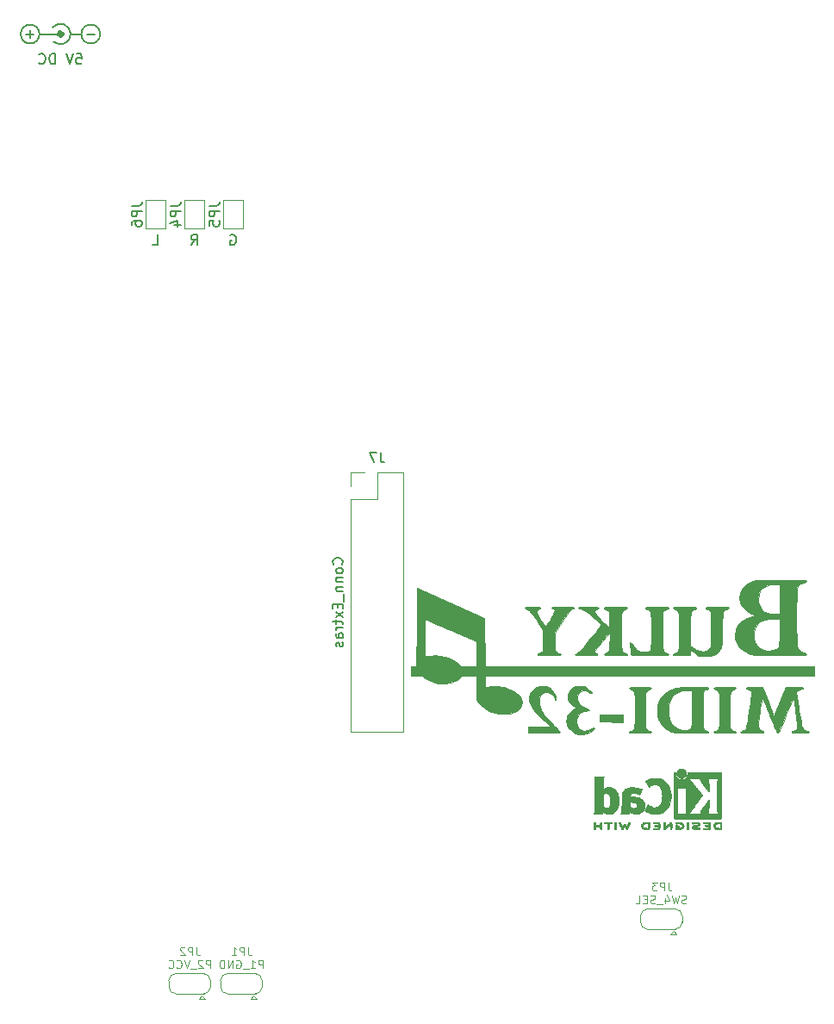
<source format=gbo>
G04 #@! TF.GenerationSoftware,KiCad,Pcbnew,(5.1.8)-1*
G04 #@! TF.CreationDate,2022-02-18T23:46:38+01:00*
G04 #@! TF.ProjectId,BulkyMIDI-32 Module,42756c6b-794d-4494-9449-2d3332204d6f,rev?*
G04 #@! TF.SameCoordinates,Original*
G04 #@! TF.FileFunction,Legend,Bot*
G04 #@! TF.FilePolarity,Positive*
%FSLAX46Y46*%
G04 Gerber Fmt 4.6, Leading zero omitted, Abs format (unit mm)*
G04 Created by KiCad (PCBNEW (5.1.8)-1) date 2022-02-18 23:46:38*
%MOMM*%
%LPD*%
G01*
G04 APERTURE LIST*
%ADD10C,0.150000*%
%ADD11C,0.010000*%
%ADD12C,0.500000*%
%ADD13C,0.120000*%
%ADD14C,0.100000*%
G04 APERTURE END LIST*
D10*
X84756428Y-58507380D02*
X85232619Y-58507380D01*
X85280238Y-58983571D01*
X85232619Y-58935952D01*
X85137380Y-58888333D01*
X84899285Y-58888333D01*
X84804047Y-58935952D01*
X84756428Y-58983571D01*
X84708809Y-59078809D01*
X84708809Y-59316904D01*
X84756428Y-59412142D01*
X84804047Y-59459761D01*
X84899285Y-59507380D01*
X85137380Y-59507380D01*
X85232619Y-59459761D01*
X85280238Y-59412142D01*
X84423095Y-58507380D02*
X84089761Y-59507380D01*
X83756428Y-58507380D01*
X82661190Y-59507380D02*
X82661190Y-58507380D01*
X82423095Y-58507380D01*
X82280238Y-58555000D01*
X82185000Y-58650238D01*
X82137380Y-58745476D01*
X82089761Y-58935952D01*
X82089761Y-59078809D01*
X82137380Y-59269285D01*
X82185000Y-59364523D01*
X82280238Y-59459761D01*
X82423095Y-59507380D01*
X82661190Y-59507380D01*
X81089761Y-59412142D02*
X81137380Y-59459761D01*
X81280238Y-59507380D01*
X81375476Y-59507380D01*
X81518333Y-59459761D01*
X81613571Y-59364523D01*
X81661190Y-59269285D01*
X81708809Y-59078809D01*
X81708809Y-58935952D01*
X81661190Y-58745476D01*
X81613571Y-58650238D01*
X81518333Y-58555000D01*
X81375476Y-58507380D01*
X81280238Y-58507380D01*
X81137380Y-58555000D01*
X81089761Y-58602619D01*
D11*
G36*
X129274970Y-112841888D02*
G01*
X129053949Y-112850671D01*
X128921008Y-112868279D01*
X128856720Y-112897139D01*
X128841500Y-112934750D01*
X128889831Y-113018992D01*
X128931878Y-113030000D01*
X129051751Y-113069769D01*
X129208099Y-113193427D01*
X129406867Y-113407497D01*
X129654000Y-113718503D01*
X129955441Y-114132967D01*
X130017931Y-114221927D01*
X130619500Y-115082238D01*
X130619500Y-116091005D01*
X130618796Y-116470334D01*
X130614778Y-116744001D01*
X130604592Y-116933342D01*
X130585382Y-117059693D01*
X130554292Y-117144391D01*
X130508467Y-117208773D01*
X130463637Y-117255636D01*
X130320479Y-117362915D01*
X130185058Y-117411277D01*
X130177887Y-117411500D01*
X130072195Y-117450530D01*
X130048000Y-117506750D01*
X130064077Y-117541169D01*
X130123147Y-117566362D01*
X130241473Y-117583683D01*
X130435314Y-117594488D01*
X130720932Y-117600131D01*
X131114588Y-117601968D01*
X131191000Y-117602000D01*
X131604033Y-117600660D01*
X131906346Y-117595737D01*
X132114200Y-117585877D01*
X132243858Y-117569723D01*
X132311579Y-117545922D01*
X132333625Y-117513117D01*
X132334000Y-117506750D01*
X132280777Y-117429242D01*
X132204114Y-117411500D01*
X132071660Y-117368445D01*
X131926888Y-117263975D01*
X131918364Y-117255636D01*
X131855981Y-117187473D01*
X131812934Y-117113768D01*
X131785642Y-117010969D01*
X131770528Y-116855522D01*
X131764011Y-116623875D01*
X131762514Y-116292476D01*
X131762500Y-116229967D01*
X131762500Y-115360162D01*
X132437910Y-114319878D01*
X132715536Y-113898488D01*
X132939059Y-113575357D01*
X133118346Y-113339033D01*
X133263263Y-113178061D01*
X133383675Y-113080990D01*
X133489450Y-113036366D01*
X133549064Y-113030000D01*
X133647229Y-112987877D01*
X133667500Y-112934750D01*
X133651253Y-112899901D01*
X133591529Y-112874525D01*
X133471858Y-112857210D01*
X133275768Y-112846542D01*
X132986788Y-112841111D01*
X132588446Y-112839505D01*
X132556250Y-112839500D01*
X132146938Y-112841064D01*
X131848604Y-112846628D01*
X131645259Y-112857499D01*
X131520910Y-112874985D01*
X131459566Y-112900392D01*
X131445000Y-112930333D01*
X131499054Y-113009028D01*
X131587875Y-113041458D01*
X131703376Y-113085674D01*
X131747885Y-113182213D01*
X131718755Y-113340866D01*
X131613337Y-113571425D01*
X131428984Y-113883683D01*
X131310396Y-114067410D01*
X131118737Y-114353210D01*
X130981138Y-114543286D01*
X130886100Y-114650687D01*
X130822122Y-114688458D01*
X130778628Y-114670660D01*
X130660698Y-114525006D01*
X130515471Y-114319273D01*
X130360255Y-114081569D01*
X130212358Y-113840002D01*
X130089090Y-113622679D01*
X130007759Y-113457708D01*
X129984500Y-113381071D01*
X130031079Y-113232214D01*
X130141635Y-113098942D01*
X130272396Y-113031371D01*
X130291126Y-113029999D01*
X130357035Y-112978749D01*
X130365500Y-112934750D01*
X130346395Y-112893683D01*
X130276127Y-112866056D01*
X130135267Y-112849438D01*
X129904386Y-112841402D01*
X129603500Y-112839500D01*
X129274970Y-112841888D01*
G37*
X129274970Y-112841888D02*
X129053949Y-112850671D01*
X128921008Y-112868279D01*
X128856720Y-112897139D01*
X128841500Y-112934750D01*
X128889831Y-113018992D01*
X128931878Y-113030000D01*
X129051751Y-113069769D01*
X129208099Y-113193427D01*
X129406867Y-113407497D01*
X129654000Y-113718503D01*
X129955441Y-114132967D01*
X130017931Y-114221927D01*
X130619500Y-115082238D01*
X130619500Y-116091005D01*
X130618796Y-116470334D01*
X130614778Y-116744001D01*
X130604592Y-116933342D01*
X130585382Y-117059693D01*
X130554292Y-117144391D01*
X130508467Y-117208773D01*
X130463637Y-117255636D01*
X130320479Y-117362915D01*
X130185058Y-117411277D01*
X130177887Y-117411500D01*
X130072195Y-117450530D01*
X130048000Y-117506750D01*
X130064077Y-117541169D01*
X130123147Y-117566362D01*
X130241473Y-117583683D01*
X130435314Y-117594488D01*
X130720932Y-117600131D01*
X131114588Y-117601968D01*
X131191000Y-117602000D01*
X131604033Y-117600660D01*
X131906346Y-117595737D01*
X132114200Y-117585877D01*
X132243858Y-117569723D01*
X132311579Y-117545922D01*
X132333625Y-117513117D01*
X132334000Y-117506750D01*
X132280777Y-117429242D01*
X132204114Y-117411500D01*
X132071660Y-117368445D01*
X131926888Y-117263975D01*
X131918364Y-117255636D01*
X131855981Y-117187473D01*
X131812934Y-117113768D01*
X131785642Y-117010969D01*
X131770528Y-116855522D01*
X131764011Y-116623875D01*
X131762514Y-116292476D01*
X131762500Y-116229967D01*
X131762500Y-115360162D01*
X132437910Y-114319878D01*
X132715536Y-113898488D01*
X132939059Y-113575357D01*
X133118346Y-113339033D01*
X133263263Y-113178061D01*
X133383675Y-113080990D01*
X133489450Y-113036366D01*
X133549064Y-113030000D01*
X133647229Y-112987877D01*
X133667500Y-112934750D01*
X133651253Y-112899901D01*
X133591529Y-112874525D01*
X133471858Y-112857210D01*
X133275768Y-112846542D01*
X132986788Y-112841111D01*
X132588446Y-112839505D01*
X132556250Y-112839500D01*
X132146938Y-112841064D01*
X131848604Y-112846628D01*
X131645259Y-112857499D01*
X131520910Y-112874985D01*
X131459566Y-112900392D01*
X131445000Y-112930333D01*
X131499054Y-113009028D01*
X131587875Y-113041458D01*
X131703376Y-113085674D01*
X131747885Y-113182213D01*
X131718755Y-113340866D01*
X131613337Y-113571425D01*
X131428984Y-113883683D01*
X131310396Y-114067410D01*
X131118737Y-114353210D01*
X130981138Y-114543286D01*
X130886100Y-114650687D01*
X130822122Y-114688458D01*
X130778628Y-114670660D01*
X130660698Y-114525006D01*
X130515471Y-114319273D01*
X130360255Y-114081569D01*
X130212358Y-113840002D01*
X130089090Y-113622679D01*
X130007759Y-113457708D01*
X129984500Y-113381071D01*
X130031079Y-113232214D01*
X130141635Y-113098942D01*
X130272396Y-113031371D01*
X130291126Y-113029999D01*
X130357035Y-112978749D01*
X130365500Y-112934750D01*
X130346395Y-112893683D01*
X130276127Y-112866056D01*
X130135267Y-112849438D01*
X129904386Y-112841402D01*
X129603500Y-112839500D01*
X129274970Y-112841888D01*
G36*
X134677903Y-112841077D02*
G01*
X134401125Y-112846881D01*
X134217017Y-112858520D01*
X134108425Y-112877602D01*
X134058196Y-112905735D01*
X134048500Y-112934750D01*
X134103814Y-113011287D01*
X134209361Y-113030000D01*
X134349071Y-113044514D01*
X134501482Y-113093387D01*
X134677516Y-113184618D01*
X134888099Y-113326204D01*
X135144152Y-113526142D01*
X135456599Y-113792429D01*
X135836362Y-114133063D01*
X136294366Y-114556042D01*
X136296910Y-114558414D01*
X136284970Y-114617937D01*
X136201907Y-114755677D01*
X136045567Y-114974442D01*
X135813797Y-115277043D01*
X135504441Y-115666290D01*
X135115348Y-116144993D01*
X134644362Y-116715962D01*
X134629570Y-116733793D01*
X134376175Y-117021930D01*
X134155892Y-117238265D01*
X133984567Y-117367650D01*
X133946945Y-117386476D01*
X133802222Y-117455285D01*
X133742436Y-117508485D01*
X133774882Y-117547833D01*
X133906856Y-117575086D01*
X134145651Y-117591999D01*
X134498565Y-117600329D01*
X134842250Y-117602000D01*
X135263748Y-117599844D01*
X135571837Y-117592726D01*
X135780050Y-117579669D01*
X135901915Y-117559697D01*
X135950963Y-117531833D01*
X135953500Y-117521807D01*
X135901976Y-117436288D01*
X135814733Y-117378932D01*
X135698461Y-117305388D01*
X135655584Y-117251552D01*
X135687406Y-117184255D01*
X135788135Y-117035399D01*
X135945743Y-116821295D01*
X136148201Y-116558254D01*
X136383482Y-116262588D01*
X136399347Y-116242971D01*
X137163492Y-115299088D01*
X137128250Y-117189250D01*
X136860677Y-117316250D01*
X136688232Y-117405375D01*
X136597083Y-117474389D01*
X136594550Y-117525693D01*
X136687955Y-117561690D01*
X136884618Y-117584782D01*
X137191861Y-117597371D01*
X137617005Y-117601860D01*
X137731500Y-117602000D01*
X138147768Y-117600467D01*
X138452775Y-117595044D01*
X138662234Y-117584491D01*
X138791858Y-117567566D01*
X138857358Y-117543030D01*
X138874500Y-117511795D01*
X138819515Y-117436464D01*
X138686968Y-117380412D01*
X138684079Y-117379767D01*
X138580135Y-117353349D01*
X138497042Y-117315810D01*
X138432468Y-117253847D01*
X138384078Y-117154157D01*
X138349542Y-117003438D01*
X138326527Y-116788388D01*
X138312698Y-116495704D01*
X138305725Y-116112085D01*
X138303274Y-115624227D01*
X138303000Y-115206620D01*
X138303391Y-114670657D01*
X138305172Y-114247211D01*
X138309259Y-113921801D01*
X138316567Y-113679944D01*
X138328011Y-113507160D01*
X138344506Y-113388965D01*
X138366966Y-113310879D01*
X138396307Y-113258420D01*
X138428385Y-113222115D01*
X138584540Y-113110234D01*
X138714135Y-113056481D01*
X138834051Y-112996532D01*
X138874500Y-112927866D01*
X138853639Y-112895566D01*
X138780759Y-112871889D01*
X138640421Y-112855641D01*
X138417184Y-112845627D01*
X138095605Y-112840655D01*
X137731500Y-112839500D01*
X137307087Y-112841424D01*
X136995463Y-112847881D01*
X136782466Y-112859891D01*
X136653933Y-112878476D01*
X136595702Y-112904660D01*
X136588500Y-112921993D01*
X136642503Y-112995278D01*
X136775870Y-113071220D01*
X136810708Y-113084838D01*
X136976908Y-113170652D01*
X137090565Y-113274678D01*
X137098476Y-113287692D01*
X137124661Y-113402716D01*
X137141932Y-113616627D01*
X137148730Y-113901521D01*
X137146144Y-114139807D01*
X137128250Y-114869421D01*
X136378808Y-114163571D01*
X136068141Y-113865451D01*
X135848036Y-113636811D01*
X135712395Y-113464755D01*
X135655118Y-113336388D01*
X135670107Y-113238813D01*
X135751263Y-113159136D01*
X135872751Y-113093500D01*
X136009533Y-113009852D01*
X136077519Y-112928960D01*
X136079126Y-112918875D01*
X136047912Y-112887430D01*
X135943962Y-112864833D01*
X135753699Y-112850021D01*
X135463542Y-112841930D01*
X135064500Y-112839500D01*
X134677903Y-112841077D01*
G37*
X134677903Y-112841077D02*
X134401125Y-112846881D01*
X134217017Y-112858520D01*
X134108425Y-112877602D01*
X134058196Y-112905735D01*
X134048500Y-112934750D01*
X134103814Y-113011287D01*
X134209361Y-113030000D01*
X134349071Y-113044514D01*
X134501482Y-113093387D01*
X134677516Y-113184618D01*
X134888099Y-113326204D01*
X135144152Y-113526142D01*
X135456599Y-113792429D01*
X135836362Y-114133063D01*
X136294366Y-114556042D01*
X136296910Y-114558414D01*
X136284970Y-114617937D01*
X136201907Y-114755677D01*
X136045567Y-114974442D01*
X135813797Y-115277043D01*
X135504441Y-115666290D01*
X135115348Y-116144993D01*
X134644362Y-116715962D01*
X134629570Y-116733793D01*
X134376175Y-117021930D01*
X134155892Y-117238265D01*
X133984567Y-117367650D01*
X133946945Y-117386476D01*
X133802222Y-117455285D01*
X133742436Y-117508485D01*
X133774882Y-117547833D01*
X133906856Y-117575086D01*
X134145651Y-117591999D01*
X134498565Y-117600329D01*
X134842250Y-117602000D01*
X135263748Y-117599844D01*
X135571837Y-117592726D01*
X135780050Y-117579669D01*
X135901915Y-117559697D01*
X135950963Y-117531833D01*
X135953500Y-117521807D01*
X135901976Y-117436288D01*
X135814733Y-117378932D01*
X135698461Y-117305388D01*
X135655584Y-117251552D01*
X135687406Y-117184255D01*
X135788135Y-117035399D01*
X135945743Y-116821295D01*
X136148201Y-116558254D01*
X136383482Y-116262588D01*
X136399347Y-116242971D01*
X137163492Y-115299088D01*
X137128250Y-117189250D01*
X136860677Y-117316250D01*
X136688232Y-117405375D01*
X136597083Y-117474389D01*
X136594550Y-117525693D01*
X136687955Y-117561690D01*
X136884618Y-117584782D01*
X137191861Y-117597371D01*
X137617005Y-117601860D01*
X137731500Y-117602000D01*
X138147768Y-117600467D01*
X138452775Y-117595044D01*
X138662234Y-117584491D01*
X138791858Y-117567566D01*
X138857358Y-117543030D01*
X138874500Y-117511795D01*
X138819515Y-117436464D01*
X138686968Y-117380412D01*
X138684079Y-117379767D01*
X138580135Y-117353349D01*
X138497042Y-117315810D01*
X138432468Y-117253847D01*
X138384078Y-117154157D01*
X138349542Y-117003438D01*
X138326527Y-116788388D01*
X138312698Y-116495704D01*
X138305725Y-116112085D01*
X138303274Y-115624227D01*
X138303000Y-115206620D01*
X138303391Y-114670657D01*
X138305172Y-114247211D01*
X138309259Y-113921801D01*
X138316567Y-113679944D01*
X138328011Y-113507160D01*
X138344506Y-113388965D01*
X138366966Y-113310879D01*
X138396307Y-113258420D01*
X138428385Y-113222115D01*
X138584540Y-113110234D01*
X138714135Y-113056481D01*
X138834051Y-112996532D01*
X138874500Y-112927866D01*
X138853639Y-112895566D01*
X138780759Y-112871889D01*
X138640421Y-112855641D01*
X138417184Y-112845627D01*
X138095605Y-112840655D01*
X137731500Y-112839500D01*
X137307087Y-112841424D01*
X136995463Y-112847881D01*
X136782466Y-112859891D01*
X136653933Y-112878476D01*
X136595702Y-112904660D01*
X136588500Y-112921993D01*
X136642503Y-112995278D01*
X136775870Y-113071220D01*
X136810708Y-113084838D01*
X136976908Y-113170652D01*
X137090565Y-113274678D01*
X137098476Y-113287692D01*
X137124661Y-113402716D01*
X137141932Y-113616627D01*
X137148730Y-113901521D01*
X137146144Y-114139807D01*
X137128250Y-114869421D01*
X136378808Y-114163571D01*
X136068141Y-113865451D01*
X135848036Y-113636811D01*
X135712395Y-113464755D01*
X135655118Y-113336388D01*
X135670107Y-113238813D01*
X135751263Y-113159136D01*
X135872751Y-113093500D01*
X136009533Y-113009852D01*
X136077519Y-112928960D01*
X136079126Y-112918875D01*
X136047912Y-112887430D01*
X135943962Y-112864833D01*
X135753699Y-112850021D01*
X135463542Y-112841930D01*
X135064500Y-112839500D01*
X134677903Y-112841077D01*
G36*
X141377716Y-112841112D02*
G01*
X141071459Y-112846747D01*
X140861288Y-112857596D01*
X140731762Y-112874855D01*
X140667441Y-112899716D01*
X140652500Y-112927866D01*
X140706675Y-113007540D01*
X140812866Y-113056481D01*
X140983201Y-113133848D01*
X141098616Y-113222115D01*
X141134644Y-113263906D01*
X141163032Y-113318600D01*
X141184685Y-113400631D01*
X141200512Y-113524437D01*
X141211419Y-113704452D01*
X141218314Y-113955112D01*
X141222104Y-114290852D01*
X141223697Y-114726109D01*
X141224000Y-115217149D01*
X141223806Y-115752909D01*
X141222541Y-116175902D01*
X141219185Y-116500360D01*
X141212719Y-116740516D01*
X141202121Y-116910603D01*
X141186372Y-117024853D01*
X141164450Y-117097499D01*
X141135336Y-117142774D01*
X141098010Y-117174910D01*
X141082871Y-117185649D01*
X140912750Y-117250238D01*
X140666004Y-117280529D01*
X140388368Y-117276233D01*
X140125578Y-117237067D01*
X139983791Y-117192523D01*
X139799607Y-117070826D01*
X139612944Y-116851396D01*
X139525456Y-116719144D01*
X139362978Y-116478234D01*
X139247339Y-116354420D01*
X139175377Y-116348059D01*
X139143925Y-116459506D01*
X139149820Y-116689116D01*
X139156319Y-116760625D01*
X139184025Y-117016883D01*
X139213272Y-117252769D01*
X139234284Y-117395625D01*
X139269634Y-117602000D01*
X141104067Y-117602000D01*
X141644679Y-117601167D01*
X142070964Y-117598256D01*
X142395589Y-117592643D01*
X142631221Y-117583704D01*
X142790524Y-117570818D01*
X142886164Y-117553361D01*
X142930808Y-117530711D01*
X142938500Y-117511795D01*
X142883636Y-117435628D01*
X142754585Y-117381196D01*
X142648537Y-117356158D01*
X142563746Y-117323810D01*
X142497970Y-117270927D01*
X142448967Y-117184287D01*
X142414496Y-117050664D01*
X142392314Y-116856836D01*
X142380181Y-116589578D01*
X142375853Y-116235667D01*
X142377091Y-115781878D01*
X142381651Y-115214988D01*
X142381930Y-115182954D01*
X142398750Y-113252250D01*
X142666324Y-113125250D01*
X142838769Y-113036124D01*
X142929918Y-112967110D01*
X142932451Y-112915806D01*
X142839046Y-112879809D01*
X142642383Y-112856717D01*
X142335140Y-112844128D01*
X141909996Y-112839639D01*
X141795500Y-112839500D01*
X141377716Y-112841112D01*
G37*
X141377716Y-112841112D02*
X141071459Y-112846747D01*
X140861288Y-112857596D01*
X140731762Y-112874855D01*
X140667441Y-112899716D01*
X140652500Y-112927866D01*
X140706675Y-113007540D01*
X140812866Y-113056481D01*
X140983201Y-113133848D01*
X141098616Y-113222115D01*
X141134644Y-113263906D01*
X141163032Y-113318600D01*
X141184685Y-113400631D01*
X141200512Y-113524437D01*
X141211419Y-113704452D01*
X141218314Y-113955112D01*
X141222104Y-114290852D01*
X141223697Y-114726109D01*
X141224000Y-115217149D01*
X141223806Y-115752909D01*
X141222541Y-116175902D01*
X141219185Y-116500360D01*
X141212719Y-116740516D01*
X141202121Y-116910603D01*
X141186372Y-117024853D01*
X141164450Y-117097499D01*
X141135336Y-117142774D01*
X141098010Y-117174910D01*
X141082871Y-117185649D01*
X140912750Y-117250238D01*
X140666004Y-117280529D01*
X140388368Y-117276233D01*
X140125578Y-117237067D01*
X139983791Y-117192523D01*
X139799607Y-117070826D01*
X139612944Y-116851396D01*
X139525456Y-116719144D01*
X139362978Y-116478234D01*
X139247339Y-116354420D01*
X139175377Y-116348059D01*
X139143925Y-116459506D01*
X139149820Y-116689116D01*
X139156319Y-116760625D01*
X139184025Y-117016883D01*
X139213272Y-117252769D01*
X139234284Y-117395625D01*
X139269634Y-117602000D01*
X141104067Y-117602000D01*
X141644679Y-117601167D01*
X142070964Y-117598256D01*
X142395589Y-117592643D01*
X142631221Y-117583704D01*
X142790524Y-117570818D01*
X142886164Y-117553361D01*
X142930808Y-117530711D01*
X142938500Y-117511795D01*
X142883636Y-117435628D01*
X142754585Y-117381196D01*
X142648537Y-117356158D01*
X142563746Y-117323810D01*
X142497970Y-117270927D01*
X142448967Y-117184287D01*
X142414496Y-117050664D01*
X142392314Y-116856836D01*
X142380181Y-116589578D01*
X142375853Y-116235667D01*
X142377091Y-115781878D01*
X142381651Y-115214988D01*
X142381930Y-115182954D01*
X142398750Y-113252250D01*
X142666324Y-113125250D01*
X142838769Y-113036124D01*
X142929918Y-112967110D01*
X142932451Y-112915806D01*
X142839046Y-112879809D01*
X142642383Y-112856717D01*
X142335140Y-112844128D01*
X141909996Y-112839639D01*
X141795500Y-112839500D01*
X141377716Y-112841112D01*
G36*
X154912605Y-110178542D02*
G01*
X154353835Y-110182412D01*
X153971625Y-110185382D01*
X153343063Y-110190510D01*
X152827977Y-110195547D01*
X152412846Y-110201302D01*
X152084150Y-110208586D01*
X151828369Y-110218207D01*
X151631981Y-110230975D01*
X151481466Y-110247700D01*
X151363303Y-110269190D01*
X151263972Y-110296256D01*
X151169952Y-110329707D01*
X151100219Y-110357290D01*
X150722529Y-110558055D01*
X150396798Y-110826044D01*
X150147104Y-111136538D01*
X149997524Y-111464815D01*
X149988844Y-111498314D01*
X149935012Y-111961254D01*
X150001613Y-112388210D01*
X150185894Y-112774087D01*
X150485102Y-113113789D01*
X150896483Y-113402222D01*
X151064666Y-113489262D01*
X151479250Y-113687609D01*
X151193500Y-113761225D01*
X150686329Y-113938027D01*
X150249359Y-114183890D01*
X149900167Y-114486569D01*
X149657858Y-114830821D01*
X149577074Y-115044651D01*
X149514699Y-115308410D01*
X149495226Y-115450537D01*
X149507888Y-115945783D01*
X149635398Y-116393679D01*
X149871663Y-116785631D01*
X150210590Y-117113043D01*
X150646083Y-117367321D01*
X150930314Y-117474707D01*
X151038474Y-117506613D01*
X151150018Y-117532715D01*
X151278427Y-117553592D01*
X151437185Y-117569822D01*
X151639776Y-117581984D01*
X151899683Y-117590654D01*
X152230389Y-117596412D01*
X152645377Y-117599836D01*
X153158130Y-117601503D01*
X153782132Y-117601992D01*
X153898939Y-117602000D01*
X154536984Y-117601784D01*
X155059535Y-117600783D01*
X155478097Y-117598463D01*
X155804175Y-117594291D01*
X156049275Y-117587736D01*
X156224902Y-117578265D01*
X156342562Y-117565344D01*
X156413761Y-117548442D01*
X156450002Y-117527025D01*
X156462793Y-117500561D01*
X156464000Y-117483252D01*
X156422265Y-117391459D01*
X156283388Y-117317407D01*
X156182705Y-117285747D01*
X155890279Y-117166594D01*
X155697233Y-116991085D01*
X155581044Y-116738477D01*
X155578454Y-116729288D01*
X155561644Y-116603738D01*
X155547250Y-116368116D01*
X155535270Y-116039327D01*
X155525699Y-115634276D01*
X155518537Y-115169868D01*
X155513781Y-114663009D01*
X155511429Y-114130603D01*
X155511436Y-114046000D01*
X153871789Y-114046000D01*
X153850270Y-115343221D01*
X153842094Y-115784746D01*
X153832922Y-116117871D01*
X153820809Y-116361192D01*
X153803808Y-116533305D01*
X153779975Y-116652805D01*
X153747362Y-116738289D01*
X153704026Y-116808353D01*
X153695803Y-116819596D01*
X153492636Y-116994550D01*
X153205000Y-117108729D01*
X152863019Y-117156108D01*
X152496817Y-117130661D01*
X152329031Y-117092981D01*
X151952606Y-116928862D01*
X151660885Y-116671991D01*
X151457977Y-116327770D01*
X151347994Y-115901601D01*
X151335908Y-115788055D01*
X151336642Y-115349239D01*
X151422545Y-114985201D01*
X151602350Y-114669296D01*
X151761763Y-114488956D01*
X151966430Y-114309287D01*
X152178263Y-114183794D01*
X152425653Y-114103869D01*
X152736990Y-114060902D01*
X153140668Y-114046285D01*
X153222637Y-114046000D01*
X153871789Y-114046000D01*
X155511436Y-114046000D01*
X155511478Y-113589554D01*
X155511714Y-113538000D01*
X153860500Y-113538000D01*
X153400125Y-113537645D01*
X153129571Y-113527873D01*
X152873263Y-113502681D01*
X152697131Y-113469920D01*
X152371821Y-113316642D01*
X152103253Y-113064253D01*
X151904694Y-112732969D01*
X151789410Y-112343006D01*
X151765355Y-112050099D01*
X151813779Y-111612486D01*
X151958448Y-111256196D01*
X152200421Y-110980250D01*
X152540761Y-110783671D01*
X152980526Y-110665480D01*
X153303746Y-110631129D01*
X153860500Y-110599384D01*
X153860500Y-113538000D01*
X155511714Y-113538000D01*
X155513926Y-113056770D01*
X155518770Y-112549153D01*
X155526009Y-112083610D01*
X155535639Y-111677045D01*
X155547659Y-111346363D01*
X155562066Y-111108470D01*
X155578858Y-110980270D01*
X155579251Y-110978821D01*
X155709136Y-110739259D01*
X155940464Y-110559170D01*
X156256474Y-110451585D01*
X156257625Y-110451367D01*
X156412160Y-110396294D01*
X156463675Y-110300298D01*
X156464000Y-110289040D01*
X156460437Y-110258008D01*
X156441950Y-110232800D01*
X156396849Y-110212929D01*
X156313443Y-110197908D01*
X156180038Y-110187251D01*
X155984944Y-110180472D01*
X155716468Y-110177085D01*
X155362919Y-110176604D01*
X154912605Y-110178542D01*
G37*
X154912605Y-110178542D02*
X154353835Y-110182412D01*
X153971625Y-110185382D01*
X153343063Y-110190510D01*
X152827977Y-110195547D01*
X152412846Y-110201302D01*
X152084150Y-110208586D01*
X151828369Y-110218207D01*
X151631981Y-110230975D01*
X151481466Y-110247700D01*
X151363303Y-110269190D01*
X151263972Y-110296256D01*
X151169952Y-110329707D01*
X151100219Y-110357290D01*
X150722529Y-110558055D01*
X150396798Y-110826044D01*
X150147104Y-111136538D01*
X149997524Y-111464815D01*
X149988844Y-111498314D01*
X149935012Y-111961254D01*
X150001613Y-112388210D01*
X150185894Y-112774087D01*
X150485102Y-113113789D01*
X150896483Y-113402222D01*
X151064666Y-113489262D01*
X151479250Y-113687609D01*
X151193500Y-113761225D01*
X150686329Y-113938027D01*
X150249359Y-114183890D01*
X149900167Y-114486569D01*
X149657858Y-114830821D01*
X149577074Y-115044651D01*
X149514699Y-115308410D01*
X149495226Y-115450537D01*
X149507888Y-115945783D01*
X149635398Y-116393679D01*
X149871663Y-116785631D01*
X150210590Y-117113043D01*
X150646083Y-117367321D01*
X150930314Y-117474707D01*
X151038474Y-117506613D01*
X151150018Y-117532715D01*
X151278427Y-117553592D01*
X151437185Y-117569822D01*
X151639776Y-117581984D01*
X151899683Y-117590654D01*
X152230389Y-117596412D01*
X152645377Y-117599836D01*
X153158130Y-117601503D01*
X153782132Y-117601992D01*
X153898939Y-117602000D01*
X154536984Y-117601784D01*
X155059535Y-117600783D01*
X155478097Y-117598463D01*
X155804175Y-117594291D01*
X156049275Y-117587736D01*
X156224902Y-117578265D01*
X156342562Y-117565344D01*
X156413761Y-117548442D01*
X156450002Y-117527025D01*
X156462793Y-117500561D01*
X156464000Y-117483252D01*
X156422265Y-117391459D01*
X156283388Y-117317407D01*
X156182705Y-117285747D01*
X155890279Y-117166594D01*
X155697233Y-116991085D01*
X155581044Y-116738477D01*
X155578454Y-116729288D01*
X155561644Y-116603738D01*
X155547250Y-116368116D01*
X155535270Y-116039327D01*
X155525699Y-115634276D01*
X155518537Y-115169868D01*
X155513781Y-114663009D01*
X155511429Y-114130603D01*
X155511436Y-114046000D01*
X153871789Y-114046000D01*
X153850270Y-115343221D01*
X153842094Y-115784746D01*
X153832922Y-116117871D01*
X153820809Y-116361192D01*
X153803808Y-116533305D01*
X153779975Y-116652805D01*
X153747362Y-116738289D01*
X153704026Y-116808353D01*
X153695803Y-116819596D01*
X153492636Y-116994550D01*
X153205000Y-117108729D01*
X152863019Y-117156108D01*
X152496817Y-117130661D01*
X152329031Y-117092981D01*
X151952606Y-116928862D01*
X151660885Y-116671991D01*
X151457977Y-116327770D01*
X151347994Y-115901601D01*
X151335908Y-115788055D01*
X151336642Y-115349239D01*
X151422545Y-114985201D01*
X151602350Y-114669296D01*
X151761763Y-114488956D01*
X151966430Y-114309287D01*
X152178263Y-114183794D01*
X152425653Y-114103869D01*
X152736990Y-114060902D01*
X153140668Y-114046285D01*
X153222637Y-114046000D01*
X153871789Y-114046000D01*
X155511436Y-114046000D01*
X155511478Y-113589554D01*
X155511714Y-113538000D01*
X153860500Y-113538000D01*
X153400125Y-113537645D01*
X153129571Y-113527873D01*
X152873263Y-113502681D01*
X152697131Y-113469920D01*
X152371821Y-113316642D01*
X152103253Y-113064253D01*
X151904694Y-112732969D01*
X151789410Y-112343006D01*
X151765355Y-112050099D01*
X151813779Y-111612486D01*
X151958448Y-111256196D01*
X152200421Y-110980250D01*
X152540761Y-110783671D01*
X152980526Y-110665480D01*
X153303746Y-110631129D01*
X153860500Y-110599384D01*
X153860500Y-113538000D01*
X155511714Y-113538000D01*
X155513926Y-113056770D01*
X155518770Y-112549153D01*
X155526009Y-112083610D01*
X155535639Y-111677045D01*
X155547659Y-111346363D01*
X155562066Y-111108470D01*
X155578858Y-110980270D01*
X155579251Y-110978821D01*
X155709136Y-110739259D01*
X155940464Y-110559170D01*
X156256474Y-110451585D01*
X156257625Y-110451367D01*
X156412160Y-110396294D01*
X156463675Y-110300298D01*
X156464000Y-110289040D01*
X156460437Y-110258008D01*
X156441950Y-110232800D01*
X156396849Y-110212929D01*
X156313443Y-110197908D01*
X156180038Y-110187251D01*
X155984944Y-110180472D01*
X155716468Y-110177085D01*
X155362919Y-110176604D01*
X154912605Y-110178542D01*
G36*
X144108216Y-112841112D02*
G01*
X143801959Y-112846747D01*
X143591788Y-112857596D01*
X143462262Y-112874855D01*
X143397941Y-112899716D01*
X143383000Y-112927866D01*
X143437175Y-113007540D01*
X143543366Y-113056481D01*
X143713701Y-113133848D01*
X143829116Y-113222115D01*
X143864925Y-113263623D01*
X143893190Y-113317943D01*
X143914801Y-113399401D01*
X143930646Y-113522322D01*
X143941615Y-113701031D01*
X143948595Y-113949855D01*
X143952477Y-114283119D01*
X143954149Y-114715148D01*
X143954500Y-115242658D01*
X143954337Y-115804629D01*
X143952174Y-116253136D01*
X143945498Y-116601715D01*
X143931799Y-116863900D01*
X143908565Y-117053227D01*
X143873286Y-117183232D01*
X143823450Y-117267448D01*
X143756544Y-117319412D01*
X143670059Y-117352660D01*
X143561483Y-117380725D01*
X143557625Y-117381686D01*
X143431186Y-117440813D01*
X143383000Y-117513633D01*
X143406203Y-117550315D01*
X143487385Y-117575702D01*
X143643913Y-117591585D01*
X143893150Y-117599754D01*
X144240250Y-117602000D01*
X145097500Y-117602000D01*
X145097500Y-117089885D01*
X145457425Y-117361817D01*
X145817350Y-117633750D01*
X146521050Y-117648297D01*
X146823513Y-117648456D01*
X147092665Y-117637537D01*
X147294745Y-117617542D01*
X147383500Y-117597177D01*
X147528663Y-117511907D01*
X147700142Y-117377864D01*
X147754043Y-117328629D01*
X147874306Y-117210750D01*
X147969377Y-117102794D01*
X148042540Y-116988331D01*
X148097079Y-116850932D01*
X148136278Y-116674169D01*
X148163422Y-116441611D01*
X148181795Y-116136830D01*
X148194682Y-115743396D01*
X148205365Y-115244880D01*
X148209000Y-115052745D01*
X148219908Y-114511724D01*
X148232153Y-114083636D01*
X148248916Y-113754429D01*
X148273379Y-113510049D01*
X148308725Y-113336444D01*
X148358133Y-113219561D01*
X148424787Y-113145346D01*
X148511866Y-113099747D01*
X148622554Y-113068710D01*
X148660085Y-113060303D01*
X148790810Y-113004682D01*
X148844000Y-112929704D01*
X148824587Y-112896853D01*
X148755872Y-112872782D01*
X148622142Y-112856251D01*
X148407686Y-112846022D01*
X148096792Y-112840852D01*
X147701000Y-112839500D01*
X147283216Y-112841112D01*
X146976959Y-112846747D01*
X146766788Y-112857596D01*
X146637262Y-112874855D01*
X146572941Y-112899716D01*
X146558000Y-112927866D01*
X146612175Y-113007540D01*
X146718366Y-113056481D01*
X146888701Y-113133848D01*
X147004116Y-113222115D01*
X147042486Y-113266959D01*
X147072132Y-113325702D01*
X147094172Y-113413979D01*
X147109727Y-113547422D01*
X147119916Y-113741666D01*
X147125858Y-114012344D01*
X147128673Y-114375090D01*
X147129481Y-114845537D01*
X147129500Y-114973028D01*
X147128407Y-115487104D01*
X147124524Y-115890259D01*
X147116947Y-116198554D01*
X147104773Y-116428054D01*
X147087096Y-116594822D01*
X147063013Y-116714921D01*
X147031619Y-116804416D01*
X147025688Y-116817325D01*
X146854626Y-117044314D01*
X146612359Y-117183675D01*
X146319885Y-117235108D01*
X145998209Y-117198318D01*
X145668330Y-117073005D01*
X145351251Y-116858871D01*
X145331007Y-116841365D01*
X145097500Y-116636343D01*
X145097500Y-114991921D01*
X145097989Y-114490811D01*
X145100189Y-114101169D01*
X145105201Y-113807464D01*
X145114124Y-113594168D01*
X145128059Y-113445748D01*
X145148107Y-113346676D01*
X145175366Y-113281420D01*
X145210939Y-113234451D01*
X145222885Y-113222115D01*
X145379040Y-113110234D01*
X145508635Y-113056481D01*
X145628551Y-112996532D01*
X145669000Y-112927866D01*
X145648139Y-112895566D01*
X145575259Y-112871889D01*
X145434921Y-112855641D01*
X145211684Y-112845627D01*
X144890105Y-112840655D01*
X144526000Y-112839500D01*
X144108216Y-112841112D01*
G37*
X144108216Y-112841112D02*
X143801959Y-112846747D01*
X143591788Y-112857596D01*
X143462262Y-112874855D01*
X143397941Y-112899716D01*
X143383000Y-112927866D01*
X143437175Y-113007540D01*
X143543366Y-113056481D01*
X143713701Y-113133848D01*
X143829116Y-113222115D01*
X143864925Y-113263623D01*
X143893190Y-113317943D01*
X143914801Y-113399401D01*
X143930646Y-113522322D01*
X143941615Y-113701031D01*
X143948595Y-113949855D01*
X143952477Y-114283119D01*
X143954149Y-114715148D01*
X143954500Y-115242658D01*
X143954337Y-115804629D01*
X143952174Y-116253136D01*
X143945498Y-116601715D01*
X143931799Y-116863900D01*
X143908565Y-117053227D01*
X143873286Y-117183232D01*
X143823450Y-117267448D01*
X143756544Y-117319412D01*
X143670059Y-117352660D01*
X143561483Y-117380725D01*
X143557625Y-117381686D01*
X143431186Y-117440813D01*
X143383000Y-117513633D01*
X143406203Y-117550315D01*
X143487385Y-117575702D01*
X143643913Y-117591585D01*
X143893150Y-117599754D01*
X144240250Y-117602000D01*
X145097500Y-117602000D01*
X145097500Y-117089885D01*
X145457425Y-117361817D01*
X145817350Y-117633750D01*
X146521050Y-117648297D01*
X146823513Y-117648456D01*
X147092665Y-117637537D01*
X147294745Y-117617542D01*
X147383500Y-117597177D01*
X147528663Y-117511907D01*
X147700142Y-117377864D01*
X147754043Y-117328629D01*
X147874306Y-117210750D01*
X147969377Y-117102794D01*
X148042540Y-116988331D01*
X148097079Y-116850932D01*
X148136278Y-116674169D01*
X148163422Y-116441611D01*
X148181795Y-116136830D01*
X148194682Y-115743396D01*
X148205365Y-115244880D01*
X148209000Y-115052745D01*
X148219908Y-114511724D01*
X148232153Y-114083636D01*
X148248916Y-113754429D01*
X148273379Y-113510049D01*
X148308725Y-113336444D01*
X148358133Y-113219561D01*
X148424787Y-113145346D01*
X148511866Y-113099747D01*
X148622554Y-113068710D01*
X148660085Y-113060303D01*
X148790810Y-113004682D01*
X148844000Y-112929704D01*
X148824587Y-112896853D01*
X148755872Y-112872782D01*
X148622142Y-112856251D01*
X148407686Y-112846022D01*
X148096792Y-112840852D01*
X147701000Y-112839500D01*
X147283216Y-112841112D01*
X146976959Y-112846747D01*
X146766788Y-112857596D01*
X146637262Y-112874855D01*
X146572941Y-112899716D01*
X146558000Y-112927866D01*
X146612175Y-113007540D01*
X146718366Y-113056481D01*
X146888701Y-113133848D01*
X147004116Y-113222115D01*
X147042486Y-113266959D01*
X147072132Y-113325702D01*
X147094172Y-113413979D01*
X147109727Y-113547422D01*
X147119916Y-113741666D01*
X147125858Y-114012344D01*
X147128673Y-114375090D01*
X147129481Y-114845537D01*
X147129500Y-114973028D01*
X147128407Y-115487104D01*
X147124524Y-115890259D01*
X147116947Y-116198554D01*
X147104773Y-116428054D01*
X147087096Y-116594822D01*
X147063013Y-116714921D01*
X147031619Y-116804416D01*
X147025688Y-116817325D01*
X146854626Y-117044314D01*
X146612359Y-117183675D01*
X146319885Y-117235108D01*
X145998209Y-117198318D01*
X145668330Y-117073005D01*
X145351251Y-116858871D01*
X145331007Y-116841365D01*
X145097500Y-116636343D01*
X145097500Y-114991921D01*
X145097989Y-114490811D01*
X145100189Y-114101169D01*
X145105201Y-113807464D01*
X145114124Y-113594168D01*
X145128059Y-113445748D01*
X145148107Y-113346676D01*
X145175366Y-113281420D01*
X145210939Y-113234451D01*
X145222885Y-113222115D01*
X145379040Y-113110234D01*
X145508635Y-113056481D01*
X145628551Y-112996532D01*
X145669000Y-112927866D01*
X145648139Y-112895566D01*
X145575259Y-112871889D01*
X145434921Y-112855641D01*
X145211684Y-112845627D01*
X144890105Y-112840655D01*
X144526000Y-112839500D01*
X144108216Y-112841112D01*
G36*
X118188884Y-114848038D02*
G01*
X118172517Y-118681500D01*
X117602000Y-118681500D01*
X117602000Y-119570500D01*
X118114237Y-119570500D01*
X118384571Y-119575526D01*
X118566567Y-119596169D01*
X118698681Y-119640776D01*
X118819368Y-119717694D01*
X118830238Y-119725918D01*
X119177708Y-119942871D01*
X119600586Y-120133496D01*
X120047398Y-120276991D01*
X120344657Y-120337933D01*
X120933005Y-120368883D01*
X121504366Y-120290499D01*
X121934312Y-120148788D01*
X122125439Y-120045519D01*
X122312834Y-119910975D01*
X122464342Y-119772275D01*
X122547803Y-119656539D01*
X122555000Y-119625340D01*
X122614393Y-119604121D01*
X122776171Y-119586722D01*
X123015737Y-119574922D01*
X123308493Y-119570501D01*
X123313227Y-119570500D01*
X124071453Y-119570500D01*
X124091102Y-120792875D01*
X124110750Y-122015250D01*
X124294265Y-122285807D01*
X124506567Y-122526064D01*
X124809043Y-122771059D01*
X125168077Y-122997152D01*
X125550056Y-123180701D01*
X125588044Y-123195737D01*
X125874458Y-123275201D01*
X126237979Y-123331402D01*
X126632193Y-123361293D01*
X127010685Y-123361828D01*
X127327042Y-123329960D01*
X127398939Y-123314622D01*
X127802014Y-123170917D01*
X128129055Y-122966694D01*
X128366185Y-122715225D01*
X128499529Y-122429780D01*
X128524000Y-122238613D01*
X128462308Y-121910860D01*
X128283793Y-121600743D01*
X127998296Y-121316672D01*
X127615660Y-121067060D01*
X127145724Y-120860317D01*
X126780284Y-120748242D01*
X126502931Y-120697022D01*
X126163471Y-120664572D01*
X125804198Y-120651886D01*
X125467404Y-120659955D01*
X125195385Y-120689771D01*
X125110456Y-120709067D01*
X124904500Y-120768134D01*
X124904500Y-119570500D01*
X157226000Y-119570500D01*
X157226000Y-118681500D01*
X124906046Y-118681500D01*
X124081743Y-118681500D01*
X122555000Y-118681500D01*
X122307206Y-118433705D01*
X121948685Y-118152141D01*
X121499416Y-117920299D01*
X120989136Y-117747749D01*
X120447582Y-117644063D01*
X119904493Y-117618812D01*
X119792750Y-117624389D01*
X119532577Y-117646099D01*
X119306754Y-117672050D01*
X119157620Y-117697234D01*
X119141875Y-117701391D01*
X118999000Y-117743812D01*
X118999000Y-115894906D01*
X119000568Y-115425199D01*
X119005000Y-114999594D01*
X119011892Y-114633820D01*
X119020836Y-114343605D01*
X119031429Y-114144678D01*
X119043264Y-114052765D01*
X119046625Y-114048337D01*
X119112954Y-114073835D01*
X119283074Y-114145759D01*
X119544798Y-114258782D01*
X119885940Y-114407579D01*
X120294313Y-114586823D01*
X120757731Y-114791187D01*
X121264008Y-115015346D01*
X121570750Y-115151559D01*
X124047250Y-116252442D01*
X124064497Y-117466971D01*
X124081743Y-118681500D01*
X124906046Y-118681500D01*
X124872750Y-113951432D01*
X118205250Y-111014576D01*
X118188884Y-114848038D01*
G37*
X118188884Y-114848038D02*
X118172517Y-118681500D01*
X117602000Y-118681500D01*
X117602000Y-119570500D01*
X118114237Y-119570500D01*
X118384571Y-119575526D01*
X118566567Y-119596169D01*
X118698681Y-119640776D01*
X118819368Y-119717694D01*
X118830238Y-119725918D01*
X119177708Y-119942871D01*
X119600586Y-120133496D01*
X120047398Y-120276991D01*
X120344657Y-120337933D01*
X120933005Y-120368883D01*
X121504366Y-120290499D01*
X121934312Y-120148788D01*
X122125439Y-120045519D01*
X122312834Y-119910975D01*
X122464342Y-119772275D01*
X122547803Y-119656539D01*
X122555000Y-119625340D01*
X122614393Y-119604121D01*
X122776171Y-119586722D01*
X123015737Y-119574922D01*
X123308493Y-119570501D01*
X123313227Y-119570500D01*
X124071453Y-119570500D01*
X124091102Y-120792875D01*
X124110750Y-122015250D01*
X124294265Y-122285807D01*
X124506567Y-122526064D01*
X124809043Y-122771059D01*
X125168077Y-122997152D01*
X125550056Y-123180701D01*
X125588044Y-123195737D01*
X125874458Y-123275201D01*
X126237979Y-123331402D01*
X126632193Y-123361293D01*
X127010685Y-123361828D01*
X127327042Y-123329960D01*
X127398939Y-123314622D01*
X127802014Y-123170917D01*
X128129055Y-122966694D01*
X128366185Y-122715225D01*
X128499529Y-122429780D01*
X128524000Y-122238613D01*
X128462308Y-121910860D01*
X128283793Y-121600743D01*
X127998296Y-121316672D01*
X127615660Y-121067060D01*
X127145724Y-120860317D01*
X126780284Y-120748242D01*
X126502931Y-120697022D01*
X126163471Y-120664572D01*
X125804198Y-120651886D01*
X125467404Y-120659955D01*
X125195385Y-120689771D01*
X125110456Y-120709067D01*
X124904500Y-120768134D01*
X124904500Y-119570500D01*
X157226000Y-119570500D01*
X157226000Y-118681500D01*
X124906046Y-118681500D01*
X124081743Y-118681500D01*
X122555000Y-118681500D01*
X122307206Y-118433705D01*
X121948685Y-118152141D01*
X121499416Y-117920299D01*
X120989136Y-117747749D01*
X120447582Y-117644063D01*
X119904493Y-117618812D01*
X119792750Y-117624389D01*
X119532577Y-117646099D01*
X119306754Y-117672050D01*
X119157620Y-117697234D01*
X119141875Y-117701391D01*
X118999000Y-117743812D01*
X118999000Y-115894906D01*
X119000568Y-115425199D01*
X119005000Y-114999594D01*
X119011892Y-114633820D01*
X119020836Y-114343605D01*
X119031429Y-114144678D01*
X119043264Y-114052765D01*
X119046625Y-114048337D01*
X119112954Y-114073835D01*
X119283074Y-114145759D01*
X119544798Y-114258782D01*
X119885940Y-114407579D01*
X120294313Y-114586823D01*
X120757731Y-114791187D01*
X121264008Y-115015346D01*
X121570750Y-115151559D01*
X124047250Y-116252442D01*
X124064497Y-117466971D01*
X124081743Y-118681500D01*
X124906046Y-118681500D01*
X124872750Y-113951432D01*
X118205250Y-111014576D01*
X118188884Y-114848038D01*
G36*
X136175750Y-124110750D02*
G01*
X138493500Y-124145364D01*
X138493500Y-123444000D01*
X136137364Y-123444000D01*
X136175750Y-124110750D01*
G37*
X136175750Y-124110750D02*
X138493500Y-124145364D01*
X138493500Y-123444000D01*
X136137364Y-123444000D01*
X136175750Y-124110750D01*
G36*
X130210582Y-120646091D02*
G01*
X129857988Y-120799997D01*
X129579204Y-121031111D01*
X129354142Y-121353677D01*
X129244947Y-121697060D01*
X129252530Y-122063508D01*
X129377798Y-122455269D01*
X129621660Y-122874592D01*
X129985026Y-123323724D01*
X130468805Y-123804915D01*
X130827269Y-124118369D01*
X131385816Y-124587000D01*
X129159000Y-124587000D01*
X129159000Y-125222000D01*
X130714750Y-125222000D01*
X131222671Y-125220552D01*
X131615321Y-125215812D01*
X131904400Y-125207183D01*
X132101608Y-125194067D01*
X132218646Y-125175867D01*
X132267213Y-125151986D01*
X132270209Y-125142625D01*
X132227450Y-125073533D01*
X132109035Y-124931160D01*
X131929457Y-124731677D01*
X131703209Y-124491256D01*
X131487702Y-124269500D01*
X131177509Y-123949693D01*
X130942817Y-123693566D01*
X130765765Y-123478705D01*
X130628490Y-123282696D01*
X130513128Y-123083126D01*
X130461410Y-122981750D01*
X130330547Y-122697832D01*
X130255188Y-122475222D01*
X130222354Y-122268272D01*
X130217662Y-122124500D01*
X130261012Y-121761760D01*
X130383273Y-121475436D01*
X130573830Y-121277059D01*
X130822071Y-121178162D01*
X131083835Y-121183325D01*
X131293648Y-121274244D01*
X131501019Y-121446206D01*
X131665250Y-121659154D01*
X131736717Y-121825914D01*
X131793859Y-121957780D01*
X131852030Y-121968394D01*
X131887095Y-121860985D01*
X131889500Y-121805467D01*
X131844389Y-121570821D01*
X131726358Y-121302034D01*
X131561363Y-121044671D01*
X131375360Y-120844296D01*
X131317089Y-120800609D01*
X130969450Y-120642508D01*
X130590842Y-120592298D01*
X130210582Y-120646091D01*
G37*
X130210582Y-120646091D02*
X129857988Y-120799997D01*
X129579204Y-121031111D01*
X129354142Y-121353677D01*
X129244947Y-121697060D01*
X129252530Y-122063508D01*
X129377798Y-122455269D01*
X129621660Y-122874592D01*
X129985026Y-123323724D01*
X130468805Y-123804915D01*
X130827269Y-124118369D01*
X131385816Y-124587000D01*
X129159000Y-124587000D01*
X129159000Y-125222000D01*
X130714750Y-125222000D01*
X131222671Y-125220552D01*
X131615321Y-125215812D01*
X131904400Y-125207183D01*
X132101608Y-125194067D01*
X132218646Y-125175867D01*
X132267213Y-125151986D01*
X132270209Y-125142625D01*
X132227450Y-125073533D01*
X132109035Y-124931160D01*
X131929457Y-124731677D01*
X131703209Y-124491256D01*
X131487702Y-124269500D01*
X131177509Y-123949693D01*
X130942817Y-123693566D01*
X130765765Y-123478705D01*
X130628490Y-123282696D01*
X130513128Y-123083126D01*
X130461410Y-122981750D01*
X130330547Y-122697832D01*
X130255188Y-122475222D01*
X130222354Y-122268272D01*
X130217662Y-122124500D01*
X130261012Y-121761760D01*
X130383273Y-121475436D01*
X130573830Y-121277059D01*
X130822071Y-121178162D01*
X131083835Y-121183325D01*
X131293648Y-121274244D01*
X131501019Y-121446206D01*
X131665250Y-121659154D01*
X131736717Y-121825914D01*
X131793859Y-121957780D01*
X131852030Y-121968394D01*
X131887095Y-121860985D01*
X131889500Y-121805467D01*
X131844389Y-121570821D01*
X131726358Y-121302034D01*
X131561363Y-121044671D01*
X131375360Y-120844296D01*
X131317089Y-120800609D01*
X130969450Y-120642508D01*
X130590842Y-120592298D01*
X130210582Y-120646091D01*
G36*
X139733219Y-120715575D02*
G01*
X139434415Y-120722537D01*
X139233624Y-120735492D01*
X139116379Y-120755546D01*
X139068215Y-120783803D01*
X139065000Y-120795993D01*
X139118941Y-120869805D01*
X139251741Y-120945218D01*
X139281782Y-120956876D01*
X139475614Y-121076079D01*
X139567532Y-121233108D01*
X139591354Y-121366512D01*
X139610244Y-121601381D01*
X139624274Y-121916148D01*
X139633519Y-122289248D01*
X139638052Y-122699114D01*
X139637948Y-123124182D01*
X139633281Y-123542885D01*
X139624125Y-123933656D01*
X139610553Y-124274931D01*
X139592640Y-124545143D01*
X139570459Y-124722727D01*
X139555384Y-124775354D01*
X139435068Y-124907226D01*
X139270570Y-124990915D01*
X139131322Y-125053743D01*
X139065743Y-125128400D01*
X139065000Y-125135935D01*
X139088332Y-125168378D01*
X139168582Y-125191925D01*
X139321133Y-125207803D01*
X139561366Y-125217239D01*
X139904664Y-125221458D01*
X140144500Y-125222000D01*
X140544501Y-125220550D01*
X140834215Y-125215219D01*
X141030331Y-125204535D01*
X141149539Y-125187025D01*
X141208529Y-125161216D01*
X141224000Y-125126750D01*
X141170777Y-125049242D01*
X141094114Y-125031500D01*
X140961660Y-124988445D01*
X140816888Y-124883975D01*
X140808364Y-124875636D01*
X140652500Y-124719772D01*
X140652500Y-123038270D01*
X140654708Y-122580781D01*
X140660926Y-122158615D01*
X140670548Y-121790416D01*
X140682966Y-121494832D01*
X140697573Y-121290507D01*
X140712367Y-121199308D01*
X140826459Y-121054966D01*
X140998117Y-120960167D01*
X141144320Y-120887563D01*
X141220763Y-120811079D01*
X141224000Y-120795993D01*
X141196845Y-120764564D01*
X141105735Y-120741730D01*
X140936205Y-120726385D01*
X140673788Y-120717426D01*
X140304020Y-120713745D01*
X140144500Y-120713500D01*
X139733219Y-120715575D01*
G37*
X139733219Y-120715575D02*
X139434415Y-120722537D01*
X139233624Y-120735492D01*
X139116379Y-120755546D01*
X139068215Y-120783803D01*
X139065000Y-120795993D01*
X139118941Y-120869805D01*
X139251741Y-120945218D01*
X139281782Y-120956876D01*
X139475614Y-121076079D01*
X139567532Y-121233108D01*
X139591354Y-121366512D01*
X139610244Y-121601381D01*
X139624274Y-121916148D01*
X139633519Y-122289248D01*
X139638052Y-122699114D01*
X139637948Y-123124182D01*
X139633281Y-123542885D01*
X139624125Y-123933656D01*
X139610553Y-124274931D01*
X139592640Y-124545143D01*
X139570459Y-124722727D01*
X139555384Y-124775354D01*
X139435068Y-124907226D01*
X139270570Y-124990915D01*
X139131322Y-125053743D01*
X139065743Y-125128400D01*
X139065000Y-125135935D01*
X139088332Y-125168378D01*
X139168582Y-125191925D01*
X139321133Y-125207803D01*
X139561366Y-125217239D01*
X139904664Y-125221458D01*
X140144500Y-125222000D01*
X140544501Y-125220550D01*
X140834215Y-125215219D01*
X141030331Y-125204535D01*
X141149539Y-125187025D01*
X141208529Y-125161216D01*
X141224000Y-125126750D01*
X141170777Y-125049242D01*
X141094114Y-125031500D01*
X140961660Y-124988445D01*
X140816888Y-124883975D01*
X140808364Y-124875636D01*
X140652500Y-124719772D01*
X140652500Y-123038270D01*
X140654708Y-122580781D01*
X140660926Y-122158615D01*
X140670548Y-121790416D01*
X140682966Y-121494832D01*
X140697573Y-121290507D01*
X140712367Y-121199308D01*
X140826459Y-121054966D01*
X140998117Y-120960167D01*
X141144320Y-120887563D01*
X141220763Y-120811079D01*
X141224000Y-120795993D01*
X141196845Y-120764564D01*
X141105735Y-120741730D01*
X140936205Y-120726385D01*
X140673788Y-120717426D01*
X140304020Y-120713745D01*
X140144500Y-120713500D01*
X139733219Y-120715575D01*
G36*
X144919535Y-120711695D02*
G01*
X144535606Y-120723923D01*
X144185974Y-120742263D01*
X143890779Y-120766658D01*
X143670163Y-120797055D01*
X143607471Y-120810839D01*
X143060244Y-121011175D01*
X142597178Y-121304405D01*
X142333481Y-121554380D01*
X142096472Y-121870005D01*
X141940020Y-122212680D01*
X141854399Y-122612158D01*
X141829863Y-123094750D01*
X141837027Y-123396551D01*
X141861065Y-123617577D01*
X141910693Y-123803793D01*
X141994629Y-124001162D01*
X142006437Y-124025746D01*
X142276885Y-124440541D01*
X142650344Y-124784308D01*
X143057880Y-125022917D01*
X143166573Y-125072590D01*
X143266970Y-125111495D01*
X143376049Y-125141153D01*
X143510791Y-125163084D01*
X143688175Y-125178809D01*
X143925181Y-125189850D01*
X144238788Y-125197726D01*
X144645977Y-125203958D01*
X145145125Y-125209857D01*
X145717419Y-125214421D01*
X146168435Y-125213622D01*
X146503789Y-125207299D01*
X146729098Y-125195293D01*
X146849975Y-125177444D01*
X146875500Y-125160660D01*
X146822592Y-125091311D01*
X146700992Y-125025508D01*
X146588329Y-124982307D01*
X146499273Y-124938470D01*
X146431051Y-124879627D01*
X146380892Y-124791407D01*
X146346021Y-124659440D01*
X146323668Y-124469356D01*
X146311060Y-124206783D01*
X146305424Y-123857351D01*
X146303988Y-123406690D01*
X146304000Y-122967750D01*
X146304242Y-122421976D01*
X146306778Y-121989262D01*
X146314330Y-121655668D01*
X146329618Y-121407252D01*
X146355361Y-121230077D01*
X146394280Y-121110201D01*
X146449094Y-121033685D01*
X146453280Y-121031000D01*
X145224500Y-121031000D01*
X145224500Y-122864724D01*
X145223724Y-123404878D01*
X145220924Y-123831766D01*
X145215394Y-124159117D01*
X145206428Y-124400659D01*
X145193318Y-124570120D01*
X145175359Y-124681227D01*
X145151845Y-124747710D01*
X145125923Y-124780261D01*
X144979697Y-124853270D01*
X144766841Y-124909532D01*
X144547672Y-124935969D01*
X144430750Y-124931017D01*
X144280679Y-124907813D01*
X144089333Y-124877634D01*
X144077167Y-124875696D01*
X143774291Y-124767965D01*
X143488090Y-124556195D01*
X143245303Y-124262949D01*
X143147972Y-124091659D01*
X143068112Y-123917814D01*
X143016439Y-123763138D01*
X142986924Y-123591658D01*
X142973540Y-123367406D01*
X142970258Y-123054409D01*
X142970250Y-123031250D01*
X142974098Y-122700479D01*
X142989157Y-122460614D01*
X143020702Y-122275703D01*
X143074008Y-122109790D01*
X143121974Y-121996982D01*
X143312311Y-121683644D01*
X143570877Y-121405375D01*
X143862646Y-121195131D01*
X144069235Y-121105677D01*
X144264082Y-121067025D01*
X144525893Y-121040042D01*
X144771493Y-121031000D01*
X145224500Y-121031000D01*
X146453280Y-121031000D01*
X146522524Y-120986588D01*
X146617291Y-120954971D01*
X146700875Y-120933813D01*
X146827315Y-120874686D01*
X146875500Y-120801866D01*
X146815442Y-120769765D01*
X146648693Y-120744163D01*
X146395396Y-120725004D01*
X146075691Y-120712233D01*
X145709718Y-120705795D01*
X145317619Y-120705634D01*
X144919535Y-120711695D01*
G37*
X144919535Y-120711695D02*
X144535606Y-120723923D01*
X144185974Y-120742263D01*
X143890779Y-120766658D01*
X143670163Y-120797055D01*
X143607471Y-120810839D01*
X143060244Y-121011175D01*
X142597178Y-121304405D01*
X142333481Y-121554380D01*
X142096472Y-121870005D01*
X141940020Y-122212680D01*
X141854399Y-122612158D01*
X141829863Y-123094750D01*
X141837027Y-123396551D01*
X141861065Y-123617577D01*
X141910693Y-123803793D01*
X141994629Y-124001162D01*
X142006437Y-124025746D01*
X142276885Y-124440541D01*
X142650344Y-124784308D01*
X143057880Y-125022917D01*
X143166573Y-125072590D01*
X143266970Y-125111495D01*
X143376049Y-125141153D01*
X143510791Y-125163084D01*
X143688175Y-125178809D01*
X143925181Y-125189850D01*
X144238788Y-125197726D01*
X144645977Y-125203958D01*
X145145125Y-125209857D01*
X145717419Y-125214421D01*
X146168435Y-125213622D01*
X146503789Y-125207299D01*
X146729098Y-125195293D01*
X146849975Y-125177444D01*
X146875500Y-125160660D01*
X146822592Y-125091311D01*
X146700992Y-125025508D01*
X146588329Y-124982307D01*
X146499273Y-124938470D01*
X146431051Y-124879627D01*
X146380892Y-124791407D01*
X146346021Y-124659440D01*
X146323668Y-124469356D01*
X146311060Y-124206783D01*
X146305424Y-123857351D01*
X146303988Y-123406690D01*
X146304000Y-122967750D01*
X146304242Y-122421976D01*
X146306778Y-121989262D01*
X146314330Y-121655668D01*
X146329618Y-121407252D01*
X146355361Y-121230077D01*
X146394280Y-121110201D01*
X146449094Y-121033685D01*
X146453280Y-121031000D01*
X145224500Y-121031000D01*
X145224500Y-122864724D01*
X145223724Y-123404878D01*
X145220924Y-123831766D01*
X145215394Y-124159117D01*
X145206428Y-124400659D01*
X145193318Y-124570120D01*
X145175359Y-124681227D01*
X145151845Y-124747710D01*
X145125923Y-124780261D01*
X144979697Y-124853270D01*
X144766841Y-124909532D01*
X144547672Y-124935969D01*
X144430750Y-124931017D01*
X144280679Y-124907813D01*
X144089333Y-124877634D01*
X144077167Y-124875696D01*
X143774291Y-124767965D01*
X143488090Y-124556195D01*
X143245303Y-124262949D01*
X143147972Y-124091659D01*
X143068112Y-123917814D01*
X143016439Y-123763138D01*
X142986924Y-123591658D01*
X142973540Y-123367406D01*
X142970258Y-123054409D01*
X142970250Y-123031250D01*
X142974098Y-122700479D01*
X142989157Y-122460614D01*
X143020702Y-122275703D01*
X143074008Y-122109790D01*
X143121974Y-121996982D01*
X143312311Y-121683644D01*
X143570877Y-121405375D01*
X143862646Y-121195131D01*
X144069235Y-121105677D01*
X144264082Y-121067025D01*
X144525893Y-121040042D01*
X144771493Y-121031000D01*
X145224500Y-121031000D01*
X146453280Y-121031000D01*
X146522524Y-120986588D01*
X146617291Y-120954971D01*
X146700875Y-120933813D01*
X146827315Y-120874686D01*
X146875500Y-120801866D01*
X146815442Y-120769765D01*
X146648693Y-120744163D01*
X146395396Y-120725004D01*
X146075691Y-120712233D01*
X145709718Y-120705795D01*
X145317619Y-120705634D01*
X144919535Y-120711695D01*
G36*
X148051719Y-120715575D02*
G01*
X147752915Y-120722537D01*
X147552124Y-120735492D01*
X147434879Y-120755546D01*
X147386715Y-120783803D01*
X147383500Y-120795993D01*
X147437441Y-120869805D01*
X147570241Y-120945218D01*
X147600282Y-120956876D01*
X147794114Y-121076079D01*
X147886032Y-121233108D01*
X147909854Y-121366512D01*
X147928744Y-121601381D01*
X147942774Y-121916148D01*
X147952019Y-122289248D01*
X147956552Y-122699114D01*
X147956448Y-123124182D01*
X147951781Y-123542885D01*
X147942625Y-123933656D01*
X147929053Y-124274931D01*
X147911140Y-124545143D01*
X147888959Y-124722727D01*
X147873884Y-124775354D01*
X147753568Y-124907226D01*
X147589070Y-124990915D01*
X147449822Y-125053743D01*
X147384243Y-125128400D01*
X147383500Y-125135935D01*
X147406832Y-125168378D01*
X147487082Y-125191925D01*
X147639633Y-125207803D01*
X147879866Y-125217239D01*
X148223164Y-125221458D01*
X148463000Y-125222000D01*
X148863001Y-125220550D01*
X149152715Y-125215219D01*
X149348831Y-125204535D01*
X149468039Y-125187025D01*
X149527029Y-125161216D01*
X149542500Y-125126750D01*
X149489277Y-125049242D01*
X149412614Y-125031500D01*
X149280160Y-124988445D01*
X149135388Y-124883975D01*
X149126864Y-124875636D01*
X148971000Y-124719772D01*
X148971000Y-123038270D01*
X148973208Y-122580781D01*
X148979426Y-122158615D01*
X148989048Y-121790416D01*
X149001466Y-121494832D01*
X149016073Y-121290507D01*
X149030867Y-121199308D01*
X149144959Y-121054966D01*
X149316617Y-120960167D01*
X149462820Y-120887563D01*
X149539263Y-120811079D01*
X149542500Y-120795993D01*
X149515345Y-120764564D01*
X149424235Y-120741730D01*
X149254705Y-120726385D01*
X148992288Y-120717426D01*
X148622520Y-120713745D01*
X148463000Y-120713500D01*
X148051719Y-120715575D01*
G37*
X148051719Y-120715575D02*
X147752915Y-120722537D01*
X147552124Y-120735492D01*
X147434879Y-120755546D01*
X147386715Y-120783803D01*
X147383500Y-120795993D01*
X147437441Y-120869805D01*
X147570241Y-120945218D01*
X147600282Y-120956876D01*
X147794114Y-121076079D01*
X147886032Y-121233108D01*
X147909854Y-121366512D01*
X147928744Y-121601381D01*
X147942774Y-121916148D01*
X147952019Y-122289248D01*
X147956552Y-122699114D01*
X147956448Y-123124182D01*
X147951781Y-123542885D01*
X147942625Y-123933656D01*
X147929053Y-124274931D01*
X147911140Y-124545143D01*
X147888959Y-124722727D01*
X147873884Y-124775354D01*
X147753568Y-124907226D01*
X147589070Y-124990915D01*
X147449822Y-125053743D01*
X147384243Y-125128400D01*
X147383500Y-125135935D01*
X147406832Y-125168378D01*
X147487082Y-125191925D01*
X147639633Y-125207803D01*
X147879866Y-125217239D01*
X148223164Y-125221458D01*
X148463000Y-125222000D01*
X148863001Y-125220550D01*
X149152715Y-125215219D01*
X149348831Y-125204535D01*
X149468039Y-125187025D01*
X149527029Y-125161216D01*
X149542500Y-125126750D01*
X149489277Y-125049242D01*
X149412614Y-125031500D01*
X149280160Y-124988445D01*
X149135388Y-124883975D01*
X149126864Y-124875636D01*
X148971000Y-124719772D01*
X148971000Y-123038270D01*
X148973208Y-122580781D01*
X148979426Y-122158615D01*
X148989048Y-121790416D01*
X149001466Y-121494832D01*
X149016073Y-121290507D01*
X149030867Y-121199308D01*
X149144959Y-121054966D01*
X149316617Y-120960167D01*
X149462820Y-120887563D01*
X149539263Y-120811079D01*
X149542500Y-120795993D01*
X149515345Y-120764564D01*
X149424235Y-120741730D01*
X149254705Y-120726385D01*
X148992288Y-120717426D01*
X148622520Y-120713745D01*
X148463000Y-120713500D01*
X148051719Y-120715575D01*
G36*
X153892224Y-122167030D02*
G01*
X153321444Y-123620561D01*
X152746368Y-122182905D01*
X152171291Y-120745250D01*
X151364896Y-120727477D01*
X151027578Y-120721998D01*
X150797728Y-120724355D01*
X150655953Y-120736456D01*
X150582859Y-120760211D01*
X150559054Y-120797529D01*
X150558500Y-120806852D01*
X150610932Y-120887029D01*
X150678466Y-120904000D01*
X150815424Y-120942581D01*
X150941022Y-121019463D01*
X150997673Y-121076136D01*
X151038447Y-121151024D01*
X151062783Y-121257882D01*
X151070120Y-121410464D01*
X151059899Y-121622526D01*
X151031560Y-121907822D01*
X150984541Y-122280106D01*
X150918284Y-122753133D01*
X150851888Y-123207647D01*
X150777575Y-123702892D01*
X150714684Y-124088238D01*
X150657394Y-124379611D01*
X150599884Y-124592934D01*
X150536334Y-124744135D01*
X150460923Y-124849137D01*
X150367831Y-124923867D01*
X150251237Y-124984248D01*
X150193375Y-125009366D01*
X150053787Y-125076799D01*
X149997328Y-125129030D01*
X150031522Y-125167766D01*
X150163890Y-125194715D01*
X150401953Y-125211584D01*
X150753233Y-125220081D01*
X151130000Y-125222000D01*
X151543033Y-125220660D01*
X151845346Y-125215737D01*
X152053200Y-125205877D01*
X152182858Y-125189723D01*
X152250579Y-125165922D01*
X152272625Y-125133117D01*
X152273000Y-125126750D01*
X152221943Y-125043253D01*
X152174864Y-125031500D01*
X152021631Y-124974717D01*
X151883437Y-124829822D01*
X151788710Y-124634995D01*
X151763290Y-124478761D01*
X151770952Y-124341063D01*
X151793139Y-124115247D01*
X151826819Y-123823227D01*
X151868959Y-123486917D01*
X151916528Y-123128230D01*
X151966492Y-122769081D01*
X152015819Y-122431382D01*
X152061476Y-122137048D01*
X152100430Y-121907992D01*
X152129649Y-121766128D01*
X152143673Y-121730098D01*
X152174808Y-121786920D01*
X152246356Y-121947367D01*
X152352245Y-122196874D01*
X152486401Y-122520879D01*
X152642751Y-122904819D01*
X152815223Y-123334132D01*
X152871885Y-123476348D01*
X153082420Y-124001678D01*
X153253373Y-124418114D01*
X153389423Y-124735803D01*
X153495250Y-124964888D01*
X153575532Y-125115515D01*
X153634948Y-125197829D01*
X153676985Y-125222000D01*
X153720393Y-125196309D01*
X153779948Y-125112478D01*
X153860300Y-124960366D01*
X153966100Y-124729831D01*
X154102000Y-124410734D01*
X154272652Y-123992933D01*
X154482706Y-123466289D01*
X154485244Y-123459875D01*
X154660671Y-123022270D01*
X154822096Y-122630507D01*
X154963601Y-122298091D01*
X155079266Y-122038527D01*
X155163172Y-121865322D01*
X155209400Y-121791980D01*
X155215820Y-121793000D01*
X155243275Y-121911547D01*
X155281674Y-122130990D01*
X155327609Y-122426037D01*
X155377675Y-122771397D01*
X155428466Y-123141779D01*
X155476576Y-123511890D01*
X155518598Y-123856440D01*
X155551128Y-124150138D01*
X155570757Y-124367691D01*
X155575001Y-124460101D01*
X155537061Y-124735439D01*
X155430207Y-124928659D01*
X155264885Y-125024096D01*
X155194000Y-125031500D01*
X155090572Y-125071204D01*
X155067000Y-125126750D01*
X155085398Y-125166419D01*
X155153113Y-125193608D01*
X155288932Y-125210485D01*
X155511640Y-125219215D01*
X155840023Y-125221968D01*
X155892500Y-125222000D01*
X156236305Y-125219877D01*
X156471945Y-125212063D01*
X156618204Y-125196392D01*
X156693869Y-125170695D01*
X156717725Y-125132805D01*
X156718000Y-125126750D01*
X156662646Y-125050238D01*
X156556364Y-125031500D01*
X156366538Y-124972777D01*
X156192092Y-124814764D01*
X156059430Y-124584688D01*
X156025455Y-124483985D01*
X155996762Y-124352259D01*
X155953050Y-124115891D01*
X155897881Y-123795876D01*
X155834820Y-123413204D01*
X155767431Y-122988868D01*
X155725650Y-122718067D01*
X155493840Y-121198384D01*
X155664961Y-121051192D01*
X155825711Y-120949837D01*
X155982886Y-120904202D01*
X155991291Y-120904000D01*
X156116315Y-120870243D01*
X156146500Y-120808750D01*
X156128266Y-120769413D01*
X156061144Y-120742335D01*
X155926504Y-120725406D01*
X155705717Y-120716518D01*
X155380152Y-120713564D01*
X155304752Y-120713500D01*
X154463003Y-120713500D01*
X153892224Y-122167030D01*
G37*
X153892224Y-122167030D02*
X153321444Y-123620561D01*
X152746368Y-122182905D01*
X152171291Y-120745250D01*
X151364896Y-120727477D01*
X151027578Y-120721998D01*
X150797728Y-120724355D01*
X150655953Y-120736456D01*
X150582859Y-120760211D01*
X150559054Y-120797529D01*
X150558500Y-120806852D01*
X150610932Y-120887029D01*
X150678466Y-120904000D01*
X150815424Y-120942581D01*
X150941022Y-121019463D01*
X150997673Y-121076136D01*
X151038447Y-121151024D01*
X151062783Y-121257882D01*
X151070120Y-121410464D01*
X151059899Y-121622526D01*
X151031560Y-121907822D01*
X150984541Y-122280106D01*
X150918284Y-122753133D01*
X150851888Y-123207647D01*
X150777575Y-123702892D01*
X150714684Y-124088238D01*
X150657394Y-124379611D01*
X150599884Y-124592934D01*
X150536334Y-124744135D01*
X150460923Y-124849137D01*
X150367831Y-124923867D01*
X150251237Y-124984248D01*
X150193375Y-125009366D01*
X150053787Y-125076799D01*
X149997328Y-125129030D01*
X150031522Y-125167766D01*
X150163890Y-125194715D01*
X150401953Y-125211584D01*
X150753233Y-125220081D01*
X151130000Y-125222000D01*
X151543033Y-125220660D01*
X151845346Y-125215737D01*
X152053200Y-125205877D01*
X152182858Y-125189723D01*
X152250579Y-125165922D01*
X152272625Y-125133117D01*
X152273000Y-125126750D01*
X152221943Y-125043253D01*
X152174864Y-125031500D01*
X152021631Y-124974717D01*
X151883437Y-124829822D01*
X151788710Y-124634995D01*
X151763290Y-124478761D01*
X151770952Y-124341063D01*
X151793139Y-124115247D01*
X151826819Y-123823227D01*
X151868959Y-123486917D01*
X151916528Y-123128230D01*
X151966492Y-122769081D01*
X152015819Y-122431382D01*
X152061476Y-122137048D01*
X152100430Y-121907992D01*
X152129649Y-121766128D01*
X152143673Y-121730098D01*
X152174808Y-121786920D01*
X152246356Y-121947367D01*
X152352245Y-122196874D01*
X152486401Y-122520879D01*
X152642751Y-122904819D01*
X152815223Y-123334132D01*
X152871885Y-123476348D01*
X153082420Y-124001678D01*
X153253373Y-124418114D01*
X153389423Y-124735803D01*
X153495250Y-124964888D01*
X153575532Y-125115515D01*
X153634948Y-125197829D01*
X153676985Y-125222000D01*
X153720393Y-125196309D01*
X153779948Y-125112478D01*
X153860300Y-124960366D01*
X153966100Y-124729831D01*
X154102000Y-124410734D01*
X154272652Y-123992933D01*
X154482706Y-123466289D01*
X154485244Y-123459875D01*
X154660671Y-123022270D01*
X154822096Y-122630507D01*
X154963601Y-122298091D01*
X155079266Y-122038527D01*
X155163172Y-121865322D01*
X155209400Y-121791980D01*
X155215820Y-121793000D01*
X155243275Y-121911547D01*
X155281674Y-122130990D01*
X155327609Y-122426037D01*
X155377675Y-122771397D01*
X155428466Y-123141779D01*
X155476576Y-123511890D01*
X155518598Y-123856440D01*
X155551128Y-124150138D01*
X155570757Y-124367691D01*
X155575001Y-124460101D01*
X155537061Y-124735439D01*
X155430207Y-124928659D01*
X155264885Y-125024096D01*
X155194000Y-125031500D01*
X155090572Y-125071204D01*
X155067000Y-125126750D01*
X155085398Y-125166419D01*
X155153113Y-125193608D01*
X155288932Y-125210485D01*
X155511640Y-125219215D01*
X155840023Y-125221968D01*
X155892500Y-125222000D01*
X156236305Y-125219877D01*
X156471945Y-125212063D01*
X156618204Y-125196392D01*
X156693869Y-125170695D01*
X156717725Y-125132805D01*
X156718000Y-125126750D01*
X156662646Y-125050238D01*
X156556364Y-125031500D01*
X156366538Y-124972777D01*
X156192092Y-124814764D01*
X156059430Y-124584688D01*
X156025455Y-124483985D01*
X155996762Y-124352259D01*
X155953050Y-124115891D01*
X155897881Y-123795876D01*
X155834820Y-123413204D01*
X155767431Y-122988868D01*
X155725650Y-122718067D01*
X155493840Y-121198384D01*
X155664961Y-121051192D01*
X155825711Y-120949837D01*
X155982886Y-120904202D01*
X155991291Y-120904000D01*
X156116315Y-120870243D01*
X156146500Y-120808750D01*
X156128266Y-120769413D01*
X156061144Y-120742335D01*
X155926504Y-120725406D01*
X155705717Y-120716518D01*
X155380152Y-120713564D01*
X155304752Y-120713500D01*
X154463003Y-120713500D01*
X153892224Y-122167030D01*
G36*
X133836626Y-120638431D02*
G01*
X133508627Y-120801340D01*
X133329135Y-120963814D01*
X133130350Y-121265571D01*
X133049926Y-121585402D01*
X133084357Y-121905629D01*
X133230139Y-122208579D01*
X133483768Y-122476575D01*
X133652223Y-122593322D01*
X133979999Y-122790395D01*
X133731362Y-122864889D01*
X133430468Y-123004814D01*
X133173610Y-123216677D01*
X133000735Y-123466882D01*
X132992116Y-123486620D01*
X132926201Y-123750574D01*
X132909334Y-124067286D01*
X132941582Y-124373241D01*
X132991043Y-124541414D01*
X133131972Y-124764016D01*
X133350128Y-124987181D01*
X133601793Y-125172721D01*
X133837631Y-125280920D01*
X134138426Y-125332898D01*
X134472232Y-125341884D01*
X134785324Y-125309363D01*
X134998189Y-125248836D01*
X135218155Y-125134466D01*
X135417504Y-124998328D01*
X135566286Y-124864197D01*
X135634551Y-124755849D01*
X135636000Y-124742518D01*
X135620279Y-124666537D01*
X135558149Y-124666633D01*
X135427156Y-124745738D01*
X135385105Y-124775289D01*
X135210506Y-124871126D01*
X134990036Y-124957086D01*
X134925583Y-124976109D01*
X134728106Y-125017300D01*
X134578631Y-125005880D01*
X134407011Y-124935826D01*
X134396629Y-124930695D01*
X134119860Y-124737959D01*
X133949294Y-124480886D01*
X133876732Y-124163105D01*
X133901248Y-123804561D01*
X134030989Y-123495072D01*
X134250424Y-123252700D01*
X134544024Y-123095505D01*
X134840422Y-123042346D01*
X135016004Y-123021429D01*
X135116755Y-122981100D01*
X135127999Y-122960383D01*
X135073021Y-122903178D01*
X134929957Y-122825356D01*
X134760236Y-122755423D01*
X134526993Y-122650159D01*
X134316804Y-122521474D01*
X134215398Y-122436504D01*
X134041538Y-122174150D01*
X133970468Y-121878733D01*
X134001682Y-121581845D01*
X134134676Y-121315079D01*
X134235042Y-121206538D01*
X134478258Y-121061177D01*
X134740958Y-121040981D01*
X135020855Y-121145996D01*
X135090209Y-121189750D01*
X135255973Y-121298573D01*
X135343267Y-121339593D01*
X135376950Y-121318849D01*
X135382000Y-121260639D01*
X135331064Y-121151340D01*
X135199829Y-121009858D01*
X135020652Y-120862635D01*
X134825892Y-120736115D01*
X134647909Y-120656742D01*
X134640370Y-120654579D01*
X134215955Y-120589020D01*
X133836626Y-120638431D01*
G37*
X133836626Y-120638431D02*
X133508627Y-120801340D01*
X133329135Y-120963814D01*
X133130350Y-121265571D01*
X133049926Y-121585402D01*
X133084357Y-121905629D01*
X133230139Y-122208579D01*
X133483768Y-122476575D01*
X133652223Y-122593322D01*
X133979999Y-122790395D01*
X133731362Y-122864889D01*
X133430468Y-123004814D01*
X133173610Y-123216677D01*
X133000735Y-123466882D01*
X132992116Y-123486620D01*
X132926201Y-123750574D01*
X132909334Y-124067286D01*
X132941582Y-124373241D01*
X132991043Y-124541414D01*
X133131972Y-124764016D01*
X133350128Y-124987181D01*
X133601793Y-125172721D01*
X133837631Y-125280920D01*
X134138426Y-125332898D01*
X134472232Y-125341884D01*
X134785324Y-125309363D01*
X134998189Y-125248836D01*
X135218155Y-125134466D01*
X135417504Y-124998328D01*
X135566286Y-124864197D01*
X135634551Y-124755849D01*
X135636000Y-124742518D01*
X135620279Y-124666537D01*
X135558149Y-124666633D01*
X135427156Y-124745738D01*
X135385105Y-124775289D01*
X135210506Y-124871126D01*
X134990036Y-124957086D01*
X134925583Y-124976109D01*
X134728106Y-125017300D01*
X134578631Y-125005880D01*
X134407011Y-124935826D01*
X134396629Y-124930695D01*
X134119860Y-124737959D01*
X133949294Y-124480886D01*
X133876732Y-124163105D01*
X133901248Y-123804561D01*
X134030989Y-123495072D01*
X134250424Y-123252700D01*
X134544024Y-123095505D01*
X134840422Y-123042346D01*
X135016004Y-123021429D01*
X135116755Y-122981100D01*
X135127999Y-122960383D01*
X135073021Y-122903178D01*
X134929957Y-122825356D01*
X134760236Y-122755423D01*
X134526993Y-122650159D01*
X134316804Y-122521474D01*
X134215398Y-122436504D01*
X134041538Y-122174150D01*
X133970468Y-121878733D01*
X134001682Y-121581845D01*
X134134676Y-121315079D01*
X134235042Y-121206538D01*
X134478258Y-121061177D01*
X134740958Y-121040981D01*
X135020855Y-121145996D01*
X135090209Y-121189750D01*
X135255973Y-121298573D01*
X135343267Y-121339593D01*
X135376950Y-121318849D01*
X135382000Y-121260639D01*
X135331064Y-121151340D01*
X135199829Y-121009858D01*
X135020652Y-120862635D01*
X134825892Y-120736115D01*
X134647909Y-120656742D01*
X134640370Y-120654579D01*
X134215955Y-120589020D01*
X133836626Y-120638431D01*
G36*
X147980371Y-133968066D02*
G01*
X147940889Y-133968467D01*
X147825200Y-133971259D01*
X147728311Y-133979550D01*
X147646919Y-133994232D01*
X147577723Y-134016193D01*
X147517420Y-134046322D01*
X147462708Y-134085510D01*
X147443167Y-134102532D01*
X147410750Y-134142363D01*
X147381520Y-134196413D01*
X147358991Y-134256323D01*
X147346679Y-134313739D01*
X147345400Y-134334956D01*
X147353417Y-134393769D01*
X147374899Y-134458013D01*
X147405999Y-134518821D01*
X147442866Y-134567330D01*
X147448854Y-134573182D01*
X147499579Y-134614321D01*
X147555125Y-134646435D01*
X147618696Y-134670365D01*
X147693494Y-134686953D01*
X147782722Y-134697041D01*
X147889582Y-134701469D01*
X147938528Y-134701845D01*
X148000762Y-134701545D01*
X148044528Y-134700292D01*
X148073931Y-134697554D01*
X148093079Y-134692801D01*
X148106077Y-134685501D01*
X148113045Y-134679267D01*
X148119626Y-134671694D01*
X148124788Y-134661924D01*
X148128703Y-134647340D01*
X148131543Y-134625326D01*
X148133480Y-134593264D01*
X148134684Y-134548536D01*
X148135328Y-134488526D01*
X148135583Y-134410617D01*
X148135622Y-134334956D01*
X148135870Y-134234041D01*
X148135817Y-134153427D01*
X148134857Y-134114822D01*
X147988867Y-134114822D01*
X147988867Y-134555089D01*
X147895734Y-134555004D01*
X147839693Y-134553396D01*
X147780999Y-134549256D01*
X147732028Y-134543464D01*
X147730538Y-134543226D01*
X147651392Y-134524090D01*
X147590002Y-134494287D01*
X147543305Y-134451878D01*
X147513635Y-134405961D01*
X147495353Y-134355026D01*
X147496771Y-134307200D01*
X147517988Y-134255933D01*
X147559489Y-134202899D01*
X147616998Y-134163600D01*
X147691750Y-134137331D01*
X147741708Y-134128035D01*
X147798416Y-134121507D01*
X147858519Y-134116782D01*
X147909639Y-134114817D01*
X147912667Y-134114808D01*
X147988867Y-134114822D01*
X148134857Y-134114822D01*
X148134260Y-134090851D01*
X148129998Y-134044055D01*
X148121830Y-134010778D01*
X148108556Y-133988759D01*
X148088974Y-133975739D01*
X148061883Y-133969457D01*
X148026082Y-133967653D01*
X147980371Y-133968066D01*
G37*
X147980371Y-133968066D02*
X147940889Y-133968467D01*
X147825200Y-133971259D01*
X147728311Y-133979550D01*
X147646919Y-133994232D01*
X147577723Y-134016193D01*
X147517420Y-134046322D01*
X147462708Y-134085510D01*
X147443167Y-134102532D01*
X147410750Y-134142363D01*
X147381520Y-134196413D01*
X147358991Y-134256323D01*
X147346679Y-134313739D01*
X147345400Y-134334956D01*
X147353417Y-134393769D01*
X147374899Y-134458013D01*
X147405999Y-134518821D01*
X147442866Y-134567330D01*
X147448854Y-134573182D01*
X147499579Y-134614321D01*
X147555125Y-134646435D01*
X147618696Y-134670365D01*
X147693494Y-134686953D01*
X147782722Y-134697041D01*
X147889582Y-134701469D01*
X147938528Y-134701845D01*
X148000762Y-134701545D01*
X148044528Y-134700292D01*
X148073931Y-134697554D01*
X148093079Y-134692801D01*
X148106077Y-134685501D01*
X148113045Y-134679267D01*
X148119626Y-134671694D01*
X148124788Y-134661924D01*
X148128703Y-134647340D01*
X148131543Y-134625326D01*
X148133480Y-134593264D01*
X148134684Y-134548536D01*
X148135328Y-134488526D01*
X148135583Y-134410617D01*
X148135622Y-134334956D01*
X148135870Y-134234041D01*
X148135817Y-134153427D01*
X148134857Y-134114822D01*
X147988867Y-134114822D01*
X147988867Y-134555089D01*
X147895734Y-134555004D01*
X147839693Y-134553396D01*
X147780999Y-134549256D01*
X147732028Y-134543464D01*
X147730538Y-134543226D01*
X147651392Y-134524090D01*
X147590002Y-134494287D01*
X147543305Y-134451878D01*
X147513635Y-134405961D01*
X147495353Y-134355026D01*
X147496771Y-134307200D01*
X147517988Y-134255933D01*
X147559489Y-134202899D01*
X147616998Y-134163600D01*
X147691750Y-134137331D01*
X147741708Y-134128035D01*
X147798416Y-134121507D01*
X147858519Y-134116782D01*
X147909639Y-134114817D01*
X147912667Y-134114808D01*
X147988867Y-134114822D01*
X148134857Y-134114822D01*
X148134260Y-134090851D01*
X148129998Y-134044055D01*
X148121830Y-134010778D01*
X148108556Y-133988759D01*
X148088974Y-133975739D01*
X148061883Y-133969457D01*
X148026082Y-133967653D01*
X147980371Y-133968066D01*
G36*
X146571794Y-133968146D02*
G01*
X146502386Y-133968518D01*
X146449997Y-133969385D01*
X146411847Y-133970946D01*
X146385159Y-133973403D01*
X146367153Y-133976957D01*
X146355049Y-133981810D01*
X146346069Y-133988161D01*
X146342818Y-133991084D01*
X146323043Y-134022142D01*
X146319482Y-134057828D01*
X146332491Y-134089510D01*
X146338506Y-134095913D01*
X146348235Y-134102121D01*
X146363901Y-134106910D01*
X146388408Y-134110514D01*
X146424661Y-134113164D01*
X146475565Y-134115095D01*
X146544026Y-134116539D01*
X146606617Y-134117418D01*
X146854334Y-134120467D01*
X146857719Y-134185378D01*
X146861105Y-134250289D01*
X146692958Y-134250289D01*
X146619959Y-134250919D01*
X146566517Y-134253553D01*
X146529628Y-134259309D01*
X146506288Y-134269304D01*
X146493494Y-134284656D01*
X146488242Y-134306482D01*
X146487445Y-134326738D01*
X146489923Y-134351592D01*
X146499277Y-134369906D01*
X146518383Y-134382637D01*
X146550118Y-134390741D01*
X146597359Y-134395176D01*
X146662983Y-134396899D01*
X146698801Y-134397045D01*
X146859978Y-134397045D01*
X146859978Y-134555089D01*
X146611622Y-134555089D01*
X146530213Y-134555202D01*
X146468342Y-134555712D01*
X146422968Y-134556870D01*
X146391054Y-134558930D01*
X146369559Y-134562146D01*
X146355443Y-134566772D01*
X146345668Y-134573059D01*
X146340689Y-134577667D01*
X146323610Y-134604560D01*
X146318111Y-134628467D01*
X146325963Y-134657667D01*
X146340689Y-134679267D01*
X146348546Y-134686066D01*
X146358688Y-134691346D01*
X146373844Y-134695298D01*
X146396741Y-134698113D01*
X146430109Y-134699982D01*
X146476675Y-134701098D01*
X146539167Y-134701651D01*
X146620314Y-134701833D01*
X146662422Y-134701845D01*
X146752598Y-134701765D01*
X146822924Y-134701398D01*
X146876129Y-134700552D01*
X146914940Y-134699036D01*
X146942087Y-134696659D01*
X146960298Y-134693229D01*
X146972300Y-134688554D01*
X146980822Y-134682444D01*
X146984156Y-134679267D01*
X146990755Y-134671670D01*
X146995927Y-134661870D01*
X146999846Y-134647239D01*
X147002684Y-134625152D01*
X147004615Y-134592982D01*
X147005812Y-134548103D01*
X147006448Y-134487889D01*
X147006697Y-134409713D01*
X147006734Y-134336923D01*
X147006700Y-134243707D01*
X147006465Y-134170431D01*
X147005830Y-134114458D01*
X147004594Y-134073151D01*
X147002556Y-134043872D01*
X146999517Y-134023984D01*
X146995277Y-134010850D01*
X146989635Y-134001832D01*
X146982391Y-133994293D01*
X146980606Y-133992612D01*
X146971945Y-133985172D01*
X146961882Y-133979409D01*
X146947625Y-133975112D01*
X146926383Y-133972064D01*
X146895364Y-133970051D01*
X146851777Y-133968860D01*
X146792831Y-133968275D01*
X146715734Y-133968083D01*
X146661001Y-133968067D01*
X146571794Y-133968146D01*
G37*
X146571794Y-133968146D02*
X146502386Y-133968518D01*
X146449997Y-133969385D01*
X146411847Y-133970946D01*
X146385159Y-133973403D01*
X146367153Y-133976957D01*
X146355049Y-133981810D01*
X146346069Y-133988161D01*
X146342818Y-133991084D01*
X146323043Y-134022142D01*
X146319482Y-134057828D01*
X146332491Y-134089510D01*
X146338506Y-134095913D01*
X146348235Y-134102121D01*
X146363901Y-134106910D01*
X146388408Y-134110514D01*
X146424661Y-134113164D01*
X146475565Y-134115095D01*
X146544026Y-134116539D01*
X146606617Y-134117418D01*
X146854334Y-134120467D01*
X146857719Y-134185378D01*
X146861105Y-134250289D01*
X146692958Y-134250289D01*
X146619959Y-134250919D01*
X146566517Y-134253553D01*
X146529628Y-134259309D01*
X146506288Y-134269304D01*
X146493494Y-134284656D01*
X146488242Y-134306482D01*
X146487445Y-134326738D01*
X146489923Y-134351592D01*
X146499277Y-134369906D01*
X146518383Y-134382637D01*
X146550118Y-134390741D01*
X146597359Y-134395176D01*
X146662983Y-134396899D01*
X146698801Y-134397045D01*
X146859978Y-134397045D01*
X146859978Y-134555089D01*
X146611622Y-134555089D01*
X146530213Y-134555202D01*
X146468342Y-134555712D01*
X146422968Y-134556870D01*
X146391054Y-134558930D01*
X146369559Y-134562146D01*
X146355443Y-134566772D01*
X146345668Y-134573059D01*
X146340689Y-134577667D01*
X146323610Y-134604560D01*
X146318111Y-134628467D01*
X146325963Y-134657667D01*
X146340689Y-134679267D01*
X146348546Y-134686066D01*
X146358688Y-134691346D01*
X146373844Y-134695298D01*
X146396741Y-134698113D01*
X146430109Y-134699982D01*
X146476675Y-134701098D01*
X146539167Y-134701651D01*
X146620314Y-134701833D01*
X146662422Y-134701845D01*
X146752598Y-134701765D01*
X146822924Y-134701398D01*
X146876129Y-134700552D01*
X146914940Y-134699036D01*
X146942087Y-134696659D01*
X146960298Y-134693229D01*
X146972300Y-134688554D01*
X146980822Y-134682444D01*
X146984156Y-134679267D01*
X146990755Y-134671670D01*
X146995927Y-134661870D01*
X146999846Y-134647239D01*
X147002684Y-134625152D01*
X147004615Y-134592982D01*
X147005812Y-134548103D01*
X147006448Y-134487889D01*
X147006697Y-134409713D01*
X147006734Y-134336923D01*
X147006700Y-134243707D01*
X147006465Y-134170431D01*
X147005830Y-134114458D01*
X147004594Y-134073151D01*
X147002556Y-134043872D01*
X146999517Y-134023984D01*
X146995277Y-134010850D01*
X146989635Y-134001832D01*
X146982391Y-133994293D01*
X146980606Y-133992612D01*
X146971945Y-133985172D01*
X146961882Y-133979409D01*
X146947625Y-133975112D01*
X146926383Y-133972064D01*
X146895364Y-133970051D01*
X146851777Y-133968860D01*
X146792831Y-133968275D01*
X146715734Y-133968083D01*
X146661001Y-133968067D01*
X146571794Y-133968146D01*
G36*
X145550703Y-133969351D02*
G01*
X145475888Y-133974581D01*
X145406306Y-133982750D01*
X145346002Y-133993550D01*
X145299020Y-134006673D01*
X145269406Y-134021813D01*
X145264860Y-134026269D01*
X145249054Y-134060850D01*
X145253847Y-134096351D01*
X145278364Y-134126725D01*
X145279534Y-134127596D01*
X145293954Y-134136954D01*
X145309008Y-134141876D01*
X145330005Y-134142473D01*
X145362257Y-134138861D01*
X145411073Y-134131154D01*
X145415000Y-134130505D01*
X145487739Y-134121569D01*
X145566217Y-134117161D01*
X145644927Y-134117119D01*
X145718361Y-134121279D01*
X145781011Y-134129479D01*
X145827370Y-134141557D01*
X145830416Y-134142771D01*
X145864048Y-134161615D01*
X145875864Y-134180685D01*
X145866614Y-134199439D01*
X145837047Y-134217337D01*
X145787911Y-134233837D01*
X145719957Y-134248396D01*
X145674645Y-134255406D01*
X145580456Y-134268889D01*
X145505544Y-134281214D01*
X145446717Y-134293449D01*
X145400785Y-134306661D01*
X145364555Y-134321917D01*
X145334838Y-134340285D01*
X145308442Y-134362831D01*
X145287230Y-134384971D01*
X145262065Y-134415819D01*
X145249681Y-134442345D01*
X145245808Y-134475026D01*
X145245667Y-134486995D01*
X145248576Y-134526712D01*
X145260202Y-134556259D01*
X145280323Y-134582486D01*
X145321216Y-134622576D01*
X145366817Y-134653149D01*
X145420513Y-134675203D01*
X145485692Y-134689735D01*
X145565744Y-134697741D01*
X145664057Y-134700218D01*
X145680289Y-134700177D01*
X145745849Y-134698818D01*
X145810866Y-134695730D01*
X145868252Y-134691356D01*
X145910922Y-134686140D01*
X145914372Y-134685541D01*
X145956796Y-134675491D01*
X145992780Y-134662796D01*
X146013150Y-134651190D01*
X146032107Y-134620572D01*
X146033427Y-134584918D01*
X146017085Y-134553144D01*
X146013429Y-134549551D01*
X145998315Y-134538876D01*
X145979415Y-134534276D01*
X145950162Y-134535059D01*
X145914651Y-134539127D01*
X145874970Y-134542762D01*
X145819345Y-134545828D01*
X145754406Y-134548053D01*
X145686785Y-134549164D01*
X145669000Y-134549237D01*
X145601128Y-134548964D01*
X145551454Y-134547646D01*
X145515610Y-134544827D01*
X145489224Y-134540050D01*
X145467926Y-134532857D01*
X145455126Y-134526867D01*
X145427000Y-134510233D01*
X145409068Y-134495168D01*
X145406447Y-134490897D01*
X145411976Y-134473263D01*
X145438260Y-134456192D01*
X145483478Y-134440458D01*
X145545808Y-134426838D01*
X145564171Y-134423804D01*
X145660090Y-134408738D01*
X145736641Y-134396146D01*
X145796780Y-134385111D01*
X145843460Y-134374720D01*
X145879637Y-134364056D01*
X145908265Y-134352205D01*
X145932298Y-134338251D01*
X145954692Y-134321281D01*
X145978402Y-134300378D01*
X145986380Y-134293049D01*
X146014353Y-134265699D01*
X146029160Y-134244029D01*
X146034952Y-134219232D01*
X146035889Y-134187983D01*
X146025575Y-134126705D01*
X145994752Y-134074640D01*
X145943595Y-134031958D01*
X145872283Y-133998825D01*
X145821400Y-133983964D01*
X145766100Y-133974366D01*
X145699853Y-133968936D01*
X145626706Y-133967367D01*
X145550703Y-133969351D01*
G37*
X145550703Y-133969351D02*
X145475888Y-133974581D01*
X145406306Y-133982750D01*
X145346002Y-133993550D01*
X145299020Y-134006673D01*
X145269406Y-134021813D01*
X145264860Y-134026269D01*
X145249054Y-134060850D01*
X145253847Y-134096351D01*
X145278364Y-134126725D01*
X145279534Y-134127596D01*
X145293954Y-134136954D01*
X145309008Y-134141876D01*
X145330005Y-134142473D01*
X145362257Y-134138861D01*
X145411073Y-134131154D01*
X145415000Y-134130505D01*
X145487739Y-134121569D01*
X145566217Y-134117161D01*
X145644927Y-134117119D01*
X145718361Y-134121279D01*
X145781011Y-134129479D01*
X145827370Y-134141557D01*
X145830416Y-134142771D01*
X145864048Y-134161615D01*
X145875864Y-134180685D01*
X145866614Y-134199439D01*
X145837047Y-134217337D01*
X145787911Y-134233837D01*
X145719957Y-134248396D01*
X145674645Y-134255406D01*
X145580456Y-134268889D01*
X145505544Y-134281214D01*
X145446717Y-134293449D01*
X145400785Y-134306661D01*
X145364555Y-134321917D01*
X145334838Y-134340285D01*
X145308442Y-134362831D01*
X145287230Y-134384971D01*
X145262065Y-134415819D01*
X145249681Y-134442345D01*
X145245808Y-134475026D01*
X145245667Y-134486995D01*
X145248576Y-134526712D01*
X145260202Y-134556259D01*
X145280323Y-134582486D01*
X145321216Y-134622576D01*
X145366817Y-134653149D01*
X145420513Y-134675203D01*
X145485692Y-134689735D01*
X145565744Y-134697741D01*
X145664057Y-134700218D01*
X145680289Y-134700177D01*
X145745849Y-134698818D01*
X145810866Y-134695730D01*
X145868252Y-134691356D01*
X145910922Y-134686140D01*
X145914372Y-134685541D01*
X145956796Y-134675491D01*
X145992780Y-134662796D01*
X146013150Y-134651190D01*
X146032107Y-134620572D01*
X146033427Y-134584918D01*
X146017085Y-134553144D01*
X146013429Y-134549551D01*
X145998315Y-134538876D01*
X145979415Y-134534276D01*
X145950162Y-134535059D01*
X145914651Y-134539127D01*
X145874970Y-134542762D01*
X145819345Y-134545828D01*
X145754406Y-134548053D01*
X145686785Y-134549164D01*
X145669000Y-134549237D01*
X145601128Y-134548964D01*
X145551454Y-134547646D01*
X145515610Y-134544827D01*
X145489224Y-134540050D01*
X145467926Y-134532857D01*
X145455126Y-134526867D01*
X145427000Y-134510233D01*
X145409068Y-134495168D01*
X145406447Y-134490897D01*
X145411976Y-134473263D01*
X145438260Y-134456192D01*
X145483478Y-134440458D01*
X145545808Y-134426838D01*
X145564171Y-134423804D01*
X145660090Y-134408738D01*
X145736641Y-134396146D01*
X145796780Y-134385111D01*
X145843460Y-134374720D01*
X145879637Y-134364056D01*
X145908265Y-134352205D01*
X145932298Y-134338251D01*
X145954692Y-134321281D01*
X145978402Y-134300378D01*
X145986380Y-134293049D01*
X146014353Y-134265699D01*
X146029160Y-134244029D01*
X146034952Y-134219232D01*
X146035889Y-134187983D01*
X146025575Y-134126705D01*
X145994752Y-134074640D01*
X145943595Y-134031958D01*
X145872283Y-133998825D01*
X145821400Y-133983964D01*
X145766100Y-133974366D01*
X145699853Y-133968936D01*
X145626706Y-133967367D01*
X145550703Y-133969351D01*
G36*
X144782822Y-133990645D02*
G01*
X144776242Y-133998218D01*
X144771079Y-134007987D01*
X144767164Y-134022571D01*
X144764324Y-134044585D01*
X144762387Y-134076648D01*
X144761183Y-134121375D01*
X144760539Y-134181385D01*
X144760284Y-134259294D01*
X144760245Y-134334956D01*
X144760314Y-134428802D01*
X144760638Y-134502689D01*
X144761386Y-134559232D01*
X144762732Y-134601049D01*
X144764846Y-134630757D01*
X144767900Y-134650973D01*
X144772066Y-134664314D01*
X144777516Y-134673398D01*
X144782822Y-134679267D01*
X144815826Y-134698947D01*
X144850991Y-134697181D01*
X144882455Y-134675717D01*
X144889684Y-134667337D01*
X144895334Y-134657614D01*
X144899599Y-134643861D01*
X144902673Y-134623389D01*
X144904752Y-134593512D01*
X144906030Y-134551541D01*
X144906701Y-134494789D01*
X144906959Y-134420567D01*
X144907000Y-134336537D01*
X144907000Y-134023485D01*
X144879291Y-133995776D01*
X144845137Y-133972463D01*
X144812006Y-133971623D01*
X144782822Y-133990645D01*
G37*
X144782822Y-133990645D02*
X144776242Y-133998218D01*
X144771079Y-134007987D01*
X144767164Y-134022571D01*
X144764324Y-134044585D01*
X144762387Y-134076648D01*
X144761183Y-134121375D01*
X144760539Y-134181385D01*
X144760284Y-134259294D01*
X144760245Y-134334956D01*
X144760314Y-134428802D01*
X144760638Y-134502689D01*
X144761386Y-134559232D01*
X144762732Y-134601049D01*
X144764846Y-134630757D01*
X144767900Y-134650973D01*
X144772066Y-134664314D01*
X144777516Y-134673398D01*
X144782822Y-134679267D01*
X144815826Y-134698947D01*
X144850991Y-134697181D01*
X144882455Y-134675717D01*
X144889684Y-134667337D01*
X144895334Y-134657614D01*
X144899599Y-134643861D01*
X144902673Y-134623389D01*
X144904752Y-134593512D01*
X144906030Y-134551541D01*
X144906701Y-134494789D01*
X144906959Y-134420567D01*
X144907000Y-134336537D01*
X144907000Y-134023485D01*
X144879291Y-133995776D01*
X144845137Y-133972463D01*
X144812006Y-133971623D01*
X144782822Y-133990645D01*
G36*
X143809081Y-133973599D02*
G01*
X143740565Y-133985095D01*
X143687943Y-134002967D01*
X143653708Y-134026499D01*
X143644379Y-134039924D01*
X143634893Y-134071148D01*
X143641277Y-134099395D01*
X143661430Y-134126182D01*
X143692745Y-134138713D01*
X143738183Y-134137696D01*
X143773326Y-134130906D01*
X143851419Y-134117971D01*
X143931226Y-134116742D01*
X144020555Y-134127241D01*
X144045229Y-134131690D01*
X144128291Y-134155108D01*
X144193273Y-134189945D01*
X144239461Y-134235604D01*
X144266145Y-134291494D01*
X144271663Y-134320388D01*
X144268051Y-134379012D01*
X144244729Y-134430879D01*
X144203824Y-134474978D01*
X144147459Y-134510299D01*
X144077760Y-134535829D01*
X143996852Y-134550559D01*
X143906860Y-134553478D01*
X143809910Y-134543575D01*
X143804436Y-134542641D01*
X143765875Y-134535459D01*
X143744494Y-134528521D01*
X143735227Y-134518227D01*
X143733006Y-134500976D01*
X143732956Y-134491841D01*
X143732956Y-134453489D01*
X143801431Y-134453489D01*
X143861900Y-134449347D01*
X143903165Y-134436147D01*
X143927175Y-134412730D01*
X143935877Y-134377936D01*
X143935983Y-134373394D01*
X143930892Y-134343654D01*
X143913433Y-134322419D01*
X143880939Y-134308366D01*
X143830743Y-134300173D01*
X143782123Y-134297161D01*
X143711456Y-134295433D01*
X143660198Y-134298070D01*
X143625239Y-134307800D01*
X143603470Y-134327353D01*
X143591780Y-134359456D01*
X143587060Y-134406838D01*
X143586200Y-134469071D01*
X143587609Y-134538535D01*
X143591848Y-134585786D01*
X143598936Y-134611012D01*
X143600311Y-134612988D01*
X143639228Y-134644508D01*
X143696286Y-134669470D01*
X143767869Y-134687340D01*
X143850358Y-134697586D01*
X143940139Y-134699673D01*
X144033592Y-134693068D01*
X144088556Y-134684956D01*
X144174766Y-134660554D01*
X144254892Y-134620662D01*
X144321977Y-134568887D01*
X144332173Y-134558539D01*
X144365302Y-134515035D01*
X144395194Y-134461118D01*
X144418357Y-134404592D01*
X144431298Y-134353259D01*
X144432858Y-134333544D01*
X144426218Y-134292419D01*
X144408568Y-134241252D01*
X144383297Y-134187394D01*
X144353789Y-134138195D01*
X144327719Y-134105334D01*
X144266765Y-134056452D01*
X144187969Y-134017545D01*
X144094157Y-133989494D01*
X143988150Y-133973179D01*
X143891000Y-133969192D01*
X143809081Y-133973599D01*
G37*
X143809081Y-133973599D02*
X143740565Y-133985095D01*
X143687943Y-134002967D01*
X143653708Y-134026499D01*
X143644379Y-134039924D01*
X143634893Y-134071148D01*
X143641277Y-134099395D01*
X143661430Y-134126182D01*
X143692745Y-134138713D01*
X143738183Y-134137696D01*
X143773326Y-134130906D01*
X143851419Y-134117971D01*
X143931226Y-134116742D01*
X144020555Y-134127241D01*
X144045229Y-134131690D01*
X144128291Y-134155108D01*
X144193273Y-134189945D01*
X144239461Y-134235604D01*
X144266145Y-134291494D01*
X144271663Y-134320388D01*
X144268051Y-134379012D01*
X144244729Y-134430879D01*
X144203824Y-134474978D01*
X144147459Y-134510299D01*
X144077760Y-134535829D01*
X143996852Y-134550559D01*
X143906860Y-134553478D01*
X143809910Y-134543575D01*
X143804436Y-134542641D01*
X143765875Y-134535459D01*
X143744494Y-134528521D01*
X143735227Y-134518227D01*
X143733006Y-134500976D01*
X143732956Y-134491841D01*
X143732956Y-134453489D01*
X143801431Y-134453489D01*
X143861900Y-134449347D01*
X143903165Y-134436147D01*
X143927175Y-134412730D01*
X143935877Y-134377936D01*
X143935983Y-134373394D01*
X143930892Y-134343654D01*
X143913433Y-134322419D01*
X143880939Y-134308366D01*
X143830743Y-134300173D01*
X143782123Y-134297161D01*
X143711456Y-134295433D01*
X143660198Y-134298070D01*
X143625239Y-134307800D01*
X143603470Y-134327353D01*
X143591780Y-134359456D01*
X143587060Y-134406838D01*
X143586200Y-134469071D01*
X143587609Y-134538535D01*
X143591848Y-134585786D01*
X143598936Y-134611012D01*
X143600311Y-134612988D01*
X143639228Y-134644508D01*
X143696286Y-134669470D01*
X143767869Y-134687340D01*
X143850358Y-134697586D01*
X143940139Y-134699673D01*
X144033592Y-134693068D01*
X144088556Y-134684956D01*
X144174766Y-134660554D01*
X144254892Y-134620662D01*
X144321977Y-134568887D01*
X144332173Y-134558539D01*
X144365302Y-134515035D01*
X144395194Y-134461118D01*
X144418357Y-134404592D01*
X144431298Y-134353259D01*
X144432858Y-134333544D01*
X144426218Y-134292419D01*
X144408568Y-134241252D01*
X144383297Y-134187394D01*
X144353789Y-134138195D01*
X144327719Y-134105334D01*
X144266765Y-134056452D01*
X144187969Y-134017545D01*
X144094157Y-133989494D01*
X143988150Y-133973179D01*
X143891000Y-133969192D01*
X143809081Y-133973599D01*
G36*
X143159114Y-133972448D02*
G01*
X143135548Y-133986273D01*
X143104735Y-134008881D01*
X143065078Y-134041338D01*
X143014980Y-134084708D01*
X142952843Y-134140058D01*
X142877072Y-134208451D01*
X142790334Y-134287084D01*
X142609711Y-134450878D01*
X142604067Y-134231029D01*
X142602029Y-134155351D01*
X142600063Y-134098994D01*
X142597734Y-134058706D01*
X142594606Y-134031235D01*
X142590245Y-134013329D01*
X142584216Y-134001737D01*
X142576084Y-133993208D01*
X142571772Y-133989623D01*
X142537241Y-133970670D01*
X142504383Y-133973441D01*
X142478318Y-133989633D01*
X142451667Y-134011199D01*
X142448352Y-134326151D01*
X142447435Y-134418779D01*
X142446968Y-134491544D01*
X142447113Y-134547161D01*
X142448032Y-134588342D01*
X142449887Y-134617803D01*
X142452839Y-134638255D01*
X142457050Y-134652413D01*
X142462682Y-134662991D01*
X142468927Y-134671474D01*
X142482439Y-134687207D01*
X142495883Y-134697636D01*
X142511124Y-134701639D01*
X142530026Y-134698094D01*
X142554455Y-134685879D01*
X142586273Y-134663871D01*
X142627348Y-134630949D01*
X142679542Y-134585991D01*
X142744722Y-134527875D01*
X142818556Y-134461099D01*
X143083845Y-134220458D01*
X143089489Y-134439589D01*
X143091531Y-134515128D01*
X143093502Y-134571354D01*
X143095839Y-134611524D01*
X143098981Y-134638896D01*
X143103364Y-134656728D01*
X143109424Y-134668279D01*
X143117600Y-134676807D01*
X143121784Y-134680282D01*
X143158765Y-134699372D01*
X143193708Y-134696493D01*
X143224136Y-134672100D01*
X143231097Y-134662286D01*
X143236523Y-134650826D01*
X143240603Y-134634968D01*
X143243529Y-134611963D01*
X143245492Y-134579062D01*
X143246683Y-134533516D01*
X143247292Y-134472573D01*
X143247511Y-134393486D01*
X143247534Y-134334956D01*
X143247460Y-134243407D01*
X143247113Y-134171687D01*
X143246301Y-134117045D01*
X143244833Y-134076732D01*
X143242519Y-134047998D01*
X143239167Y-134028093D01*
X143234588Y-134014268D01*
X143228589Y-134003772D01*
X143224136Y-133997811D01*
X143212850Y-133983691D01*
X143202301Y-133973029D01*
X143190893Y-133966892D01*
X143177030Y-133966343D01*
X143159114Y-133972448D01*
G37*
X143159114Y-133972448D02*
X143135548Y-133986273D01*
X143104735Y-134008881D01*
X143065078Y-134041338D01*
X143014980Y-134084708D01*
X142952843Y-134140058D01*
X142877072Y-134208451D01*
X142790334Y-134287084D01*
X142609711Y-134450878D01*
X142604067Y-134231029D01*
X142602029Y-134155351D01*
X142600063Y-134098994D01*
X142597734Y-134058706D01*
X142594606Y-134031235D01*
X142590245Y-134013329D01*
X142584216Y-134001737D01*
X142576084Y-133993208D01*
X142571772Y-133989623D01*
X142537241Y-133970670D01*
X142504383Y-133973441D01*
X142478318Y-133989633D01*
X142451667Y-134011199D01*
X142448352Y-134326151D01*
X142447435Y-134418779D01*
X142446968Y-134491544D01*
X142447113Y-134547161D01*
X142448032Y-134588342D01*
X142449887Y-134617803D01*
X142452839Y-134638255D01*
X142457050Y-134652413D01*
X142462682Y-134662991D01*
X142468927Y-134671474D01*
X142482439Y-134687207D01*
X142495883Y-134697636D01*
X142511124Y-134701639D01*
X142530026Y-134698094D01*
X142554455Y-134685879D01*
X142586273Y-134663871D01*
X142627348Y-134630949D01*
X142679542Y-134585991D01*
X142744722Y-134527875D01*
X142818556Y-134461099D01*
X143083845Y-134220458D01*
X143089489Y-134439589D01*
X143091531Y-134515128D01*
X143093502Y-134571354D01*
X143095839Y-134611524D01*
X143098981Y-134638896D01*
X143103364Y-134656728D01*
X143109424Y-134668279D01*
X143117600Y-134676807D01*
X143121784Y-134680282D01*
X143158765Y-134699372D01*
X143193708Y-134696493D01*
X143224136Y-134672100D01*
X143231097Y-134662286D01*
X143236523Y-134650826D01*
X143240603Y-134634968D01*
X143243529Y-134611963D01*
X143245492Y-134579062D01*
X143246683Y-134533516D01*
X143247292Y-134472573D01*
X143247511Y-134393486D01*
X143247534Y-134334956D01*
X143247460Y-134243407D01*
X143247113Y-134171687D01*
X143246301Y-134117045D01*
X143244833Y-134076732D01*
X143242519Y-134047998D01*
X143239167Y-134028093D01*
X143234588Y-134014268D01*
X143228589Y-134003772D01*
X143224136Y-133997811D01*
X143212850Y-133983691D01*
X143202301Y-133973029D01*
X143190893Y-133966892D01*
X143177030Y-133966343D01*
X143159114Y-133972448D01*
G36*
X141628657Y-133968260D02*
G01*
X141552299Y-133969174D01*
X141493783Y-133971311D01*
X141450745Y-133975175D01*
X141420817Y-133981267D01*
X141401632Y-133990090D01*
X141390824Y-134002146D01*
X141386027Y-134017939D01*
X141384873Y-134037970D01*
X141384867Y-134040335D01*
X141385869Y-134062992D01*
X141390604Y-134080503D01*
X141401667Y-134093574D01*
X141421652Y-134102913D01*
X141453154Y-134109227D01*
X141498768Y-134113222D01*
X141561087Y-134115606D01*
X141642707Y-134117086D01*
X141667723Y-134117414D01*
X141909800Y-134120467D01*
X141913186Y-134185378D01*
X141916571Y-134250289D01*
X141748424Y-134250289D01*
X141682734Y-134250531D01*
X141635828Y-134251556D01*
X141603917Y-134253811D01*
X141583209Y-134257742D01*
X141569916Y-134263798D01*
X141560245Y-134272424D01*
X141560183Y-134272493D01*
X141542644Y-134306112D01*
X141543278Y-134342448D01*
X141561686Y-134373423D01*
X141565329Y-134376607D01*
X141578259Y-134384812D01*
X141595976Y-134390521D01*
X141622430Y-134394162D01*
X141661568Y-134396167D01*
X141717338Y-134396964D01*
X141753006Y-134397045D01*
X141915445Y-134397045D01*
X141915445Y-134555089D01*
X141668839Y-134555089D01*
X141587420Y-134555231D01*
X141525590Y-134555814D01*
X141480363Y-134557068D01*
X141448752Y-134559227D01*
X141427769Y-134562523D01*
X141414427Y-134567189D01*
X141405739Y-134573457D01*
X141403550Y-134575733D01*
X141387386Y-134607280D01*
X141386203Y-134643168D01*
X141399464Y-134674285D01*
X141409957Y-134684271D01*
X141420871Y-134689769D01*
X141437783Y-134694022D01*
X141463367Y-134697180D01*
X141500299Y-134699392D01*
X141551254Y-134700806D01*
X141618906Y-134701572D01*
X141705931Y-134701838D01*
X141725606Y-134701845D01*
X141814089Y-134701787D01*
X141882773Y-134701467D01*
X141934436Y-134700667D01*
X141971855Y-134699167D01*
X141997810Y-134696749D01*
X142015078Y-134693194D01*
X142026438Y-134688282D01*
X142034668Y-134681795D01*
X142039183Y-134677138D01*
X142045979Y-134668889D01*
X142051288Y-134658669D01*
X142055294Y-134643800D01*
X142058179Y-134621602D01*
X142060126Y-134589393D01*
X142061319Y-134544496D01*
X142061939Y-134484228D01*
X142062171Y-134405911D01*
X142062200Y-134339994D01*
X142062129Y-134247628D01*
X142061792Y-134175117D01*
X142061002Y-134119737D01*
X142059574Y-134078765D01*
X142057321Y-134049478D01*
X142054057Y-134029153D01*
X142049596Y-134015066D01*
X142043752Y-134004495D01*
X142038803Y-133997811D01*
X142015406Y-133968067D01*
X141725226Y-133968067D01*
X141628657Y-133968260D01*
G37*
X141628657Y-133968260D02*
X141552299Y-133969174D01*
X141493783Y-133971311D01*
X141450745Y-133975175D01*
X141420817Y-133981267D01*
X141401632Y-133990090D01*
X141390824Y-134002146D01*
X141386027Y-134017939D01*
X141384873Y-134037970D01*
X141384867Y-134040335D01*
X141385869Y-134062992D01*
X141390604Y-134080503D01*
X141401667Y-134093574D01*
X141421652Y-134102913D01*
X141453154Y-134109227D01*
X141498768Y-134113222D01*
X141561087Y-134115606D01*
X141642707Y-134117086D01*
X141667723Y-134117414D01*
X141909800Y-134120467D01*
X141913186Y-134185378D01*
X141916571Y-134250289D01*
X141748424Y-134250289D01*
X141682734Y-134250531D01*
X141635828Y-134251556D01*
X141603917Y-134253811D01*
X141583209Y-134257742D01*
X141569916Y-134263798D01*
X141560245Y-134272424D01*
X141560183Y-134272493D01*
X141542644Y-134306112D01*
X141543278Y-134342448D01*
X141561686Y-134373423D01*
X141565329Y-134376607D01*
X141578259Y-134384812D01*
X141595976Y-134390521D01*
X141622430Y-134394162D01*
X141661568Y-134396167D01*
X141717338Y-134396964D01*
X141753006Y-134397045D01*
X141915445Y-134397045D01*
X141915445Y-134555089D01*
X141668839Y-134555089D01*
X141587420Y-134555231D01*
X141525590Y-134555814D01*
X141480363Y-134557068D01*
X141448752Y-134559227D01*
X141427769Y-134562523D01*
X141414427Y-134567189D01*
X141405739Y-134573457D01*
X141403550Y-134575733D01*
X141387386Y-134607280D01*
X141386203Y-134643168D01*
X141399464Y-134674285D01*
X141409957Y-134684271D01*
X141420871Y-134689769D01*
X141437783Y-134694022D01*
X141463367Y-134697180D01*
X141500299Y-134699392D01*
X141551254Y-134700806D01*
X141618906Y-134701572D01*
X141705931Y-134701838D01*
X141725606Y-134701845D01*
X141814089Y-134701787D01*
X141882773Y-134701467D01*
X141934436Y-134700667D01*
X141971855Y-134699167D01*
X141997810Y-134696749D01*
X142015078Y-134693194D01*
X142026438Y-134688282D01*
X142034668Y-134681795D01*
X142039183Y-134677138D01*
X142045979Y-134668889D01*
X142051288Y-134658669D01*
X142055294Y-134643800D01*
X142058179Y-134621602D01*
X142060126Y-134589393D01*
X142061319Y-134544496D01*
X142061939Y-134484228D01*
X142062171Y-134405911D01*
X142062200Y-134339994D01*
X142062129Y-134247628D01*
X142061792Y-134175117D01*
X142061002Y-134119737D01*
X142059574Y-134078765D01*
X142057321Y-134049478D01*
X142054057Y-134029153D01*
X142049596Y-134015066D01*
X142043752Y-134004495D01*
X142038803Y-133997811D01*
X142015406Y-133968067D01*
X141725226Y-133968067D01*
X141628657Y-133968260D01*
G36*
X140840691Y-133968275D02*
G01*
X140711712Y-133972636D01*
X140602009Y-133985861D01*
X140509774Y-134008741D01*
X140433198Y-134042070D01*
X140370473Y-134086638D01*
X140319788Y-134143236D01*
X140279337Y-134212658D01*
X140278541Y-134214351D01*
X140254399Y-134276483D01*
X140245797Y-134331509D01*
X140252769Y-134386887D01*
X140275346Y-134450073D01*
X140279628Y-134459689D01*
X140308828Y-134515966D01*
X140341644Y-134559451D01*
X140383998Y-134596417D01*
X140441810Y-134633135D01*
X140445169Y-134635052D01*
X140495496Y-134659227D01*
X140552379Y-134677282D01*
X140619473Y-134689839D01*
X140700435Y-134697522D01*
X140798918Y-134700953D01*
X140833714Y-134701251D01*
X140999406Y-134701845D01*
X141022803Y-134672100D01*
X141029743Y-134662319D01*
X141035158Y-134650897D01*
X141039235Y-134635095D01*
X141042163Y-134612175D01*
X141044133Y-134579396D01*
X141044775Y-134555089D01*
X140888156Y-134555089D01*
X140794274Y-134555089D01*
X140739336Y-134553483D01*
X140682940Y-134549255D01*
X140636655Y-134543292D01*
X140633861Y-134542790D01*
X140551652Y-134520736D01*
X140487886Y-134487600D01*
X140440548Y-134441847D01*
X140407618Y-134381939D01*
X140401892Y-134366061D01*
X140396279Y-134341333D01*
X140398709Y-134316902D01*
X140410533Y-134284400D01*
X140417660Y-134268434D01*
X140441000Y-134226006D01*
X140469120Y-134196240D01*
X140500060Y-134175511D01*
X140562034Y-134148537D01*
X140641349Y-134128998D01*
X140733747Y-134117746D01*
X140800667Y-134115270D01*
X140888156Y-134114822D01*
X140888156Y-134555089D01*
X141044775Y-134555089D01*
X141045332Y-134534021D01*
X141045950Y-134473311D01*
X141046175Y-134394526D01*
X141046200Y-134332920D01*
X141046200Y-134023485D01*
X141018491Y-133995776D01*
X141006194Y-133984544D01*
X140992897Y-133976853D01*
X140974328Y-133972040D01*
X140946214Y-133969446D01*
X140904283Y-133968410D01*
X140844263Y-133968270D01*
X140840691Y-133968275D01*
G37*
X140840691Y-133968275D02*
X140711712Y-133972636D01*
X140602009Y-133985861D01*
X140509774Y-134008741D01*
X140433198Y-134042070D01*
X140370473Y-134086638D01*
X140319788Y-134143236D01*
X140279337Y-134212658D01*
X140278541Y-134214351D01*
X140254399Y-134276483D01*
X140245797Y-134331509D01*
X140252769Y-134386887D01*
X140275346Y-134450073D01*
X140279628Y-134459689D01*
X140308828Y-134515966D01*
X140341644Y-134559451D01*
X140383998Y-134596417D01*
X140441810Y-134633135D01*
X140445169Y-134635052D01*
X140495496Y-134659227D01*
X140552379Y-134677282D01*
X140619473Y-134689839D01*
X140700435Y-134697522D01*
X140798918Y-134700953D01*
X140833714Y-134701251D01*
X140999406Y-134701845D01*
X141022803Y-134672100D01*
X141029743Y-134662319D01*
X141035158Y-134650897D01*
X141039235Y-134635095D01*
X141042163Y-134612175D01*
X141044133Y-134579396D01*
X141044775Y-134555089D01*
X140888156Y-134555089D01*
X140794274Y-134555089D01*
X140739336Y-134553483D01*
X140682940Y-134549255D01*
X140636655Y-134543292D01*
X140633861Y-134542790D01*
X140551652Y-134520736D01*
X140487886Y-134487600D01*
X140440548Y-134441847D01*
X140407618Y-134381939D01*
X140401892Y-134366061D01*
X140396279Y-134341333D01*
X140398709Y-134316902D01*
X140410533Y-134284400D01*
X140417660Y-134268434D01*
X140441000Y-134226006D01*
X140469120Y-134196240D01*
X140500060Y-134175511D01*
X140562034Y-134148537D01*
X140641349Y-134128998D01*
X140733747Y-134117746D01*
X140800667Y-134115270D01*
X140888156Y-134114822D01*
X140888156Y-134555089D01*
X141044775Y-134555089D01*
X141045332Y-134534021D01*
X141045950Y-134473311D01*
X141046175Y-134394526D01*
X141046200Y-134332920D01*
X141046200Y-134023485D01*
X141018491Y-133995776D01*
X141006194Y-133984544D01*
X140992897Y-133976853D01*
X140974328Y-133972040D01*
X140946214Y-133969446D01*
X140904283Y-133968410D01*
X140844263Y-133968270D01*
X140840691Y-133968275D01*
G36*
X138114335Y-133970034D02*
G01*
X138094745Y-133977035D01*
X138093990Y-133977377D01*
X138067387Y-133997678D01*
X138052730Y-134018561D01*
X138049862Y-134028352D01*
X138050004Y-134041361D01*
X138054039Y-134059895D01*
X138062854Y-134086257D01*
X138077331Y-134122752D01*
X138098355Y-134171687D01*
X138126812Y-134235365D01*
X138163585Y-134316093D01*
X138183825Y-134360216D01*
X138220375Y-134438985D01*
X138254685Y-134511423D01*
X138285448Y-134574880D01*
X138311352Y-134626708D01*
X138331090Y-134664259D01*
X138343350Y-134684884D01*
X138345776Y-134687733D01*
X138376817Y-134700302D01*
X138411879Y-134698619D01*
X138440000Y-134683332D01*
X138441146Y-134682089D01*
X138452332Y-134665154D01*
X138471096Y-134632170D01*
X138495125Y-134587380D01*
X138522103Y-134535032D01*
X138531799Y-134515742D01*
X138604986Y-134369150D01*
X138684760Y-134528393D01*
X138713233Y-134583415D01*
X138739650Y-134631132D01*
X138761852Y-134667893D01*
X138777681Y-134690044D01*
X138783046Y-134694741D01*
X138824743Y-134701102D01*
X138859151Y-134687733D01*
X138869272Y-134673446D01*
X138886786Y-134641692D01*
X138910265Y-134595597D01*
X138938280Y-134538285D01*
X138969401Y-134472880D01*
X139002201Y-134402507D01*
X139035250Y-134330291D01*
X139067119Y-134259355D01*
X139096381Y-134192825D01*
X139121605Y-134133826D01*
X139141364Y-134085481D01*
X139154228Y-134050915D01*
X139158769Y-134033253D01*
X139158723Y-134032613D01*
X139147674Y-134010388D01*
X139125590Y-133987753D01*
X139124290Y-133986768D01*
X139097147Y-133971425D01*
X139072042Y-133971574D01*
X139062632Y-133974466D01*
X139051166Y-133980718D01*
X139038990Y-133993014D01*
X139024643Y-134013908D01*
X139006664Y-134045949D01*
X138983593Y-134091688D01*
X138953970Y-134153677D01*
X138927255Y-134210898D01*
X138896520Y-134277226D01*
X138868979Y-134336874D01*
X138846062Y-134386725D01*
X138829202Y-134423664D01*
X138819827Y-134444573D01*
X138818460Y-134447845D01*
X138812311Y-134442497D01*
X138798178Y-134420109D01*
X138777943Y-134383946D01*
X138753485Y-134337277D01*
X138743752Y-134318022D01*
X138710783Y-134253004D01*
X138685357Y-134205654D01*
X138665388Y-134173219D01*
X138648790Y-134152946D01*
X138633476Y-134142082D01*
X138617360Y-134137875D01*
X138606857Y-134137400D01*
X138588330Y-134139042D01*
X138572096Y-134145831D01*
X138555965Y-134160566D01*
X138537749Y-134186044D01*
X138515261Y-134225061D01*
X138486311Y-134280414D01*
X138470338Y-134311903D01*
X138444430Y-134362087D01*
X138421833Y-134403704D01*
X138404542Y-134433242D01*
X138394550Y-134447189D01*
X138393191Y-134447770D01*
X138386739Y-134436793D01*
X138372292Y-134408290D01*
X138351297Y-134365244D01*
X138325203Y-134310638D01*
X138295454Y-134247454D01*
X138280820Y-134216071D01*
X138242750Y-134135078D01*
X138212095Y-134072756D01*
X138187263Y-134027071D01*
X138166663Y-133995989D01*
X138148702Y-133977478D01*
X138131790Y-133969504D01*
X138114335Y-133970034D01*
G37*
X138114335Y-133970034D02*
X138094745Y-133977035D01*
X138093990Y-133977377D01*
X138067387Y-133997678D01*
X138052730Y-134018561D01*
X138049862Y-134028352D01*
X138050004Y-134041361D01*
X138054039Y-134059895D01*
X138062854Y-134086257D01*
X138077331Y-134122752D01*
X138098355Y-134171687D01*
X138126812Y-134235365D01*
X138163585Y-134316093D01*
X138183825Y-134360216D01*
X138220375Y-134438985D01*
X138254685Y-134511423D01*
X138285448Y-134574880D01*
X138311352Y-134626708D01*
X138331090Y-134664259D01*
X138343350Y-134684884D01*
X138345776Y-134687733D01*
X138376817Y-134700302D01*
X138411879Y-134698619D01*
X138440000Y-134683332D01*
X138441146Y-134682089D01*
X138452332Y-134665154D01*
X138471096Y-134632170D01*
X138495125Y-134587380D01*
X138522103Y-134535032D01*
X138531799Y-134515742D01*
X138604986Y-134369150D01*
X138684760Y-134528393D01*
X138713233Y-134583415D01*
X138739650Y-134631132D01*
X138761852Y-134667893D01*
X138777681Y-134690044D01*
X138783046Y-134694741D01*
X138824743Y-134701102D01*
X138859151Y-134687733D01*
X138869272Y-134673446D01*
X138886786Y-134641692D01*
X138910265Y-134595597D01*
X138938280Y-134538285D01*
X138969401Y-134472880D01*
X139002201Y-134402507D01*
X139035250Y-134330291D01*
X139067119Y-134259355D01*
X139096381Y-134192825D01*
X139121605Y-134133826D01*
X139141364Y-134085481D01*
X139154228Y-134050915D01*
X139158769Y-134033253D01*
X139158723Y-134032613D01*
X139147674Y-134010388D01*
X139125590Y-133987753D01*
X139124290Y-133986768D01*
X139097147Y-133971425D01*
X139072042Y-133971574D01*
X139062632Y-133974466D01*
X139051166Y-133980718D01*
X139038990Y-133993014D01*
X139024643Y-134013908D01*
X139006664Y-134045949D01*
X138983593Y-134091688D01*
X138953970Y-134153677D01*
X138927255Y-134210898D01*
X138896520Y-134277226D01*
X138868979Y-134336874D01*
X138846062Y-134386725D01*
X138829202Y-134423664D01*
X138819827Y-134444573D01*
X138818460Y-134447845D01*
X138812311Y-134442497D01*
X138798178Y-134420109D01*
X138777943Y-134383946D01*
X138753485Y-134337277D01*
X138743752Y-134318022D01*
X138710783Y-134253004D01*
X138685357Y-134205654D01*
X138665388Y-134173219D01*
X138648790Y-134152946D01*
X138633476Y-134142082D01*
X138617360Y-134137875D01*
X138606857Y-134137400D01*
X138588330Y-134139042D01*
X138572096Y-134145831D01*
X138555965Y-134160566D01*
X138537749Y-134186044D01*
X138515261Y-134225061D01*
X138486311Y-134280414D01*
X138470338Y-134311903D01*
X138444430Y-134362087D01*
X138421833Y-134403704D01*
X138404542Y-134433242D01*
X138394550Y-134447189D01*
X138393191Y-134447770D01*
X138386739Y-134436793D01*
X138372292Y-134408290D01*
X138351297Y-134365244D01*
X138325203Y-134310638D01*
X138295454Y-134247454D01*
X138280820Y-134216071D01*
X138242750Y-134135078D01*
X138212095Y-134072756D01*
X138187263Y-134027071D01*
X138166663Y-133995989D01*
X138148702Y-133977478D01*
X138131790Y-133969504D01*
X138114335Y-133970034D01*
G36*
X137670386Y-133974877D02*
G01*
X137646673Y-133989647D01*
X137620022Y-134011227D01*
X137620022Y-134332773D01*
X137620107Y-134426830D01*
X137620471Y-134500932D01*
X137621276Y-134557704D01*
X137622687Y-134599768D01*
X137624867Y-134629748D01*
X137627979Y-134650267D01*
X137632186Y-134663949D01*
X137637652Y-134673416D01*
X137641528Y-134678082D01*
X137672966Y-134698575D01*
X137708767Y-134697739D01*
X137740127Y-134680264D01*
X137766778Y-134658684D01*
X137766778Y-134011227D01*
X137740127Y-133989647D01*
X137714406Y-133973949D01*
X137693400Y-133968067D01*
X137670386Y-133974877D01*
G37*
X137670386Y-133974877D02*
X137646673Y-133989647D01*
X137620022Y-134011227D01*
X137620022Y-134332773D01*
X137620107Y-134426830D01*
X137620471Y-134500932D01*
X137621276Y-134557704D01*
X137622687Y-134599768D01*
X137624867Y-134629748D01*
X137627979Y-134650267D01*
X137632186Y-134663949D01*
X137637652Y-134673416D01*
X137641528Y-134678082D01*
X137672966Y-134698575D01*
X137708767Y-134697739D01*
X137740127Y-134680264D01*
X137766778Y-134658684D01*
X137766778Y-134011227D01*
X137740127Y-133989647D01*
X137714406Y-133973949D01*
X137693400Y-133968067D01*
X137670386Y-133974877D01*
G36*
X136895935Y-133968163D02*
G01*
X136817228Y-133968542D01*
X136756137Y-133969333D01*
X136710183Y-133970670D01*
X136676886Y-133972683D01*
X136653764Y-133975506D01*
X136638338Y-133979269D01*
X136628129Y-133984105D01*
X136623187Y-133987822D01*
X136597543Y-134020358D01*
X136594441Y-134054138D01*
X136610289Y-134084826D01*
X136620652Y-134097089D01*
X136631804Y-134105450D01*
X136647965Y-134110657D01*
X136673358Y-134113457D01*
X136712202Y-134114596D01*
X136768720Y-134114821D01*
X136779820Y-134114822D01*
X136925756Y-134114822D01*
X136925756Y-134385756D01*
X136925852Y-134471154D01*
X136926289Y-134536864D01*
X136927288Y-134585774D01*
X136929072Y-134620773D01*
X136931863Y-134644749D01*
X136935883Y-134660593D01*
X136941355Y-134671191D01*
X136948334Y-134679267D01*
X136981266Y-134699112D01*
X137015646Y-134697548D01*
X137046824Y-134674906D01*
X137049114Y-134672100D01*
X137056571Y-134661492D01*
X137062253Y-134649081D01*
X137066399Y-134631850D01*
X137069250Y-134606784D01*
X137071046Y-134570867D01*
X137072028Y-134521083D01*
X137072436Y-134454417D01*
X137072511Y-134378589D01*
X137072511Y-134114822D01*
X137211873Y-134114822D01*
X137271678Y-134114418D01*
X137313082Y-134112840D01*
X137340252Y-134109547D01*
X137357354Y-134103992D01*
X137368557Y-134095631D01*
X137369917Y-134094178D01*
X137386275Y-134060939D01*
X137384828Y-134023362D01*
X137366022Y-133990645D01*
X137358750Y-133984298D01*
X137349373Y-133979266D01*
X137335391Y-133975396D01*
X137314304Y-133972537D01*
X137283611Y-133970535D01*
X137240811Y-133969239D01*
X137183405Y-133968498D01*
X137108890Y-133968158D01*
X137014767Y-133968068D01*
X136994740Y-133968067D01*
X136895935Y-133968163D01*
G37*
X136895935Y-133968163D02*
X136817228Y-133968542D01*
X136756137Y-133969333D01*
X136710183Y-133970670D01*
X136676886Y-133972683D01*
X136653764Y-133975506D01*
X136638338Y-133979269D01*
X136628129Y-133984105D01*
X136623187Y-133987822D01*
X136597543Y-134020358D01*
X136594441Y-134054138D01*
X136610289Y-134084826D01*
X136620652Y-134097089D01*
X136631804Y-134105450D01*
X136647965Y-134110657D01*
X136673358Y-134113457D01*
X136712202Y-134114596D01*
X136768720Y-134114821D01*
X136779820Y-134114822D01*
X136925756Y-134114822D01*
X136925756Y-134385756D01*
X136925852Y-134471154D01*
X136926289Y-134536864D01*
X136927288Y-134585774D01*
X136929072Y-134620773D01*
X136931863Y-134644749D01*
X136935883Y-134660593D01*
X136941355Y-134671191D01*
X136948334Y-134679267D01*
X136981266Y-134699112D01*
X137015646Y-134697548D01*
X137046824Y-134674906D01*
X137049114Y-134672100D01*
X137056571Y-134661492D01*
X137062253Y-134649081D01*
X137066399Y-134631850D01*
X137069250Y-134606784D01*
X137071046Y-134570867D01*
X137072028Y-134521083D01*
X137072436Y-134454417D01*
X137072511Y-134378589D01*
X137072511Y-134114822D01*
X137211873Y-134114822D01*
X137271678Y-134114418D01*
X137313082Y-134112840D01*
X137340252Y-134109547D01*
X137357354Y-134103992D01*
X137368557Y-134095631D01*
X137369917Y-134094178D01*
X137386275Y-134060939D01*
X137384828Y-134023362D01*
X137366022Y-133990645D01*
X137358750Y-133984298D01*
X137349373Y-133979266D01*
X137335391Y-133975396D01*
X137314304Y-133972537D01*
X137283611Y-133970535D01*
X137240811Y-133969239D01*
X137183405Y-133968498D01*
X137108890Y-133968158D01*
X137014767Y-133968068D01*
X136994740Y-133968067D01*
X136895935Y-133968163D01*
G36*
X135630177Y-133973533D02*
G01*
X135598798Y-133995776D01*
X135571089Y-134023485D01*
X135571089Y-134332920D01*
X135571162Y-134424799D01*
X135571505Y-134496840D01*
X135572308Y-134551780D01*
X135573759Y-134592360D01*
X135576048Y-134621317D01*
X135579364Y-134641391D01*
X135583895Y-134655321D01*
X135589831Y-134665845D01*
X135594486Y-134672100D01*
X135625217Y-134696673D01*
X135660504Y-134699341D01*
X135692755Y-134684271D01*
X135703412Y-134675374D01*
X135710536Y-134663557D01*
X135714833Y-134644526D01*
X135717009Y-134613992D01*
X135717772Y-134567662D01*
X135717845Y-134531871D01*
X135717845Y-134397045D01*
X136214556Y-134397045D01*
X136214556Y-134519700D01*
X136215069Y-134575787D01*
X136217124Y-134614333D01*
X136221492Y-134640361D01*
X136228944Y-134658897D01*
X136237953Y-134672100D01*
X136268856Y-134696604D01*
X136303804Y-134699506D01*
X136337262Y-134682089D01*
X136346396Y-134672959D01*
X136352848Y-134660855D01*
X136357103Y-134642001D01*
X136359648Y-134612620D01*
X136360971Y-134568937D01*
X136361557Y-134507175D01*
X136361625Y-134493000D01*
X136362109Y-134376631D01*
X136362359Y-134280727D01*
X136362277Y-134203177D01*
X136361769Y-134141869D01*
X136360738Y-134094690D01*
X136359087Y-134059530D01*
X136356721Y-134034276D01*
X136353543Y-134016817D01*
X136349456Y-134005041D01*
X136344366Y-133996835D01*
X136338734Y-133990645D01*
X136306872Y-133970844D01*
X136273643Y-133973533D01*
X136242265Y-133995776D01*
X136229567Y-134010126D01*
X136221474Y-134025978D01*
X136216958Y-134048554D01*
X136214994Y-134083078D01*
X136214556Y-134134776D01*
X136214556Y-134250289D01*
X135717845Y-134250289D01*
X135717845Y-134131756D01*
X135717338Y-134077148D01*
X135715302Y-134040275D01*
X135710965Y-134016307D01*
X135703553Y-134000415D01*
X135695267Y-133990645D01*
X135663406Y-133970844D01*
X135630177Y-133973533D01*
G37*
X135630177Y-133973533D02*
X135598798Y-133995776D01*
X135571089Y-134023485D01*
X135571089Y-134332920D01*
X135571162Y-134424799D01*
X135571505Y-134496840D01*
X135572308Y-134551780D01*
X135573759Y-134592360D01*
X135576048Y-134621317D01*
X135579364Y-134641391D01*
X135583895Y-134655321D01*
X135589831Y-134665845D01*
X135594486Y-134672100D01*
X135625217Y-134696673D01*
X135660504Y-134699341D01*
X135692755Y-134684271D01*
X135703412Y-134675374D01*
X135710536Y-134663557D01*
X135714833Y-134644526D01*
X135717009Y-134613992D01*
X135717772Y-134567662D01*
X135717845Y-134531871D01*
X135717845Y-134397045D01*
X136214556Y-134397045D01*
X136214556Y-134519700D01*
X136215069Y-134575787D01*
X136217124Y-134614333D01*
X136221492Y-134640361D01*
X136228944Y-134658897D01*
X136237953Y-134672100D01*
X136268856Y-134696604D01*
X136303804Y-134699506D01*
X136337262Y-134682089D01*
X136346396Y-134672959D01*
X136352848Y-134660855D01*
X136357103Y-134642001D01*
X136359648Y-134612620D01*
X136360971Y-134568937D01*
X136361557Y-134507175D01*
X136361625Y-134493000D01*
X136362109Y-134376631D01*
X136362359Y-134280727D01*
X136362277Y-134203177D01*
X136361769Y-134141869D01*
X136360738Y-134094690D01*
X136359087Y-134059530D01*
X136356721Y-134034276D01*
X136353543Y-134016817D01*
X136349456Y-134005041D01*
X136344366Y-133996835D01*
X136338734Y-133990645D01*
X136306872Y-133970844D01*
X136273643Y-133973533D01*
X136242265Y-133995776D01*
X136229567Y-134010126D01*
X136221474Y-134025978D01*
X136216958Y-134048554D01*
X136214994Y-134083078D01*
X136214556Y-134134776D01*
X136214556Y-134250289D01*
X135717845Y-134250289D01*
X135717845Y-134131756D01*
X135717338Y-134077148D01*
X135715302Y-134040275D01*
X135710965Y-134016307D01*
X135703553Y-134000415D01*
X135695267Y-133990645D01*
X135663406Y-133970844D01*
X135630177Y-133973533D01*
G36*
X144805400Y-129188054D02*
G01*
X144794535Y-129301993D01*
X144762918Y-129409616D01*
X144712015Y-129508615D01*
X144643293Y-129596684D01*
X144558219Y-129671516D01*
X144461232Y-129729384D01*
X144354964Y-129769005D01*
X144247950Y-129787573D01*
X144142300Y-129786434D01*
X144040125Y-129766930D01*
X143943534Y-129730406D01*
X143854638Y-129678205D01*
X143775546Y-129611673D01*
X143708369Y-129532152D01*
X143655217Y-129440987D01*
X143618199Y-129339523D01*
X143599427Y-129229102D01*
X143597489Y-129179206D01*
X143597489Y-129091267D01*
X143545560Y-129091267D01*
X143509253Y-129094111D01*
X143482355Y-129105911D01*
X143455249Y-129129649D01*
X143416867Y-129168031D01*
X143416867Y-131359602D01*
X143416876Y-131621739D01*
X143416908Y-131862241D01*
X143416972Y-132082048D01*
X143417076Y-132282101D01*
X143417227Y-132463344D01*
X143417434Y-132626716D01*
X143417706Y-132773160D01*
X143418050Y-132903617D01*
X143418474Y-133019029D01*
X143418987Y-133120338D01*
X143419597Y-133208484D01*
X143420312Y-133284410D01*
X143421140Y-133349057D01*
X143422089Y-133403367D01*
X143423167Y-133448280D01*
X143424383Y-133484740D01*
X143425745Y-133513687D01*
X143427261Y-133536063D01*
X143428938Y-133552809D01*
X143430786Y-133564868D01*
X143432813Y-133573180D01*
X143435025Y-133578687D01*
X143436108Y-133580537D01*
X143440271Y-133587549D01*
X143443805Y-133593996D01*
X143447635Y-133599900D01*
X143452682Y-133605286D01*
X143459871Y-133610178D01*
X143470123Y-133614598D01*
X143484364Y-133618572D01*
X143503514Y-133622121D01*
X143528499Y-133625270D01*
X143560240Y-133628042D01*
X143599662Y-133630461D01*
X143647686Y-133632551D01*
X143705237Y-133634335D01*
X143773237Y-133635837D01*
X143852610Y-133637080D01*
X143944279Y-133638089D01*
X144049166Y-133638885D01*
X144168196Y-133639494D01*
X144302290Y-133639939D01*
X144452373Y-133640243D01*
X144619367Y-133640430D01*
X144804196Y-133640524D01*
X145007783Y-133640548D01*
X145231050Y-133640525D01*
X145474922Y-133640480D01*
X145740321Y-133640437D01*
X145778704Y-133640432D01*
X146045682Y-133640389D01*
X146291002Y-133640318D01*
X146515583Y-133640213D01*
X146720345Y-133640066D01*
X146906206Y-133639869D01*
X147074088Y-133639616D01*
X147224908Y-133639300D01*
X147359587Y-133638913D01*
X147479044Y-133638447D01*
X147584199Y-133637897D01*
X147675971Y-133637253D01*
X147755279Y-133636511D01*
X147823043Y-133635661D01*
X147880182Y-133634697D01*
X147927617Y-133633611D01*
X147966266Y-133632397D01*
X147997049Y-133631047D01*
X148020885Y-133629555D01*
X148038694Y-133627911D01*
X148051395Y-133626111D01*
X148059908Y-133624145D01*
X148064266Y-133622477D01*
X148072728Y-133618906D01*
X148080497Y-133616270D01*
X148087602Y-133613634D01*
X148094073Y-133610062D01*
X148099939Y-133604621D01*
X148105229Y-133596375D01*
X148109974Y-133584390D01*
X148114202Y-133567731D01*
X148117943Y-133545463D01*
X148121227Y-133516652D01*
X148124083Y-133480363D01*
X148126540Y-133435661D01*
X148128629Y-133381611D01*
X148130378Y-133317279D01*
X148131817Y-133241730D01*
X148132976Y-133154030D01*
X148133883Y-133053243D01*
X148134569Y-132938434D01*
X148135063Y-132808670D01*
X148135395Y-132663015D01*
X148135593Y-132500535D01*
X148135687Y-132320295D01*
X148135708Y-132121360D01*
X148135685Y-131902796D01*
X148135646Y-131663668D01*
X148135622Y-131403040D01*
X148135622Y-131360889D01*
X148135636Y-131097992D01*
X148135661Y-130856732D01*
X148135671Y-130636165D01*
X148135642Y-130435352D01*
X148135548Y-130253349D01*
X148135362Y-130089216D01*
X148135059Y-129942011D01*
X148134614Y-129810792D01*
X148134034Y-129700867D01*
X147831197Y-129700867D01*
X147791407Y-129758711D01*
X147780236Y-129774479D01*
X147770166Y-129788441D01*
X147761138Y-129801784D01*
X147753097Y-129815693D01*
X147745986Y-129831356D01*
X147739747Y-129849958D01*
X147734325Y-129872686D01*
X147729662Y-129900727D01*
X147725701Y-129935267D01*
X147722385Y-129977492D01*
X147719659Y-130028589D01*
X147717464Y-130089744D01*
X147715745Y-130162144D01*
X147714444Y-130246975D01*
X147713505Y-130345422D01*
X147712870Y-130458674D01*
X147712484Y-130587916D01*
X147712288Y-130734334D01*
X147712227Y-130899116D01*
X147712243Y-131083447D01*
X147712280Y-131288513D01*
X147712289Y-131411133D01*
X147712265Y-131628082D01*
X147712231Y-131823642D01*
X147712243Y-131998999D01*
X147712358Y-132155341D01*
X147712630Y-132293857D01*
X147713118Y-132415734D01*
X147713876Y-132522160D01*
X147714962Y-132614322D01*
X147716431Y-132693409D01*
X147718340Y-132760608D01*
X147720744Y-132817107D01*
X147723701Y-132864093D01*
X147727266Y-132902755D01*
X147731495Y-132934280D01*
X147736446Y-132959855D01*
X147742173Y-132980670D01*
X147748733Y-132997911D01*
X147756183Y-133012765D01*
X147764579Y-133026422D01*
X147773976Y-133040069D01*
X147784432Y-133054893D01*
X147790523Y-133063783D01*
X147829296Y-133121400D01*
X147297732Y-133121400D01*
X147174483Y-133121365D01*
X147071987Y-133121215D01*
X146988420Y-133120878D01*
X146921956Y-133120286D01*
X146870771Y-133119367D01*
X146833041Y-133118051D01*
X146806940Y-133116269D01*
X146790644Y-133113951D01*
X146782328Y-133111026D01*
X146780168Y-133107424D01*
X146782339Y-133103075D01*
X146783535Y-133101645D01*
X146808685Y-133064573D01*
X146834583Y-133011772D01*
X146858192Y-132949770D01*
X146866461Y-132923357D01*
X146871078Y-132905416D01*
X146874979Y-132884355D01*
X146878248Y-132858089D01*
X146880966Y-132824532D01*
X146883215Y-132781599D01*
X146885077Y-132727204D01*
X146886636Y-132659262D01*
X146887972Y-132575688D01*
X146889169Y-132474395D01*
X146890308Y-132353300D01*
X146890685Y-132308600D01*
X146891702Y-132183449D01*
X146892460Y-132079082D01*
X146892903Y-131993707D01*
X146892970Y-131925533D01*
X146892605Y-131872765D01*
X146891748Y-131833614D01*
X146890341Y-131806285D01*
X146888325Y-131788986D01*
X146885643Y-131779926D01*
X146882236Y-131777312D01*
X146878044Y-131779351D01*
X146873571Y-131783667D01*
X146863216Y-131796602D01*
X146841158Y-131825676D01*
X146808957Y-131868759D01*
X146768174Y-131923718D01*
X146720370Y-131988423D01*
X146667105Y-132060742D01*
X146609940Y-132138544D01*
X146550437Y-132219698D01*
X146490155Y-132302072D01*
X146430655Y-132383536D01*
X146373498Y-132461957D01*
X146320245Y-132535204D01*
X146272457Y-132601147D01*
X146231693Y-132657654D01*
X146199516Y-132702593D01*
X146177485Y-132733834D01*
X146172917Y-132740466D01*
X146149996Y-132777369D01*
X146123188Y-132825359D01*
X146097789Y-132874897D01*
X146094568Y-132881577D01*
X146072890Y-132929772D01*
X146060304Y-132967334D01*
X146054574Y-133003160D01*
X146053456Y-133045200D01*
X146054090Y-133121400D01*
X144899651Y-133121400D01*
X144990815Y-133027669D01*
X145037612Y-132977775D01*
X145087899Y-132921295D01*
X145133944Y-132867026D01*
X145154369Y-132841673D01*
X145184807Y-132802128D01*
X145224862Y-132748916D01*
X145273361Y-132683667D01*
X145329135Y-132608011D01*
X145391011Y-132523577D01*
X145457819Y-132431994D01*
X145528387Y-132334892D01*
X145601545Y-132233901D01*
X145676121Y-132130650D01*
X145750944Y-132026768D01*
X145824843Y-131923885D01*
X145896646Y-131823631D01*
X145965184Y-131727636D01*
X146029284Y-131637527D01*
X146087775Y-131554936D01*
X146139486Y-131481492D01*
X146183247Y-131418824D01*
X146217885Y-131368561D01*
X146242230Y-131332334D01*
X146255111Y-131311771D01*
X146256869Y-131307668D01*
X146248910Y-131296342D01*
X146228115Y-131269162D01*
X146195847Y-131227829D01*
X146153470Y-131174044D01*
X146102347Y-131109506D01*
X146043841Y-131035918D01*
X145979314Y-130954978D01*
X145910131Y-130868388D01*
X145837653Y-130777848D01*
X145763246Y-130685060D01*
X145703517Y-130610702D01*
X144692511Y-130610702D01*
X144686602Y-130623659D01*
X144672272Y-130645908D01*
X144671225Y-130647391D01*
X144652438Y-130677544D01*
X144632791Y-130714375D01*
X144628892Y-130722511D01*
X144625356Y-130730940D01*
X144622230Y-130741059D01*
X144619486Y-130754260D01*
X144617092Y-130771938D01*
X144615019Y-130795484D01*
X144613235Y-130826293D01*
X144611712Y-130865757D01*
X144610419Y-130915269D01*
X144609326Y-130976223D01*
X144608403Y-131050011D01*
X144607619Y-131138028D01*
X144606945Y-131241665D01*
X144606350Y-131362316D01*
X144605805Y-131501374D01*
X144605279Y-131660232D01*
X144604745Y-131839089D01*
X144604206Y-132024207D01*
X144603772Y-132188145D01*
X144603509Y-132332303D01*
X144603484Y-132458079D01*
X144603765Y-132566871D01*
X144604419Y-132660077D01*
X144605514Y-132739097D01*
X144607118Y-132805328D01*
X144609297Y-132860170D01*
X144612119Y-132905021D01*
X144615651Y-132941278D01*
X144619961Y-132970341D01*
X144625117Y-132993609D01*
X144631185Y-133012479D01*
X144638233Y-133028351D01*
X144646329Y-133042622D01*
X144655540Y-133056691D01*
X144664040Y-133069158D01*
X144681176Y-133095452D01*
X144691322Y-133113037D01*
X144692511Y-133116257D01*
X144681604Y-133117334D01*
X144650411Y-133118335D01*
X144601223Y-133119235D01*
X144536333Y-133120010D01*
X144458030Y-133120637D01*
X144368607Y-133121091D01*
X144270356Y-133121349D01*
X144201445Y-133121400D01*
X144096452Y-133121180D01*
X143999610Y-133120548D01*
X143913107Y-133119549D01*
X143839132Y-133118227D01*
X143779874Y-133116626D01*
X143737520Y-133114791D01*
X143714260Y-133112765D01*
X143710378Y-133111493D01*
X143718076Y-133096591D01*
X143726074Y-133088560D01*
X143739246Y-133071434D01*
X143756485Y-133041183D01*
X143768407Y-133016622D01*
X143795045Y-132957711D01*
X143798120Y-131780845D01*
X143801195Y-130603978D01*
X144246853Y-130603978D01*
X144344670Y-130604142D01*
X144435064Y-130604611D01*
X144515630Y-130605347D01*
X144583962Y-130606316D01*
X144637656Y-130607480D01*
X144674305Y-130608803D01*
X144691504Y-130610249D01*
X144692511Y-130610702D01*
X145703517Y-130610702D01*
X145688270Y-130591722D01*
X145614090Y-130499537D01*
X145542069Y-130410204D01*
X145473569Y-130325424D01*
X145409955Y-130246898D01*
X145352588Y-130176326D01*
X145302833Y-130115409D01*
X145262052Y-130065847D01*
X145244888Y-130045178D01*
X145158596Y-129944516D01*
X145081997Y-129861259D01*
X145013183Y-129793438D01*
X144950248Y-129739089D01*
X144940867Y-129731722D01*
X144901356Y-129701117D01*
X146033116Y-129700867D01*
X146027827Y-129748844D01*
X146031130Y-129806188D01*
X146052661Y-129874463D01*
X146092635Y-129954212D01*
X146137943Y-130026495D01*
X146154161Y-130049140D01*
X146182214Y-130086696D01*
X146220430Y-130137021D01*
X146267137Y-130197973D01*
X146320661Y-130267411D01*
X146379331Y-130343194D01*
X146441475Y-130423180D01*
X146505421Y-130505228D01*
X146569495Y-130587196D01*
X146632027Y-130666943D01*
X146691343Y-130742327D01*
X146745771Y-130811207D01*
X146793639Y-130871442D01*
X146833275Y-130920889D01*
X146863006Y-130957408D01*
X146881161Y-130978858D01*
X146884220Y-130982156D01*
X146887079Y-130974149D01*
X146889293Y-130943855D01*
X146890857Y-130891556D01*
X146891767Y-130817531D01*
X146892020Y-130722063D01*
X146891613Y-130605434D01*
X146890704Y-130485445D01*
X146889382Y-130353333D01*
X146887857Y-130241594D01*
X146885881Y-130148025D01*
X146883206Y-130070419D01*
X146879582Y-130006574D01*
X146874761Y-129954283D01*
X146868494Y-129911344D01*
X146860532Y-129875551D01*
X146850627Y-129844700D01*
X146838531Y-129816586D01*
X146823993Y-129789005D01*
X146809311Y-129763966D01*
X146771314Y-129700867D01*
X147831197Y-129700867D01*
X148134034Y-129700867D01*
X148134001Y-129694617D01*
X148133195Y-129592544D01*
X148132170Y-129503633D01*
X148130900Y-129426941D01*
X148129360Y-129361527D01*
X148127524Y-129306449D01*
X148125367Y-129260765D01*
X148122863Y-129223534D01*
X148119987Y-129193813D01*
X148116713Y-129170662D01*
X148113015Y-129153139D01*
X148108869Y-129140301D01*
X148104247Y-129131208D01*
X148099126Y-129124918D01*
X148093478Y-129120488D01*
X148087279Y-129116978D01*
X148080504Y-129113445D01*
X148074508Y-129109876D01*
X148069275Y-129107300D01*
X148061099Y-129104972D01*
X148048886Y-129102878D01*
X148031541Y-129101007D01*
X148007969Y-129099347D01*
X147977077Y-129097884D01*
X147937768Y-129096608D01*
X147888950Y-129095504D01*
X147829527Y-129094561D01*
X147758404Y-129093767D01*
X147674488Y-129093109D01*
X147576683Y-129092575D01*
X147463894Y-129092153D01*
X147335029Y-129091829D01*
X147188991Y-129091592D01*
X147024686Y-129091430D01*
X146841020Y-129091330D01*
X146636897Y-129091280D01*
X146425753Y-129091267D01*
X144805400Y-129091267D01*
X144805400Y-129188054D01*
G37*
X144805400Y-129188054D02*
X144794535Y-129301993D01*
X144762918Y-129409616D01*
X144712015Y-129508615D01*
X144643293Y-129596684D01*
X144558219Y-129671516D01*
X144461232Y-129729384D01*
X144354964Y-129769005D01*
X144247950Y-129787573D01*
X144142300Y-129786434D01*
X144040125Y-129766930D01*
X143943534Y-129730406D01*
X143854638Y-129678205D01*
X143775546Y-129611673D01*
X143708369Y-129532152D01*
X143655217Y-129440987D01*
X143618199Y-129339523D01*
X143599427Y-129229102D01*
X143597489Y-129179206D01*
X143597489Y-129091267D01*
X143545560Y-129091267D01*
X143509253Y-129094111D01*
X143482355Y-129105911D01*
X143455249Y-129129649D01*
X143416867Y-129168031D01*
X143416867Y-131359602D01*
X143416876Y-131621739D01*
X143416908Y-131862241D01*
X143416972Y-132082048D01*
X143417076Y-132282101D01*
X143417227Y-132463344D01*
X143417434Y-132626716D01*
X143417706Y-132773160D01*
X143418050Y-132903617D01*
X143418474Y-133019029D01*
X143418987Y-133120338D01*
X143419597Y-133208484D01*
X143420312Y-133284410D01*
X143421140Y-133349057D01*
X143422089Y-133403367D01*
X143423167Y-133448280D01*
X143424383Y-133484740D01*
X143425745Y-133513687D01*
X143427261Y-133536063D01*
X143428938Y-133552809D01*
X143430786Y-133564868D01*
X143432813Y-133573180D01*
X143435025Y-133578687D01*
X143436108Y-133580537D01*
X143440271Y-133587549D01*
X143443805Y-133593996D01*
X143447635Y-133599900D01*
X143452682Y-133605286D01*
X143459871Y-133610178D01*
X143470123Y-133614598D01*
X143484364Y-133618572D01*
X143503514Y-133622121D01*
X143528499Y-133625270D01*
X143560240Y-133628042D01*
X143599662Y-133630461D01*
X143647686Y-133632551D01*
X143705237Y-133634335D01*
X143773237Y-133635837D01*
X143852610Y-133637080D01*
X143944279Y-133638089D01*
X144049166Y-133638885D01*
X144168196Y-133639494D01*
X144302290Y-133639939D01*
X144452373Y-133640243D01*
X144619367Y-133640430D01*
X144804196Y-133640524D01*
X145007783Y-133640548D01*
X145231050Y-133640525D01*
X145474922Y-133640480D01*
X145740321Y-133640437D01*
X145778704Y-133640432D01*
X146045682Y-133640389D01*
X146291002Y-133640318D01*
X146515583Y-133640213D01*
X146720345Y-133640066D01*
X146906206Y-133639869D01*
X147074088Y-133639616D01*
X147224908Y-133639300D01*
X147359587Y-133638913D01*
X147479044Y-133638447D01*
X147584199Y-133637897D01*
X147675971Y-133637253D01*
X147755279Y-133636511D01*
X147823043Y-133635661D01*
X147880182Y-133634697D01*
X147927617Y-133633611D01*
X147966266Y-133632397D01*
X147997049Y-133631047D01*
X148020885Y-133629555D01*
X148038694Y-133627911D01*
X148051395Y-133626111D01*
X148059908Y-133624145D01*
X148064266Y-133622477D01*
X148072728Y-133618906D01*
X148080497Y-133616270D01*
X148087602Y-133613634D01*
X148094073Y-133610062D01*
X148099939Y-133604621D01*
X148105229Y-133596375D01*
X148109974Y-133584390D01*
X148114202Y-133567731D01*
X148117943Y-133545463D01*
X148121227Y-133516652D01*
X148124083Y-133480363D01*
X148126540Y-133435661D01*
X148128629Y-133381611D01*
X148130378Y-133317279D01*
X148131817Y-133241730D01*
X148132976Y-133154030D01*
X148133883Y-133053243D01*
X148134569Y-132938434D01*
X148135063Y-132808670D01*
X148135395Y-132663015D01*
X148135593Y-132500535D01*
X148135687Y-132320295D01*
X148135708Y-132121360D01*
X148135685Y-131902796D01*
X148135646Y-131663668D01*
X148135622Y-131403040D01*
X148135622Y-131360889D01*
X148135636Y-131097992D01*
X148135661Y-130856732D01*
X148135671Y-130636165D01*
X148135642Y-130435352D01*
X148135548Y-130253349D01*
X148135362Y-130089216D01*
X148135059Y-129942011D01*
X148134614Y-129810792D01*
X148134034Y-129700867D01*
X147831197Y-129700867D01*
X147791407Y-129758711D01*
X147780236Y-129774479D01*
X147770166Y-129788441D01*
X147761138Y-129801784D01*
X147753097Y-129815693D01*
X147745986Y-129831356D01*
X147739747Y-129849958D01*
X147734325Y-129872686D01*
X147729662Y-129900727D01*
X147725701Y-129935267D01*
X147722385Y-129977492D01*
X147719659Y-130028589D01*
X147717464Y-130089744D01*
X147715745Y-130162144D01*
X147714444Y-130246975D01*
X147713505Y-130345422D01*
X147712870Y-130458674D01*
X147712484Y-130587916D01*
X147712288Y-130734334D01*
X147712227Y-130899116D01*
X147712243Y-131083447D01*
X147712280Y-131288513D01*
X147712289Y-131411133D01*
X147712265Y-131628082D01*
X147712231Y-131823642D01*
X147712243Y-131998999D01*
X147712358Y-132155341D01*
X147712630Y-132293857D01*
X147713118Y-132415734D01*
X147713876Y-132522160D01*
X147714962Y-132614322D01*
X147716431Y-132693409D01*
X147718340Y-132760608D01*
X147720744Y-132817107D01*
X147723701Y-132864093D01*
X147727266Y-132902755D01*
X147731495Y-132934280D01*
X147736446Y-132959855D01*
X147742173Y-132980670D01*
X147748733Y-132997911D01*
X147756183Y-133012765D01*
X147764579Y-133026422D01*
X147773976Y-133040069D01*
X147784432Y-133054893D01*
X147790523Y-133063783D01*
X147829296Y-133121400D01*
X147297732Y-133121400D01*
X147174483Y-133121365D01*
X147071987Y-133121215D01*
X146988420Y-133120878D01*
X146921956Y-133120286D01*
X146870771Y-133119367D01*
X146833041Y-133118051D01*
X146806940Y-133116269D01*
X146790644Y-133113951D01*
X146782328Y-133111026D01*
X146780168Y-133107424D01*
X146782339Y-133103075D01*
X146783535Y-133101645D01*
X146808685Y-133064573D01*
X146834583Y-133011772D01*
X146858192Y-132949770D01*
X146866461Y-132923357D01*
X146871078Y-132905416D01*
X146874979Y-132884355D01*
X146878248Y-132858089D01*
X146880966Y-132824532D01*
X146883215Y-132781599D01*
X146885077Y-132727204D01*
X146886636Y-132659262D01*
X146887972Y-132575688D01*
X146889169Y-132474395D01*
X146890308Y-132353300D01*
X146890685Y-132308600D01*
X146891702Y-132183449D01*
X146892460Y-132079082D01*
X146892903Y-131993707D01*
X146892970Y-131925533D01*
X146892605Y-131872765D01*
X146891748Y-131833614D01*
X146890341Y-131806285D01*
X146888325Y-131788986D01*
X146885643Y-131779926D01*
X146882236Y-131777312D01*
X146878044Y-131779351D01*
X146873571Y-131783667D01*
X146863216Y-131796602D01*
X146841158Y-131825676D01*
X146808957Y-131868759D01*
X146768174Y-131923718D01*
X146720370Y-131988423D01*
X146667105Y-132060742D01*
X146609940Y-132138544D01*
X146550437Y-132219698D01*
X146490155Y-132302072D01*
X146430655Y-132383536D01*
X146373498Y-132461957D01*
X146320245Y-132535204D01*
X146272457Y-132601147D01*
X146231693Y-132657654D01*
X146199516Y-132702593D01*
X146177485Y-132733834D01*
X146172917Y-132740466D01*
X146149996Y-132777369D01*
X146123188Y-132825359D01*
X146097789Y-132874897D01*
X146094568Y-132881577D01*
X146072890Y-132929772D01*
X146060304Y-132967334D01*
X146054574Y-133003160D01*
X146053456Y-133045200D01*
X146054090Y-133121400D01*
X144899651Y-133121400D01*
X144990815Y-133027669D01*
X145037612Y-132977775D01*
X145087899Y-132921295D01*
X145133944Y-132867026D01*
X145154369Y-132841673D01*
X145184807Y-132802128D01*
X145224862Y-132748916D01*
X145273361Y-132683667D01*
X145329135Y-132608011D01*
X145391011Y-132523577D01*
X145457819Y-132431994D01*
X145528387Y-132334892D01*
X145601545Y-132233901D01*
X145676121Y-132130650D01*
X145750944Y-132026768D01*
X145824843Y-131923885D01*
X145896646Y-131823631D01*
X145965184Y-131727636D01*
X146029284Y-131637527D01*
X146087775Y-131554936D01*
X146139486Y-131481492D01*
X146183247Y-131418824D01*
X146217885Y-131368561D01*
X146242230Y-131332334D01*
X146255111Y-131311771D01*
X146256869Y-131307668D01*
X146248910Y-131296342D01*
X146228115Y-131269162D01*
X146195847Y-131227829D01*
X146153470Y-131174044D01*
X146102347Y-131109506D01*
X146043841Y-131035918D01*
X145979314Y-130954978D01*
X145910131Y-130868388D01*
X145837653Y-130777848D01*
X145763246Y-130685060D01*
X145703517Y-130610702D01*
X144692511Y-130610702D01*
X144686602Y-130623659D01*
X144672272Y-130645908D01*
X144671225Y-130647391D01*
X144652438Y-130677544D01*
X144632791Y-130714375D01*
X144628892Y-130722511D01*
X144625356Y-130730940D01*
X144622230Y-130741059D01*
X144619486Y-130754260D01*
X144617092Y-130771938D01*
X144615019Y-130795484D01*
X144613235Y-130826293D01*
X144611712Y-130865757D01*
X144610419Y-130915269D01*
X144609326Y-130976223D01*
X144608403Y-131050011D01*
X144607619Y-131138028D01*
X144606945Y-131241665D01*
X144606350Y-131362316D01*
X144605805Y-131501374D01*
X144605279Y-131660232D01*
X144604745Y-131839089D01*
X144604206Y-132024207D01*
X144603772Y-132188145D01*
X144603509Y-132332303D01*
X144603484Y-132458079D01*
X144603765Y-132566871D01*
X144604419Y-132660077D01*
X144605514Y-132739097D01*
X144607118Y-132805328D01*
X144609297Y-132860170D01*
X144612119Y-132905021D01*
X144615651Y-132941278D01*
X144619961Y-132970341D01*
X144625117Y-132993609D01*
X144631185Y-133012479D01*
X144638233Y-133028351D01*
X144646329Y-133042622D01*
X144655540Y-133056691D01*
X144664040Y-133069158D01*
X144681176Y-133095452D01*
X144691322Y-133113037D01*
X144692511Y-133116257D01*
X144681604Y-133117334D01*
X144650411Y-133118335D01*
X144601223Y-133119235D01*
X144536333Y-133120010D01*
X144458030Y-133120637D01*
X144368607Y-133121091D01*
X144270356Y-133121349D01*
X144201445Y-133121400D01*
X144096452Y-133121180D01*
X143999610Y-133120548D01*
X143913107Y-133119549D01*
X143839132Y-133118227D01*
X143779874Y-133116626D01*
X143737520Y-133114791D01*
X143714260Y-133112765D01*
X143710378Y-133111493D01*
X143718076Y-133096591D01*
X143726074Y-133088560D01*
X143739246Y-133071434D01*
X143756485Y-133041183D01*
X143768407Y-133016622D01*
X143795045Y-132957711D01*
X143798120Y-131780845D01*
X143801195Y-130603978D01*
X144246853Y-130603978D01*
X144344670Y-130604142D01*
X144435064Y-130604611D01*
X144515630Y-130605347D01*
X144583962Y-130606316D01*
X144637656Y-130607480D01*
X144674305Y-130608803D01*
X144691504Y-130610249D01*
X144692511Y-130610702D01*
X145703517Y-130610702D01*
X145688270Y-130591722D01*
X145614090Y-130499537D01*
X145542069Y-130410204D01*
X145473569Y-130325424D01*
X145409955Y-130246898D01*
X145352588Y-130176326D01*
X145302833Y-130115409D01*
X145262052Y-130065847D01*
X145244888Y-130045178D01*
X145158596Y-129944516D01*
X145081997Y-129861259D01*
X145013183Y-129793438D01*
X144950248Y-129739089D01*
X144940867Y-129731722D01*
X144901356Y-129701117D01*
X146033116Y-129700867D01*
X146027827Y-129748844D01*
X146031130Y-129806188D01*
X146052661Y-129874463D01*
X146092635Y-129954212D01*
X146137943Y-130026495D01*
X146154161Y-130049140D01*
X146182214Y-130086696D01*
X146220430Y-130137021D01*
X146267137Y-130197973D01*
X146320661Y-130267411D01*
X146379331Y-130343194D01*
X146441475Y-130423180D01*
X146505421Y-130505228D01*
X146569495Y-130587196D01*
X146632027Y-130666943D01*
X146691343Y-130742327D01*
X146745771Y-130811207D01*
X146793639Y-130871442D01*
X146833275Y-130920889D01*
X146863006Y-130957408D01*
X146881161Y-130978858D01*
X146884220Y-130982156D01*
X146887079Y-130974149D01*
X146889293Y-130943855D01*
X146890857Y-130891556D01*
X146891767Y-130817531D01*
X146892020Y-130722063D01*
X146891613Y-130605434D01*
X146890704Y-130485445D01*
X146889382Y-130353333D01*
X146887857Y-130241594D01*
X146885881Y-130148025D01*
X146883206Y-130070419D01*
X146879582Y-130006574D01*
X146874761Y-129954283D01*
X146868494Y-129911344D01*
X146860532Y-129875551D01*
X146850627Y-129844700D01*
X146838531Y-129816586D01*
X146823993Y-129789005D01*
X146809311Y-129763966D01*
X146771314Y-129700867D01*
X147831197Y-129700867D01*
X148134034Y-129700867D01*
X148134001Y-129694617D01*
X148133195Y-129592544D01*
X148132170Y-129503633D01*
X148130900Y-129426941D01*
X148129360Y-129361527D01*
X148127524Y-129306449D01*
X148125367Y-129260765D01*
X148122863Y-129223534D01*
X148119987Y-129193813D01*
X148116713Y-129170662D01*
X148113015Y-129153139D01*
X148108869Y-129140301D01*
X148104247Y-129131208D01*
X148099126Y-129124918D01*
X148093478Y-129120488D01*
X148087279Y-129116978D01*
X148080504Y-129113445D01*
X148074508Y-129109876D01*
X148069275Y-129107300D01*
X148061099Y-129104972D01*
X148048886Y-129102878D01*
X148031541Y-129101007D01*
X148007969Y-129099347D01*
X147977077Y-129097884D01*
X147937768Y-129096608D01*
X147888950Y-129095504D01*
X147829527Y-129094561D01*
X147758404Y-129093767D01*
X147674488Y-129093109D01*
X147576683Y-129092575D01*
X147463894Y-129092153D01*
X147335029Y-129091829D01*
X147188991Y-129091592D01*
X147024686Y-129091430D01*
X146841020Y-129091330D01*
X146636897Y-129091280D01*
X146425753Y-129091267D01*
X144805400Y-129091267D01*
X144805400Y-129188054D01*
G36*
X141530571Y-129648071D02*
G01*
X141370430Y-129669245D01*
X141206490Y-129709385D01*
X141036687Y-129768889D01*
X140858957Y-129848154D01*
X140847690Y-129853699D01*
X140789995Y-129881725D01*
X140738448Y-129905802D01*
X140696809Y-129924249D01*
X140668838Y-129935386D01*
X140659267Y-129937933D01*
X140640050Y-129942941D01*
X140635439Y-129947147D01*
X140640542Y-129957580D01*
X140656582Y-129983868D01*
X140681712Y-130023257D01*
X140714086Y-130072991D01*
X140751857Y-130130315D01*
X140793178Y-130192476D01*
X140836202Y-130256718D01*
X140879083Y-130320285D01*
X140919974Y-130380425D01*
X140957029Y-130434380D01*
X140988400Y-130479397D01*
X141012241Y-130512721D01*
X141026706Y-130531597D01*
X141028691Y-130533787D01*
X141038809Y-130529138D01*
X141061150Y-130511962D01*
X141091720Y-130485440D01*
X141107464Y-130470964D01*
X141203953Y-130395682D01*
X141310664Y-130340241D01*
X141426168Y-130305141D01*
X141549038Y-130290880D01*
X141618439Y-130292051D01*
X141739577Y-130309212D01*
X141848795Y-130345094D01*
X141946418Y-130399959D01*
X142032772Y-130474070D01*
X142108185Y-130567688D01*
X142172982Y-130681076D01*
X142210399Y-130767667D01*
X142254252Y-130903366D01*
X142286572Y-131050850D01*
X142307443Y-131206314D01*
X142316949Y-131365956D01*
X142315173Y-131525973D01*
X142302197Y-131682561D01*
X142278106Y-131831918D01*
X142242982Y-131970240D01*
X142196908Y-132093724D01*
X142180627Y-132127978D01*
X142112380Y-132242064D01*
X142031921Y-132338557D01*
X141940430Y-132416670D01*
X141839089Y-132475617D01*
X141729080Y-132514612D01*
X141611585Y-132532868D01*
X141570117Y-132534211D01*
X141448559Y-132523290D01*
X141328122Y-132490474D01*
X141210334Y-132436439D01*
X141096723Y-132361865D01*
X141005315Y-132283539D01*
X140958785Y-132239008D01*
X140777517Y-132536271D01*
X140732420Y-132610433D01*
X140691181Y-132678646D01*
X140655265Y-132738459D01*
X140626134Y-132787420D01*
X140605250Y-132823079D01*
X140594076Y-132842984D01*
X140592625Y-132846079D01*
X140600854Y-132855718D01*
X140626433Y-132872999D01*
X140666127Y-132896283D01*
X140716703Y-132923934D01*
X140774926Y-132954315D01*
X140837563Y-132985790D01*
X140901379Y-133016722D01*
X140963140Y-133045473D01*
X141019612Y-133070408D01*
X141067562Y-133089889D01*
X141091014Y-133098318D01*
X141224779Y-133136133D01*
X141362673Y-133161136D01*
X141510378Y-133174140D01*
X141637167Y-133176468D01*
X141705122Y-133175373D01*
X141770723Y-133173275D01*
X141828153Y-133170434D01*
X141871597Y-133167106D01*
X141885702Y-133165422D01*
X142024716Y-133136587D01*
X142166243Y-133091468D01*
X142303725Y-133032750D01*
X142430606Y-132963120D01*
X142508111Y-132910441D01*
X142635519Y-132802239D01*
X142753822Y-132675671D01*
X142860828Y-132533866D01*
X142954348Y-132379951D01*
X143032190Y-132217053D01*
X143076044Y-132099756D01*
X143126292Y-131916128D01*
X143159791Y-131721581D01*
X143176551Y-131520325D01*
X143176584Y-131316568D01*
X143159899Y-131114521D01*
X143126507Y-130918392D01*
X143076420Y-130732391D01*
X143072603Y-130720803D01*
X143009719Y-130558750D01*
X142932972Y-130410832D01*
X142839758Y-130272865D01*
X142727473Y-130140661D01*
X142683608Y-130095399D01*
X142547466Y-129971457D01*
X142407509Y-129868915D01*
X142261589Y-129786656D01*
X142107558Y-129723564D01*
X141943268Y-129678523D01*
X141847711Y-129661033D01*
X141688977Y-129645466D01*
X141530571Y-129648071D01*
G37*
X141530571Y-129648071D02*
X141370430Y-129669245D01*
X141206490Y-129709385D01*
X141036687Y-129768889D01*
X140858957Y-129848154D01*
X140847690Y-129853699D01*
X140789995Y-129881725D01*
X140738448Y-129905802D01*
X140696809Y-129924249D01*
X140668838Y-129935386D01*
X140659267Y-129937933D01*
X140640050Y-129942941D01*
X140635439Y-129947147D01*
X140640542Y-129957580D01*
X140656582Y-129983868D01*
X140681712Y-130023257D01*
X140714086Y-130072991D01*
X140751857Y-130130315D01*
X140793178Y-130192476D01*
X140836202Y-130256718D01*
X140879083Y-130320285D01*
X140919974Y-130380425D01*
X140957029Y-130434380D01*
X140988400Y-130479397D01*
X141012241Y-130512721D01*
X141026706Y-130531597D01*
X141028691Y-130533787D01*
X141038809Y-130529138D01*
X141061150Y-130511962D01*
X141091720Y-130485440D01*
X141107464Y-130470964D01*
X141203953Y-130395682D01*
X141310664Y-130340241D01*
X141426168Y-130305141D01*
X141549038Y-130290880D01*
X141618439Y-130292051D01*
X141739577Y-130309212D01*
X141848795Y-130345094D01*
X141946418Y-130399959D01*
X142032772Y-130474070D01*
X142108185Y-130567688D01*
X142172982Y-130681076D01*
X142210399Y-130767667D01*
X142254252Y-130903366D01*
X142286572Y-131050850D01*
X142307443Y-131206314D01*
X142316949Y-131365956D01*
X142315173Y-131525973D01*
X142302197Y-131682561D01*
X142278106Y-131831918D01*
X142242982Y-131970240D01*
X142196908Y-132093724D01*
X142180627Y-132127978D01*
X142112380Y-132242064D01*
X142031921Y-132338557D01*
X141940430Y-132416670D01*
X141839089Y-132475617D01*
X141729080Y-132514612D01*
X141611585Y-132532868D01*
X141570117Y-132534211D01*
X141448559Y-132523290D01*
X141328122Y-132490474D01*
X141210334Y-132436439D01*
X141096723Y-132361865D01*
X141005315Y-132283539D01*
X140958785Y-132239008D01*
X140777517Y-132536271D01*
X140732420Y-132610433D01*
X140691181Y-132678646D01*
X140655265Y-132738459D01*
X140626134Y-132787420D01*
X140605250Y-132823079D01*
X140594076Y-132842984D01*
X140592625Y-132846079D01*
X140600854Y-132855718D01*
X140626433Y-132872999D01*
X140666127Y-132896283D01*
X140716703Y-132923934D01*
X140774926Y-132954315D01*
X140837563Y-132985790D01*
X140901379Y-133016722D01*
X140963140Y-133045473D01*
X141019612Y-133070408D01*
X141067562Y-133089889D01*
X141091014Y-133098318D01*
X141224779Y-133136133D01*
X141362673Y-133161136D01*
X141510378Y-133174140D01*
X141637167Y-133176468D01*
X141705122Y-133175373D01*
X141770723Y-133173275D01*
X141828153Y-133170434D01*
X141871597Y-133167106D01*
X141885702Y-133165422D01*
X142024716Y-133136587D01*
X142166243Y-133091468D01*
X142303725Y-133032750D01*
X142430606Y-132963120D01*
X142508111Y-132910441D01*
X142635519Y-132802239D01*
X142753822Y-132675671D01*
X142860828Y-132533866D01*
X142954348Y-132379951D01*
X143032190Y-132217053D01*
X143076044Y-132099756D01*
X143126292Y-131916128D01*
X143159791Y-131721581D01*
X143176551Y-131520325D01*
X143176584Y-131316568D01*
X143159899Y-131114521D01*
X143126507Y-130918392D01*
X143076420Y-130732391D01*
X143072603Y-130720803D01*
X143009719Y-130558750D01*
X142932972Y-130410832D01*
X142839758Y-130272865D01*
X142727473Y-130140661D01*
X142683608Y-130095399D01*
X142547466Y-129971457D01*
X142407509Y-129868915D01*
X142261589Y-129786656D01*
X142107558Y-129723564D01*
X141943268Y-129678523D01*
X141847711Y-129661033D01*
X141688977Y-129645466D01*
X141530571Y-129648071D01*
G36*
X139185426Y-130565552D02*
G01*
X139033508Y-130585567D01*
X138898244Y-130619202D01*
X138778761Y-130666725D01*
X138674185Y-130728405D01*
X138596576Y-130791965D01*
X138527735Y-130866099D01*
X138473994Y-130945871D01*
X138431090Y-131038091D01*
X138415616Y-131081161D01*
X138402756Y-131120142D01*
X138391554Y-131156289D01*
X138381880Y-131191434D01*
X138373604Y-131227410D01*
X138366597Y-131266050D01*
X138360728Y-131309185D01*
X138355869Y-131358649D01*
X138351890Y-131416273D01*
X138348660Y-131483891D01*
X138346051Y-131563334D01*
X138343933Y-131656436D01*
X138342176Y-131765027D01*
X138340651Y-131890942D01*
X138339228Y-132036012D01*
X138337975Y-132178778D01*
X138336649Y-132334968D01*
X138335444Y-132470239D01*
X138334234Y-132586246D01*
X138332894Y-132684645D01*
X138331300Y-132767093D01*
X138329325Y-132835246D01*
X138326844Y-132890760D01*
X138323731Y-132935292D01*
X138319862Y-132970498D01*
X138315111Y-132998034D01*
X138309352Y-133019556D01*
X138302461Y-133036722D01*
X138294311Y-133051186D01*
X138284777Y-133064606D01*
X138273734Y-133078638D01*
X138269434Y-133084071D01*
X138253614Y-133106910D01*
X138246578Y-133122463D01*
X138246556Y-133122922D01*
X138257433Y-133125121D01*
X138288418Y-133127147D01*
X138337043Y-133128942D01*
X138400837Y-133130451D01*
X138477331Y-133131616D01*
X138564056Y-133132380D01*
X138658543Y-133132686D01*
X138669450Y-133132689D01*
X139092343Y-133132689D01*
X139095605Y-133036622D01*
X139098867Y-132940556D01*
X139160956Y-132991543D01*
X139258286Y-133059057D01*
X139368187Y-133113749D01*
X139454651Y-133143978D01*
X139523722Y-133158666D01*
X139607075Y-133168659D01*
X139696841Y-133173646D01*
X139785155Y-133173313D01*
X139864149Y-133167351D01*
X139900378Y-133161638D01*
X140040397Y-133123776D01*
X140166822Y-133068932D01*
X140278740Y-132997924D01*
X140375238Y-132911568D01*
X140455400Y-132810679D01*
X140518313Y-132696076D01*
X140562688Y-132569984D01*
X140575022Y-132513401D01*
X140582632Y-132451202D01*
X140586261Y-132376363D01*
X140586755Y-132342467D01*
X140586690Y-132339282D01*
X139826752Y-132339282D01*
X139817459Y-132414333D01*
X139789272Y-132478160D01*
X139740803Y-132533798D01*
X139735746Y-132538211D01*
X139687452Y-132573037D01*
X139635743Y-132595620D01*
X139575011Y-132607540D01*
X139499648Y-132610383D01*
X139481541Y-132609978D01*
X139427722Y-132607325D01*
X139387692Y-132601909D01*
X139352676Y-132591745D01*
X139313897Y-132574850D01*
X139303255Y-132569672D01*
X139242604Y-132533844D01*
X139195785Y-132491212D01*
X139183048Y-132475973D01*
X139138378Y-132419462D01*
X139138378Y-132223586D01*
X139138914Y-132144939D01*
X139140604Y-132086988D01*
X139143572Y-132047875D01*
X139147943Y-132025741D01*
X139152028Y-132019274D01*
X139167953Y-132016111D01*
X139201736Y-132013488D01*
X139248660Y-132011655D01*
X139304007Y-132010857D01*
X139312894Y-132010842D01*
X139433670Y-132016096D01*
X139536340Y-132032263D01*
X139622894Y-132059961D01*
X139695319Y-132099808D01*
X139750249Y-132146758D01*
X139794796Y-132204645D01*
X139819520Y-132267693D01*
X139826752Y-132339282D01*
X140586690Y-132339282D01*
X140584822Y-132248712D01*
X140576478Y-132169812D01*
X140560232Y-132098590D01*
X140534595Y-132027864D01*
X140510599Y-131975493D01*
X140451980Y-131880196D01*
X140373883Y-131792170D01*
X140278685Y-131713017D01*
X140168762Y-131644340D01*
X140046490Y-131587741D01*
X139914245Y-131544821D01*
X139849578Y-131529882D01*
X139713396Y-131507777D01*
X139564951Y-131493194D01*
X139413495Y-131486813D01*
X139286936Y-131488445D01*
X139125050Y-131495224D01*
X139132470Y-131436245D01*
X139151762Y-131337092D01*
X139182896Y-131256372D01*
X139226731Y-131193466D01*
X139284129Y-131147756D01*
X139355952Y-131118622D01*
X139443059Y-131105447D01*
X139546314Y-131107611D01*
X139584289Y-131111612D01*
X139725480Y-131136780D01*
X139862293Y-131177814D01*
X139956822Y-131215815D01*
X140001982Y-131235190D01*
X140040415Y-131250760D01*
X140066766Y-131260405D01*
X140074454Y-131262452D01*
X140084198Y-131253374D01*
X140100917Y-131224405D01*
X140124768Y-131175217D01*
X140155907Y-131105484D01*
X140194493Y-131014879D01*
X140201090Y-130999089D01*
X140231147Y-130926772D01*
X140258126Y-130861425D01*
X140280864Y-130805906D01*
X140298194Y-130763072D01*
X140308952Y-130735781D01*
X140312059Y-130726942D01*
X140302060Y-130722187D01*
X140275783Y-130716910D01*
X140247511Y-130713231D01*
X140217354Y-130708474D01*
X140169567Y-130699028D01*
X140108388Y-130685820D01*
X140038054Y-130669776D01*
X139962806Y-130651820D01*
X139934245Y-130644797D01*
X139829184Y-130619209D01*
X139741520Y-130599147D01*
X139666932Y-130583969D01*
X139601097Y-130573035D01*
X139539693Y-130565704D01*
X139478398Y-130561335D01*
X139412890Y-130559287D01*
X139354872Y-130558889D01*
X139185426Y-130565552D01*
G37*
X139185426Y-130565552D02*
X139033508Y-130585567D01*
X138898244Y-130619202D01*
X138778761Y-130666725D01*
X138674185Y-130728405D01*
X138596576Y-130791965D01*
X138527735Y-130866099D01*
X138473994Y-130945871D01*
X138431090Y-131038091D01*
X138415616Y-131081161D01*
X138402756Y-131120142D01*
X138391554Y-131156289D01*
X138381880Y-131191434D01*
X138373604Y-131227410D01*
X138366597Y-131266050D01*
X138360728Y-131309185D01*
X138355869Y-131358649D01*
X138351890Y-131416273D01*
X138348660Y-131483891D01*
X138346051Y-131563334D01*
X138343933Y-131656436D01*
X138342176Y-131765027D01*
X138340651Y-131890942D01*
X138339228Y-132036012D01*
X138337975Y-132178778D01*
X138336649Y-132334968D01*
X138335444Y-132470239D01*
X138334234Y-132586246D01*
X138332894Y-132684645D01*
X138331300Y-132767093D01*
X138329325Y-132835246D01*
X138326844Y-132890760D01*
X138323731Y-132935292D01*
X138319862Y-132970498D01*
X138315111Y-132998034D01*
X138309352Y-133019556D01*
X138302461Y-133036722D01*
X138294311Y-133051186D01*
X138284777Y-133064606D01*
X138273734Y-133078638D01*
X138269434Y-133084071D01*
X138253614Y-133106910D01*
X138246578Y-133122463D01*
X138246556Y-133122922D01*
X138257433Y-133125121D01*
X138288418Y-133127147D01*
X138337043Y-133128942D01*
X138400837Y-133130451D01*
X138477331Y-133131616D01*
X138564056Y-133132380D01*
X138658543Y-133132686D01*
X138669450Y-133132689D01*
X139092343Y-133132689D01*
X139095605Y-133036622D01*
X139098867Y-132940556D01*
X139160956Y-132991543D01*
X139258286Y-133059057D01*
X139368187Y-133113749D01*
X139454651Y-133143978D01*
X139523722Y-133158666D01*
X139607075Y-133168659D01*
X139696841Y-133173646D01*
X139785155Y-133173313D01*
X139864149Y-133167351D01*
X139900378Y-133161638D01*
X140040397Y-133123776D01*
X140166822Y-133068932D01*
X140278740Y-132997924D01*
X140375238Y-132911568D01*
X140455400Y-132810679D01*
X140518313Y-132696076D01*
X140562688Y-132569984D01*
X140575022Y-132513401D01*
X140582632Y-132451202D01*
X140586261Y-132376363D01*
X140586755Y-132342467D01*
X140586690Y-132339282D01*
X139826752Y-132339282D01*
X139817459Y-132414333D01*
X139789272Y-132478160D01*
X139740803Y-132533798D01*
X139735746Y-132538211D01*
X139687452Y-132573037D01*
X139635743Y-132595620D01*
X139575011Y-132607540D01*
X139499648Y-132610383D01*
X139481541Y-132609978D01*
X139427722Y-132607325D01*
X139387692Y-132601909D01*
X139352676Y-132591745D01*
X139313897Y-132574850D01*
X139303255Y-132569672D01*
X139242604Y-132533844D01*
X139195785Y-132491212D01*
X139183048Y-132475973D01*
X139138378Y-132419462D01*
X139138378Y-132223586D01*
X139138914Y-132144939D01*
X139140604Y-132086988D01*
X139143572Y-132047875D01*
X139147943Y-132025741D01*
X139152028Y-132019274D01*
X139167953Y-132016111D01*
X139201736Y-132013488D01*
X139248660Y-132011655D01*
X139304007Y-132010857D01*
X139312894Y-132010842D01*
X139433670Y-132016096D01*
X139536340Y-132032263D01*
X139622894Y-132059961D01*
X139695319Y-132099808D01*
X139750249Y-132146758D01*
X139794796Y-132204645D01*
X139819520Y-132267693D01*
X139826752Y-132339282D01*
X140586690Y-132339282D01*
X140584822Y-132248712D01*
X140576478Y-132169812D01*
X140560232Y-132098590D01*
X140534595Y-132027864D01*
X140510599Y-131975493D01*
X140451980Y-131880196D01*
X140373883Y-131792170D01*
X140278685Y-131713017D01*
X140168762Y-131644340D01*
X140046490Y-131587741D01*
X139914245Y-131544821D01*
X139849578Y-131529882D01*
X139713396Y-131507777D01*
X139564951Y-131493194D01*
X139413495Y-131486813D01*
X139286936Y-131488445D01*
X139125050Y-131495224D01*
X139132470Y-131436245D01*
X139151762Y-131337092D01*
X139182896Y-131256372D01*
X139226731Y-131193466D01*
X139284129Y-131147756D01*
X139355952Y-131118622D01*
X139443059Y-131105447D01*
X139546314Y-131107611D01*
X139584289Y-131111612D01*
X139725480Y-131136780D01*
X139862293Y-131177814D01*
X139956822Y-131215815D01*
X140001982Y-131235190D01*
X140040415Y-131250760D01*
X140066766Y-131260405D01*
X140074454Y-131262452D01*
X140084198Y-131253374D01*
X140100917Y-131224405D01*
X140124768Y-131175217D01*
X140155907Y-131105484D01*
X140194493Y-131014879D01*
X140201090Y-130999089D01*
X140231147Y-130926772D01*
X140258126Y-130861425D01*
X140280864Y-130805906D01*
X140298194Y-130763072D01*
X140308952Y-130735781D01*
X140312059Y-130726942D01*
X140302060Y-130722187D01*
X140275783Y-130716910D01*
X140247511Y-130713231D01*
X140217354Y-130708474D01*
X140169567Y-130699028D01*
X140108388Y-130685820D01*
X140038054Y-130669776D01*
X139962806Y-130651820D01*
X139934245Y-130644797D01*
X139829184Y-130619209D01*
X139741520Y-130599147D01*
X139666932Y-130583969D01*
X139601097Y-130573035D01*
X139539693Y-130565704D01*
X139478398Y-130561335D01*
X139412890Y-130559287D01*
X139354872Y-130558889D01*
X139185426Y-130565552D01*
G36*
X135672493Y-131171245D02*
G01*
X135672474Y-131405662D01*
X135672448Y-131618603D01*
X135672375Y-131811168D01*
X135672218Y-131984459D01*
X135671936Y-132139576D01*
X135671491Y-132277620D01*
X135670844Y-132399692D01*
X135669955Y-132506894D01*
X135668787Y-132600326D01*
X135667299Y-132681090D01*
X135665454Y-132750286D01*
X135663211Y-132809015D01*
X135660531Y-132858379D01*
X135657377Y-132899478D01*
X135653708Y-132933413D01*
X135649487Y-132961286D01*
X135644673Y-132984198D01*
X135639227Y-133003249D01*
X135633112Y-133019540D01*
X135626288Y-133034173D01*
X135618715Y-133048249D01*
X135610355Y-133062868D01*
X135605161Y-133071974D01*
X135570896Y-133132689D01*
X136429045Y-133132689D01*
X136429045Y-133036733D01*
X136429776Y-132993370D01*
X136431728Y-132960205D01*
X136434537Y-132942424D01*
X136435779Y-132940778D01*
X136447201Y-132947662D01*
X136469916Y-132965505D01*
X136492615Y-132984879D01*
X136547200Y-133025614D01*
X136616679Y-133066617D01*
X136693730Y-133104123D01*
X136771035Y-133134364D01*
X136801887Y-133144012D01*
X136870384Y-133158578D01*
X136953236Y-133168539D01*
X137042629Y-133173583D01*
X137130752Y-133173396D01*
X137209793Y-133167666D01*
X137247489Y-133161858D01*
X137385586Y-133123797D01*
X137512887Y-133066073D01*
X137628708Y-132989211D01*
X137732363Y-132893739D01*
X137823167Y-132780179D01*
X137889969Y-132669381D01*
X137944836Y-132552625D01*
X137986837Y-132433276D01*
X138016833Y-132307283D01*
X138035689Y-132170594D01*
X138044268Y-132019158D01*
X138044994Y-131941711D01*
X138042900Y-131884934D01*
X137213783Y-131884934D01*
X137213576Y-131978002D01*
X137210663Y-132065692D01*
X137205000Y-132142772D01*
X137196545Y-132204009D01*
X137193962Y-132216350D01*
X137162160Y-132323633D01*
X137120502Y-132410658D01*
X137068637Y-132477642D01*
X137006219Y-132524805D01*
X136932900Y-132552365D01*
X136848331Y-132560541D01*
X136752165Y-132549551D01*
X136688689Y-132533829D01*
X136639546Y-132515639D01*
X136585417Y-132489791D01*
X136544756Y-132466089D01*
X136474200Y-132419721D01*
X136474200Y-131269530D01*
X136541608Y-131225962D01*
X136620133Y-131185040D01*
X136704319Y-131158389D01*
X136789443Y-131146465D01*
X136870784Y-131149722D01*
X136943620Y-131168615D01*
X136975574Y-131184184D01*
X137033499Y-131227181D01*
X137082456Y-131283953D01*
X137123610Y-131356575D01*
X137158126Y-131447121D01*
X137187167Y-131557666D01*
X137188448Y-131563533D01*
X137198619Y-131625788D01*
X137206261Y-131703594D01*
X137211330Y-131791720D01*
X137213783Y-131884934D01*
X138042900Y-131884934D01*
X138037143Y-131728895D01*
X138015198Y-131533059D01*
X137979214Y-131354332D01*
X137929241Y-131192845D01*
X137865332Y-131048726D01*
X137787538Y-130922106D01*
X137695911Y-130813115D01*
X137590503Y-130721883D01*
X137545338Y-130690932D01*
X137444389Y-130634785D01*
X137341099Y-130595174D01*
X137231011Y-130571014D01*
X137109670Y-130561219D01*
X137017164Y-130562265D01*
X136887510Y-130573231D01*
X136774916Y-130595046D01*
X136676125Y-130628714D01*
X136587879Y-130675236D01*
X136539014Y-130709448D01*
X136509647Y-130731362D01*
X136487957Y-130746333D01*
X136479747Y-130750733D01*
X136478132Y-130739904D01*
X136476841Y-130709251D01*
X136475862Y-130661526D01*
X136475183Y-130599479D01*
X136474790Y-130525862D01*
X136474670Y-130443427D01*
X136474812Y-130354925D01*
X136475203Y-130263107D01*
X136475829Y-130170724D01*
X136476680Y-130080528D01*
X136477740Y-129995271D01*
X136478999Y-129917703D01*
X136480444Y-129850576D01*
X136482062Y-129796641D01*
X136483839Y-129758650D01*
X136484331Y-129751667D01*
X136491908Y-129681251D01*
X136503469Y-129626102D01*
X136521208Y-129578981D01*
X136547318Y-129532647D01*
X136553585Y-129523067D01*
X136578017Y-129486378D01*
X135672689Y-129486378D01*
X135672493Y-131171245D01*
G37*
X135672493Y-131171245D02*
X135672474Y-131405662D01*
X135672448Y-131618603D01*
X135672375Y-131811168D01*
X135672218Y-131984459D01*
X135671936Y-132139576D01*
X135671491Y-132277620D01*
X135670844Y-132399692D01*
X135669955Y-132506894D01*
X135668787Y-132600326D01*
X135667299Y-132681090D01*
X135665454Y-132750286D01*
X135663211Y-132809015D01*
X135660531Y-132858379D01*
X135657377Y-132899478D01*
X135653708Y-132933413D01*
X135649487Y-132961286D01*
X135644673Y-132984198D01*
X135639227Y-133003249D01*
X135633112Y-133019540D01*
X135626288Y-133034173D01*
X135618715Y-133048249D01*
X135610355Y-133062868D01*
X135605161Y-133071974D01*
X135570896Y-133132689D01*
X136429045Y-133132689D01*
X136429045Y-133036733D01*
X136429776Y-132993370D01*
X136431728Y-132960205D01*
X136434537Y-132942424D01*
X136435779Y-132940778D01*
X136447201Y-132947662D01*
X136469916Y-132965505D01*
X136492615Y-132984879D01*
X136547200Y-133025614D01*
X136616679Y-133066617D01*
X136693730Y-133104123D01*
X136771035Y-133134364D01*
X136801887Y-133144012D01*
X136870384Y-133158578D01*
X136953236Y-133168539D01*
X137042629Y-133173583D01*
X137130752Y-133173396D01*
X137209793Y-133167666D01*
X137247489Y-133161858D01*
X137385586Y-133123797D01*
X137512887Y-133066073D01*
X137628708Y-132989211D01*
X137732363Y-132893739D01*
X137823167Y-132780179D01*
X137889969Y-132669381D01*
X137944836Y-132552625D01*
X137986837Y-132433276D01*
X138016833Y-132307283D01*
X138035689Y-132170594D01*
X138044268Y-132019158D01*
X138044994Y-131941711D01*
X138042900Y-131884934D01*
X137213783Y-131884934D01*
X137213576Y-131978002D01*
X137210663Y-132065692D01*
X137205000Y-132142772D01*
X137196545Y-132204009D01*
X137193962Y-132216350D01*
X137162160Y-132323633D01*
X137120502Y-132410658D01*
X137068637Y-132477642D01*
X137006219Y-132524805D01*
X136932900Y-132552365D01*
X136848331Y-132560541D01*
X136752165Y-132549551D01*
X136688689Y-132533829D01*
X136639546Y-132515639D01*
X136585417Y-132489791D01*
X136544756Y-132466089D01*
X136474200Y-132419721D01*
X136474200Y-131269530D01*
X136541608Y-131225962D01*
X136620133Y-131185040D01*
X136704319Y-131158389D01*
X136789443Y-131146465D01*
X136870784Y-131149722D01*
X136943620Y-131168615D01*
X136975574Y-131184184D01*
X137033499Y-131227181D01*
X137082456Y-131283953D01*
X137123610Y-131356575D01*
X137158126Y-131447121D01*
X137187167Y-131557666D01*
X137188448Y-131563533D01*
X137198619Y-131625788D01*
X137206261Y-131703594D01*
X137211330Y-131791720D01*
X137213783Y-131884934D01*
X138042900Y-131884934D01*
X138037143Y-131728895D01*
X138015198Y-131533059D01*
X137979214Y-131354332D01*
X137929241Y-131192845D01*
X137865332Y-131048726D01*
X137787538Y-130922106D01*
X137695911Y-130813115D01*
X137590503Y-130721883D01*
X137545338Y-130690932D01*
X137444389Y-130634785D01*
X137341099Y-130595174D01*
X137231011Y-130571014D01*
X137109670Y-130561219D01*
X137017164Y-130562265D01*
X136887510Y-130573231D01*
X136774916Y-130595046D01*
X136676125Y-130628714D01*
X136587879Y-130675236D01*
X136539014Y-130709448D01*
X136509647Y-130731362D01*
X136487957Y-130746333D01*
X136479747Y-130750733D01*
X136478132Y-130739904D01*
X136476841Y-130709251D01*
X136475862Y-130661526D01*
X136475183Y-130599479D01*
X136474790Y-130525862D01*
X136474670Y-130443427D01*
X136474812Y-130354925D01*
X136475203Y-130263107D01*
X136475829Y-130170724D01*
X136476680Y-130080528D01*
X136477740Y-129995271D01*
X136478999Y-129917703D01*
X136480444Y-129850576D01*
X136482062Y-129796641D01*
X136483839Y-129758650D01*
X136484331Y-129751667D01*
X136491908Y-129681251D01*
X136503469Y-129626102D01*
X136521208Y-129578981D01*
X136547318Y-129532647D01*
X136553585Y-129523067D01*
X136578017Y-129486378D01*
X135672689Y-129486378D01*
X135672493Y-131171245D01*
G36*
X144132043Y-128725571D02*
G01*
X144035768Y-128749809D01*
X143949184Y-128792641D01*
X143874373Y-128852419D01*
X143813418Y-128927494D01*
X143768399Y-129016220D01*
X143742136Y-129112530D01*
X143736286Y-129209795D01*
X143751140Y-129303654D01*
X143784840Y-129391511D01*
X143835528Y-129470770D01*
X143901345Y-129538836D01*
X143980434Y-129593112D01*
X144070934Y-129631002D01*
X144122200Y-129643426D01*
X144166698Y-129650947D01*
X144200999Y-129653919D01*
X144233960Y-129652094D01*
X144274434Y-129645225D01*
X144307531Y-129638250D01*
X144400947Y-129606741D01*
X144484619Y-129555617D01*
X144556665Y-129486429D01*
X144615200Y-129400728D01*
X144629148Y-129373489D01*
X144645586Y-129337122D01*
X144655894Y-129306582D01*
X144661460Y-129274450D01*
X144663669Y-129233307D01*
X144663948Y-129187222D01*
X144659861Y-129102865D01*
X144646446Y-129033586D01*
X144621256Y-128972961D01*
X144581846Y-128914567D01*
X144543298Y-128870302D01*
X144471406Y-128804484D01*
X144396313Y-128759053D01*
X144313562Y-128731850D01*
X144235928Y-128721576D01*
X144132043Y-128725571D01*
G37*
X144132043Y-128725571D02*
X144035768Y-128749809D01*
X143949184Y-128792641D01*
X143874373Y-128852419D01*
X143813418Y-128927494D01*
X143768399Y-129016220D01*
X143742136Y-129112530D01*
X143736286Y-129209795D01*
X143751140Y-129303654D01*
X143784840Y-129391511D01*
X143835528Y-129470770D01*
X143901345Y-129538836D01*
X143980434Y-129593112D01*
X144070934Y-129631002D01*
X144122200Y-129643426D01*
X144166698Y-129650947D01*
X144200999Y-129653919D01*
X144233960Y-129652094D01*
X144274434Y-129645225D01*
X144307531Y-129638250D01*
X144400947Y-129606741D01*
X144484619Y-129555617D01*
X144556665Y-129486429D01*
X144615200Y-129400728D01*
X144629148Y-129373489D01*
X144645586Y-129337122D01*
X144655894Y-129306582D01*
X144661460Y-129274450D01*
X144663669Y-129233307D01*
X144663948Y-129187222D01*
X144659861Y-129102865D01*
X144646446Y-129033586D01*
X144621256Y-128972961D01*
X144581846Y-128914567D01*
X144543298Y-128870302D01*
X144471406Y-128804484D01*
X144396313Y-128759053D01*
X144313562Y-128731850D01*
X144235928Y-128721576D01*
X144132043Y-128725571D01*
D10*
X84253500Y-56578500D02*
X85153500Y-56578500D01*
D12*
X83360000Y-56578500D02*
G75*
G03*
X83360000Y-56578500I-175000J0D01*
G01*
D10*
X83185000Y-56578500D02*
X81185000Y-56578500D01*
X87094500Y-56578500D02*
G75*
G03*
X87094500Y-56578500I-925000J0D01*
G01*
X81125500Y-56578500D02*
G75*
G03*
X81125500Y-56578500I-925000J0D01*
G01*
X82510000Y-57328500D02*
G75*
G03*
X82435000Y-55903500I675000J750000D01*
G01*
D13*
X102365000Y-148860000D02*
X99565000Y-148860000D01*
X98915000Y-149560000D02*
X98915000Y-150160000D01*
X99565000Y-150860000D02*
X102365000Y-150860000D01*
X103015000Y-150160000D02*
X103015000Y-149560000D01*
X102165000Y-151060000D02*
X102465000Y-151360000D01*
X102465000Y-151360000D02*
X101865000Y-151360000D01*
X102165000Y-151060000D02*
X101865000Y-151360000D01*
X99615000Y-148860000D02*
G75*
G03*
X98915000Y-149560000I0J-700000D01*
G01*
X98915000Y-150160000D02*
G75*
G03*
X99615000Y-150860000I700000J0D01*
G01*
X102315000Y-150860000D02*
G75*
G03*
X103015000Y-150160000I0J700000D01*
G01*
X103015000Y-149560000D02*
G75*
G03*
X102315000Y-148860000I-700000J0D01*
G01*
X97085000Y-151060000D02*
X96785000Y-151360000D01*
X97385000Y-151360000D02*
X96785000Y-151360000D01*
X97085000Y-151060000D02*
X97385000Y-151360000D01*
X97935000Y-150160000D02*
X97935000Y-149560000D01*
X94485000Y-150860000D02*
X97285000Y-150860000D01*
X93835000Y-149560000D02*
X93835000Y-150160000D01*
X97285000Y-148860000D02*
X94485000Y-148860000D01*
X97935000Y-149560000D02*
G75*
G03*
X97235000Y-148860000I-700000J0D01*
G01*
X97235000Y-150860000D02*
G75*
G03*
X97935000Y-150160000I0J700000D01*
G01*
X93835000Y-150160000D02*
G75*
G03*
X94535000Y-150860000I700000J0D01*
G01*
X94535000Y-148860000D02*
G75*
G03*
X93835000Y-149560000I0J-700000D01*
G01*
X143440000Y-144710000D02*
X143140000Y-145010000D01*
X143740000Y-145010000D02*
X143140000Y-145010000D01*
X143440000Y-144710000D02*
X143740000Y-145010000D01*
X144290000Y-143810000D02*
X144290000Y-143210000D01*
X140840000Y-144510000D02*
X143640000Y-144510000D01*
X140190000Y-143210000D02*
X140190000Y-143810000D01*
X143640000Y-142510000D02*
X140840000Y-142510000D01*
X140890000Y-142510000D02*
G75*
G03*
X140190000Y-143210000I0J-700000D01*
G01*
X140190000Y-143810000D02*
G75*
G03*
X140890000Y-144510000I700000J0D01*
G01*
X143590000Y-144510000D02*
G75*
G03*
X144290000Y-143810000I0J700000D01*
G01*
X144290000Y-143210000D02*
G75*
G03*
X143590000Y-142510000I-700000J0D01*
G01*
X113030000Y-99635000D02*
X111700000Y-99635000D01*
X111700000Y-99635000D02*
X111700000Y-100965000D01*
X114300000Y-99635000D02*
X114300000Y-102235000D01*
X114300000Y-102235000D02*
X111700000Y-102235000D01*
X111700000Y-102235000D02*
X111700000Y-125155000D01*
X116900000Y-125155000D02*
X111700000Y-125155000D01*
X116900000Y-99635000D02*
X116900000Y-125155000D01*
X116900000Y-99635000D02*
X114300000Y-99635000D01*
X97347000Y-72895000D02*
X95347000Y-72895000D01*
X97347000Y-75695000D02*
X97347000Y-72895000D01*
X95347000Y-75695000D02*
X97347000Y-75695000D01*
X95347000Y-72895000D02*
X95347000Y-75695000D01*
X99157000Y-72895000D02*
X99157000Y-75695000D01*
X99157000Y-75695000D02*
X101157000Y-75695000D01*
X101157000Y-75695000D02*
X101157000Y-72895000D01*
X101157000Y-72895000D02*
X99157000Y-72895000D01*
X93537000Y-72895000D02*
X91537000Y-72895000D01*
X93537000Y-75695000D02*
X93537000Y-72895000D01*
X91537000Y-75695000D02*
X93537000Y-75695000D01*
X91537000Y-72895000D02*
X91537000Y-75695000D01*
D10*
X79804047Y-56586428D02*
X80565952Y-56586428D01*
X80185000Y-56967380D02*
X80185000Y-56205476D01*
X85804047Y-56586428D02*
X86565952Y-56586428D01*
D14*
X101631666Y-146246904D02*
X101631666Y-146818333D01*
X101669761Y-146932619D01*
X101745952Y-147008809D01*
X101860238Y-147046904D01*
X101936428Y-147046904D01*
X101250714Y-147046904D02*
X101250714Y-146246904D01*
X100945952Y-146246904D01*
X100869761Y-146285000D01*
X100831666Y-146323095D01*
X100793571Y-146399285D01*
X100793571Y-146513571D01*
X100831666Y-146589761D01*
X100869761Y-146627857D01*
X100945952Y-146665952D01*
X101250714Y-146665952D01*
X100031666Y-147046904D02*
X100488809Y-147046904D01*
X100260238Y-147046904D02*
X100260238Y-146246904D01*
X100336428Y-146361190D01*
X100412619Y-146437380D01*
X100488809Y-146475476D01*
X103079285Y-148316904D02*
X103079285Y-147516904D01*
X102774523Y-147516904D01*
X102698333Y-147555000D01*
X102660238Y-147593095D01*
X102622142Y-147669285D01*
X102622142Y-147783571D01*
X102660238Y-147859761D01*
X102698333Y-147897857D01*
X102774523Y-147935952D01*
X103079285Y-147935952D01*
X101860238Y-148316904D02*
X102317380Y-148316904D01*
X102088809Y-148316904D02*
X102088809Y-147516904D01*
X102165000Y-147631190D01*
X102241190Y-147707380D01*
X102317380Y-147745476D01*
X101707857Y-148393095D02*
X101098333Y-148393095D01*
X100488809Y-147555000D02*
X100565000Y-147516904D01*
X100679285Y-147516904D01*
X100793571Y-147555000D01*
X100869761Y-147631190D01*
X100907857Y-147707380D01*
X100945952Y-147859761D01*
X100945952Y-147974047D01*
X100907857Y-148126428D01*
X100869761Y-148202619D01*
X100793571Y-148278809D01*
X100679285Y-148316904D01*
X100603095Y-148316904D01*
X100488809Y-148278809D01*
X100450714Y-148240714D01*
X100450714Y-147974047D01*
X100603095Y-147974047D01*
X100107857Y-148316904D02*
X100107857Y-147516904D01*
X99650714Y-148316904D01*
X99650714Y-147516904D01*
X99269761Y-148316904D02*
X99269761Y-147516904D01*
X99079285Y-147516904D01*
X98965000Y-147555000D01*
X98888809Y-147631190D01*
X98850714Y-147707380D01*
X98812619Y-147859761D01*
X98812619Y-147974047D01*
X98850714Y-148126428D01*
X98888809Y-148202619D01*
X98965000Y-148278809D01*
X99079285Y-148316904D01*
X99269761Y-148316904D01*
X96551666Y-146246904D02*
X96551666Y-146818333D01*
X96589761Y-146932619D01*
X96665952Y-147008809D01*
X96780238Y-147046904D01*
X96856428Y-147046904D01*
X96170714Y-147046904D02*
X96170714Y-146246904D01*
X95865952Y-146246904D01*
X95789761Y-146285000D01*
X95751666Y-146323095D01*
X95713571Y-146399285D01*
X95713571Y-146513571D01*
X95751666Y-146589761D01*
X95789761Y-146627857D01*
X95865952Y-146665952D01*
X96170714Y-146665952D01*
X95408809Y-146323095D02*
X95370714Y-146285000D01*
X95294523Y-146246904D01*
X95104047Y-146246904D01*
X95027857Y-146285000D01*
X94989761Y-146323095D01*
X94951666Y-146399285D01*
X94951666Y-146475476D01*
X94989761Y-146589761D01*
X95446904Y-147046904D01*
X94951666Y-147046904D01*
X97923095Y-148316904D02*
X97923095Y-147516904D01*
X97618333Y-147516904D01*
X97542142Y-147555000D01*
X97504047Y-147593095D01*
X97465952Y-147669285D01*
X97465952Y-147783571D01*
X97504047Y-147859761D01*
X97542142Y-147897857D01*
X97618333Y-147935952D01*
X97923095Y-147935952D01*
X97161190Y-147593095D02*
X97123095Y-147555000D01*
X97046904Y-147516904D01*
X96856428Y-147516904D01*
X96780238Y-147555000D01*
X96742142Y-147593095D01*
X96704047Y-147669285D01*
X96704047Y-147745476D01*
X96742142Y-147859761D01*
X97199285Y-148316904D01*
X96704047Y-148316904D01*
X96551666Y-148393095D02*
X95942142Y-148393095D01*
X95865952Y-147516904D02*
X95599285Y-148316904D01*
X95332619Y-147516904D01*
X94608809Y-148240714D02*
X94646904Y-148278809D01*
X94761190Y-148316904D01*
X94837380Y-148316904D01*
X94951666Y-148278809D01*
X95027857Y-148202619D01*
X95065952Y-148126428D01*
X95104047Y-147974047D01*
X95104047Y-147859761D01*
X95065952Y-147707380D01*
X95027857Y-147631190D01*
X94951666Y-147555000D01*
X94837380Y-147516904D01*
X94761190Y-147516904D01*
X94646904Y-147555000D01*
X94608809Y-147593095D01*
X93808809Y-148240714D02*
X93846904Y-148278809D01*
X93961190Y-148316904D01*
X94037380Y-148316904D01*
X94151666Y-148278809D01*
X94227857Y-148202619D01*
X94265952Y-148126428D01*
X94304047Y-147974047D01*
X94304047Y-147859761D01*
X94265952Y-147707380D01*
X94227857Y-147631190D01*
X94151666Y-147555000D01*
X94037380Y-147516904D01*
X93961190Y-147516904D01*
X93846904Y-147555000D01*
X93808809Y-147593095D01*
X142936666Y-139896904D02*
X142936666Y-140468333D01*
X142974761Y-140582619D01*
X143050952Y-140658809D01*
X143165238Y-140696904D01*
X143241428Y-140696904D01*
X142555714Y-140696904D02*
X142555714Y-139896904D01*
X142250952Y-139896904D01*
X142174761Y-139935000D01*
X142136666Y-139973095D01*
X142098571Y-140049285D01*
X142098571Y-140163571D01*
X142136666Y-140239761D01*
X142174761Y-140277857D01*
X142250952Y-140315952D01*
X142555714Y-140315952D01*
X141831904Y-139896904D02*
X141336666Y-139896904D01*
X141603333Y-140201666D01*
X141489047Y-140201666D01*
X141412857Y-140239761D01*
X141374761Y-140277857D01*
X141336666Y-140354047D01*
X141336666Y-140544523D01*
X141374761Y-140620714D01*
X141412857Y-140658809D01*
X141489047Y-140696904D01*
X141717619Y-140696904D01*
X141793809Y-140658809D01*
X141831904Y-140620714D01*
X144678095Y-141928809D02*
X144563809Y-141966904D01*
X144373333Y-141966904D01*
X144297142Y-141928809D01*
X144259047Y-141890714D01*
X144220952Y-141814523D01*
X144220952Y-141738333D01*
X144259047Y-141662142D01*
X144297142Y-141624047D01*
X144373333Y-141585952D01*
X144525714Y-141547857D01*
X144601904Y-141509761D01*
X144640000Y-141471666D01*
X144678095Y-141395476D01*
X144678095Y-141319285D01*
X144640000Y-141243095D01*
X144601904Y-141205000D01*
X144525714Y-141166904D01*
X144335238Y-141166904D01*
X144220952Y-141205000D01*
X143954285Y-141166904D02*
X143763809Y-141966904D01*
X143611428Y-141395476D01*
X143459047Y-141966904D01*
X143268571Y-141166904D01*
X142620952Y-141433571D02*
X142620952Y-141966904D01*
X142811428Y-141128809D02*
X143001904Y-141700238D01*
X142506666Y-141700238D01*
X142392380Y-142043095D02*
X141782857Y-142043095D01*
X141630476Y-141928809D02*
X141516190Y-141966904D01*
X141325714Y-141966904D01*
X141249523Y-141928809D01*
X141211428Y-141890714D01*
X141173333Y-141814523D01*
X141173333Y-141738333D01*
X141211428Y-141662142D01*
X141249523Y-141624047D01*
X141325714Y-141585952D01*
X141478095Y-141547857D01*
X141554285Y-141509761D01*
X141592380Y-141471666D01*
X141630476Y-141395476D01*
X141630476Y-141319285D01*
X141592380Y-141243095D01*
X141554285Y-141205000D01*
X141478095Y-141166904D01*
X141287619Y-141166904D01*
X141173333Y-141205000D01*
X140830476Y-141547857D02*
X140563809Y-141547857D01*
X140449523Y-141966904D02*
X140830476Y-141966904D01*
X140830476Y-141166904D01*
X140449523Y-141166904D01*
X139725714Y-141966904D02*
X140106666Y-141966904D01*
X140106666Y-141166904D01*
D10*
X114633333Y-97647380D02*
X114633333Y-98361666D01*
X114680952Y-98504523D01*
X114776190Y-98599761D01*
X114919047Y-98647380D01*
X115014285Y-98647380D01*
X114252380Y-97647380D02*
X113585714Y-97647380D01*
X114014285Y-98647380D01*
X110847142Y-108656904D02*
X110894761Y-108609285D01*
X110942380Y-108466428D01*
X110942380Y-108371190D01*
X110894761Y-108228333D01*
X110799523Y-108133095D01*
X110704285Y-108085476D01*
X110513809Y-108037857D01*
X110370952Y-108037857D01*
X110180476Y-108085476D01*
X110085238Y-108133095D01*
X109990000Y-108228333D01*
X109942380Y-108371190D01*
X109942380Y-108466428D01*
X109990000Y-108609285D01*
X110037619Y-108656904D01*
X110942380Y-109228333D02*
X110894761Y-109133095D01*
X110847142Y-109085476D01*
X110751904Y-109037857D01*
X110466190Y-109037857D01*
X110370952Y-109085476D01*
X110323333Y-109133095D01*
X110275714Y-109228333D01*
X110275714Y-109371190D01*
X110323333Y-109466428D01*
X110370952Y-109514047D01*
X110466190Y-109561666D01*
X110751904Y-109561666D01*
X110847142Y-109514047D01*
X110894761Y-109466428D01*
X110942380Y-109371190D01*
X110942380Y-109228333D01*
X110275714Y-109990238D02*
X110942380Y-109990238D01*
X110370952Y-109990238D02*
X110323333Y-110037857D01*
X110275714Y-110133095D01*
X110275714Y-110275952D01*
X110323333Y-110371190D01*
X110418571Y-110418809D01*
X110942380Y-110418809D01*
X110275714Y-110895000D02*
X110942380Y-110895000D01*
X110370952Y-110895000D02*
X110323333Y-110942619D01*
X110275714Y-111037857D01*
X110275714Y-111180714D01*
X110323333Y-111275952D01*
X110418571Y-111323571D01*
X110942380Y-111323571D01*
X111037619Y-111561666D02*
X111037619Y-112323571D01*
X110418571Y-112561666D02*
X110418571Y-112895000D01*
X110942380Y-113037857D02*
X110942380Y-112561666D01*
X109942380Y-112561666D01*
X109942380Y-113037857D01*
X110942380Y-113371190D02*
X110275714Y-113895000D01*
X110275714Y-113371190D02*
X110942380Y-113895000D01*
X110275714Y-114133095D02*
X110275714Y-114514047D01*
X109942380Y-114275952D02*
X110799523Y-114275952D01*
X110894761Y-114323571D01*
X110942380Y-114418809D01*
X110942380Y-114514047D01*
X110942380Y-114847380D02*
X110275714Y-114847380D01*
X110466190Y-114847380D02*
X110370952Y-114895000D01*
X110323333Y-114942619D01*
X110275714Y-115037857D01*
X110275714Y-115133095D01*
X110942380Y-115895000D02*
X110418571Y-115895000D01*
X110323333Y-115847380D01*
X110275714Y-115752142D01*
X110275714Y-115561666D01*
X110323333Y-115466428D01*
X110894761Y-115895000D02*
X110942380Y-115799761D01*
X110942380Y-115561666D01*
X110894761Y-115466428D01*
X110799523Y-115418809D01*
X110704285Y-115418809D01*
X110609047Y-115466428D01*
X110561428Y-115561666D01*
X110561428Y-115799761D01*
X110513809Y-115895000D01*
X110894761Y-116323571D02*
X110942380Y-116418809D01*
X110942380Y-116609285D01*
X110894761Y-116704523D01*
X110799523Y-116752142D01*
X110751904Y-116752142D01*
X110656666Y-116704523D01*
X110609047Y-116609285D01*
X110609047Y-116466428D01*
X110561428Y-116371190D01*
X110466190Y-116323571D01*
X110418571Y-116323571D01*
X110323333Y-116371190D01*
X110275714Y-116466428D01*
X110275714Y-116609285D01*
X110323333Y-116704523D01*
X93999380Y-73461666D02*
X94713666Y-73461666D01*
X94856523Y-73414047D01*
X94951761Y-73318809D01*
X94999380Y-73175952D01*
X94999380Y-73080714D01*
X94999380Y-73937857D02*
X93999380Y-73937857D01*
X93999380Y-74318809D01*
X94047000Y-74414047D01*
X94094619Y-74461666D01*
X94189857Y-74509285D01*
X94332714Y-74509285D01*
X94427952Y-74461666D01*
X94475571Y-74414047D01*
X94523190Y-74318809D01*
X94523190Y-73937857D01*
X94332714Y-75366428D02*
X94999380Y-75366428D01*
X93951761Y-75128333D02*
X94666047Y-74890238D01*
X94666047Y-75509285D01*
X96037476Y-77287380D02*
X96370809Y-76811190D01*
X96608904Y-77287380D02*
X96608904Y-76287380D01*
X96227952Y-76287380D01*
X96132714Y-76335000D01*
X96085095Y-76382619D01*
X96037476Y-76477857D01*
X96037476Y-76620714D01*
X96085095Y-76715952D01*
X96132714Y-76763571D01*
X96227952Y-76811190D01*
X96608904Y-76811190D01*
X97809380Y-73461666D02*
X98523666Y-73461666D01*
X98666523Y-73414047D01*
X98761761Y-73318809D01*
X98809380Y-73175952D01*
X98809380Y-73080714D01*
X98809380Y-73937857D02*
X97809380Y-73937857D01*
X97809380Y-74318809D01*
X97857000Y-74414047D01*
X97904619Y-74461666D01*
X97999857Y-74509285D01*
X98142714Y-74509285D01*
X98237952Y-74461666D01*
X98285571Y-74414047D01*
X98333190Y-74318809D01*
X98333190Y-73937857D01*
X97809380Y-75414047D02*
X97809380Y-74937857D01*
X98285571Y-74890238D01*
X98237952Y-74937857D01*
X98190333Y-75033095D01*
X98190333Y-75271190D01*
X98237952Y-75366428D01*
X98285571Y-75414047D01*
X98380809Y-75461666D01*
X98618904Y-75461666D01*
X98714142Y-75414047D01*
X98761761Y-75366428D01*
X98809380Y-75271190D01*
X98809380Y-75033095D01*
X98761761Y-74937857D01*
X98714142Y-74890238D01*
X99895095Y-76335000D02*
X99990333Y-76287380D01*
X100133190Y-76287380D01*
X100276047Y-76335000D01*
X100371285Y-76430238D01*
X100418904Y-76525476D01*
X100466523Y-76715952D01*
X100466523Y-76858809D01*
X100418904Y-77049285D01*
X100371285Y-77144523D01*
X100276047Y-77239761D01*
X100133190Y-77287380D01*
X100037952Y-77287380D01*
X99895095Y-77239761D01*
X99847476Y-77192142D01*
X99847476Y-76858809D01*
X100037952Y-76858809D01*
X90189380Y-73461666D02*
X90903666Y-73461666D01*
X91046523Y-73414047D01*
X91141761Y-73318809D01*
X91189380Y-73175952D01*
X91189380Y-73080714D01*
X91189380Y-73937857D02*
X90189380Y-73937857D01*
X90189380Y-74318809D01*
X90237000Y-74414047D01*
X90284619Y-74461666D01*
X90379857Y-74509285D01*
X90522714Y-74509285D01*
X90617952Y-74461666D01*
X90665571Y-74414047D01*
X90713190Y-74318809D01*
X90713190Y-73937857D01*
X90189380Y-75366428D02*
X90189380Y-75175952D01*
X90237000Y-75080714D01*
X90284619Y-75033095D01*
X90427476Y-74937857D01*
X90617952Y-74890238D01*
X90998904Y-74890238D01*
X91094142Y-74937857D01*
X91141761Y-74985476D01*
X91189380Y-75080714D01*
X91189380Y-75271190D01*
X91141761Y-75366428D01*
X91094142Y-75414047D01*
X90998904Y-75461666D01*
X90760809Y-75461666D01*
X90665571Y-75414047D01*
X90617952Y-75366428D01*
X90570333Y-75271190D01*
X90570333Y-75080714D01*
X90617952Y-74985476D01*
X90665571Y-74937857D01*
X90760809Y-74890238D01*
X92227476Y-77287380D02*
X92703666Y-77287380D01*
X92703666Y-76287380D01*
M02*

</source>
